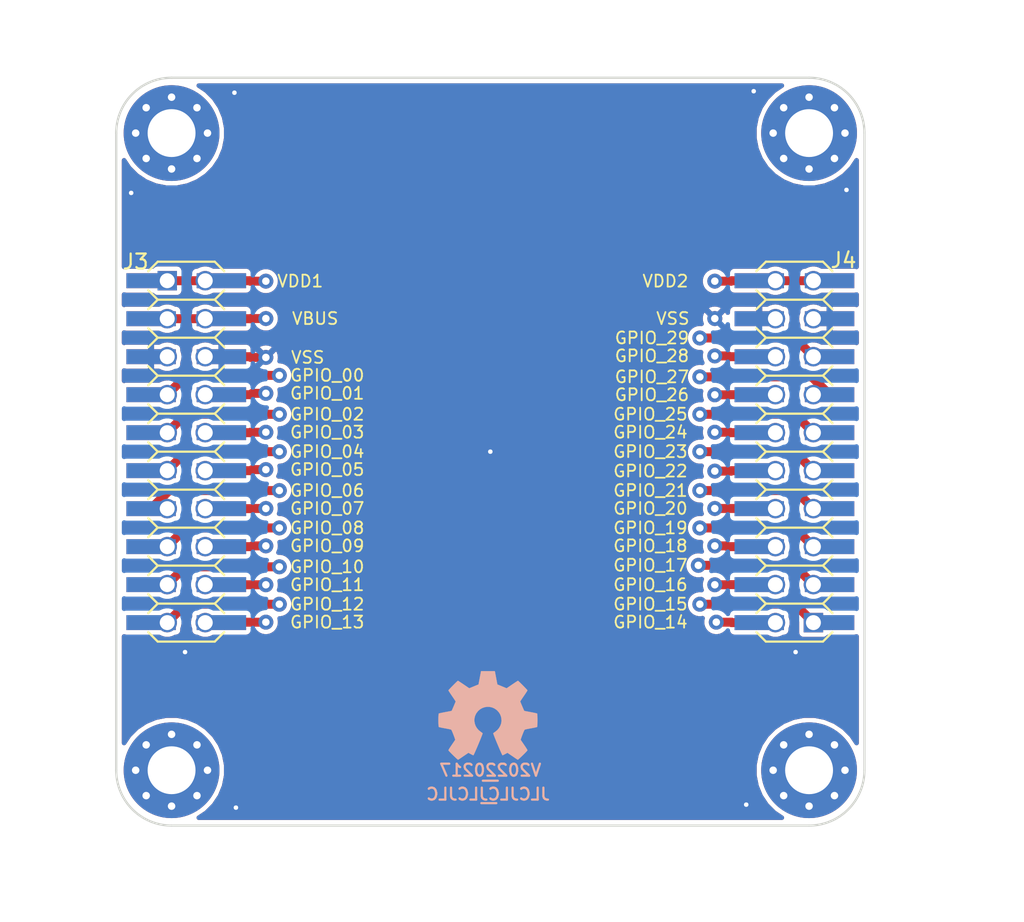
<source format=kicad_pcb>
(kicad_pcb (version 20171130) (host pcbnew 5.99.0+really5.1.10+dfsg1-1)

  (general
    (thickness 1.6)
    (drawings 19)
    (tracks 98)
    (zones 0)
    (modules 44)
    (nets 35)
  )

  (page A4)
  (layers
    (0 F.Cu signal)
    (31 B.Cu signal)
    (32 B.Adhes user)
    (33 F.Adhes user)
    (34 B.Paste user)
    (35 F.Paste user)
    (36 B.SilkS user)
    (37 F.SilkS user)
    (38 B.Mask user)
    (39 F.Mask user)
    (40 Dwgs.User user)
    (41 Cmts.User user)
    (42 Eco1.User user)
    (43 Eco2.User user)
    (44 Edge.Cuts user)
    (45 Margin user)
    (46 B.CrtYd user)
    (47 F.CrtYd user)
    (48 B.Fab user)
    (49 F.Fab user)
  )

  (setup
    (last_trace_width 0.2)
    (user_trace_width 0.15)
    (user_trace_width 0.2)
    (user_trace_width 0.3)
    (user_trace_width 0.4)
    (user_trace_width 0.6)
    (user_trace_width 1)
    (user_trace_width 1.5)
    (user_trace_width 2)
    (trace_clearance 0.1)
    (zone_clearance 0.3)
    (zone_45_only no)
    (trace_min 0.127)
    (via_size 0.6)
    (via_drill 0.3)
    (via_min_size 0.6)
    (via_min_drill 0.3)
    (user_via 0.6 0.3)
    (user_via 0.7 0.4)
    (user_via 0.9 0.6)
    (user_via 1.1 0.8)
    (user_via 1.3 1)
    (user_via 1.5 1.2)
    (user_via 1.7 1.4)
    (user_via 1.9 1.6)
    (uvia_size 0.6)
    (uvia_drill 0.3)
    (uvias_allowed no)
    (uvia_min_size 0.381)
    (uvia_min_drill 0.254)
    (edge_width 0.15)
    (segment_width 0.2)
    (pcb_text_width 0.3)
    (pcb_text_size 1.5 1.5)
    (mod_edge_width 0.15)
    (mod_text_size 1 1)
    (mod_text_width 0.15)
    (pad_size 0.6 1)
    (pad_drill 0)
    (pad_to_mask_clearance 0)
    (pad_to_paste_clearance_ratio -0.1)
    (aux_axis_origin 0 0)
    (visible_elements FFFFFFFF)
    (pcbplotparams
      (layerselection 0x010f0_ffffffff)
      (usegerberextensions false)
      (usegerberattributes false)
      (usegerberadvancedattributes false)
      (creategerberjobfile false)
      (excludeedgelayer false)
      (linewidth 0.150000)
      (plotframeref false)
      (viasonmask false)
      (mode 1)
      (useauxorigin true)
      (hpglpennumber 1)
      (hpglpenspeed 20)
      (hpglpendiameter 15.000000)
      (psnegative false)
      (psa4output false)
      (plotreference true)
      (plotvalue true)
      (plotinvisibletext false)
      (padsonsilk false)
      (subtractmaskfromsilk false)
      (outputformat 1)
      (mirror false)
      (drillshape 0)
      (scaleselection 1)
      (outputdirectory "nuclone_LPC844M201BD64_plots/"))
  )

  (net 0 "")
  (net 1 /VBUS)
  (net 2 /VSS)
  (net 3 /GPIO_28)
  (net 4 /GPIO_29)
  (net 5 /GPIO_20)
  (net 6 /GPIO_23)
  (net 7 /GPIO_27)
  (net 8 /GPIO_16)
  (net 9 /GPIO_21)
  (net 10 /GPIO_19)
  (net 11 /GPIO_17)
  (net 12 /GPIO_18)
  (net 13 /GPIO_15)
  (net 14 /GPIO_14)
  (net 15 /GPIO_22)
  (net 16 /GPIO_24)
  (net 17 /GPIO_25)
  (net 18 /GPIO_26)
  (net 19 /GPIO_13)
  (net 20 /GPIO_12)
  (net 21 /GPIO_11)
  (net 22 /GPIO_10)
  (net 23 /GPIO_09)
  (net 24 /GPIO_08)
  (net 25 /GPIO_07)
  (net 26 /GPIO_06)
  (net 27 /GPIO_05)
  (net 28 /GPIO_04)
  (net 29 /GPIO_03)
  (net 30 /GPIO_02)
  (net 31 /GPIO_01)
  (net 32 /GPIO_00)
  (net 33 /VDD1)
  (net 34 /VDD2)

  (net_class Default "This is the default net class."
    (clearance 0.1)
    (trace_width 0.2)
    (via_dia 0.6)
    (via_drill 0.3)
    (uvia_dia 0.6)
    (uvia_drill 0.3)
    (add_net /GPIO_00)
    (add_net /GPIO_01)
    (add_net /GPIO_02)
    (add_net /GPIO_03)
    (add_net /GPIO_04)
    (add_net /GPIO_05)
    (add_net /GPIO_06)
    (add_net /GPIO_07)
    (add_net /GPIO_08)
    (add_net /GPIO_09)
    (add_net /GPIO_10)
    (add_net /GPIO_11)
    (add_net /GPIO_12)
    (add_net /GPIO_13)
    (add_net /GPIO_14)
    (add_net /GPIO_15)
    (add_net /GPIO_16)
    (add_net /GPIO_17)
    (add_net /GPIO_18)
    (add_net /GPIO_19)
    (add_net /GPIO_20)
    (add_net /GPIO_21)
    (add_net /GPIO_22)
    (add_net /GPIO_23)
    (add_net /GPIO_24)
    (add_net /GPIO_25)
    (add_net /GPIO_26)
    (add_net /GPIO_27)
    (add_net /GPIO_28)
    (add_net /GPIO_29)
    (add_net /VBUS)
    (add_net /VDD1)
    (add_net /VDD2)
    (add_net /VSS)
  )

  (net_class Power ""
    (clearance 0.1)
    (trace_width 0.6)
    (via_dia 1.1)
    (via_drill 0.8)
    (uvia_dia 0.6)
    (uvia_drill 0.3)
  )

  (net_class Signal ""
    (clearance 0.1)
    (trace_width 0.3)
    (via_dia 0.6)
    (via_drill 0.3)
    (uvia_dia 0.6)
    (uvia_drill 0.3)
  )

  (module SquantorTestPoints:TestPoint_hole_H05R10_small_text (layer F.Cu) (tedit 620B6FA8) (tstamp 620C1A0B)
    (at 100.1 97.4)
    (descr "Test point with 0.5mm hole and 1.0mm annular ring reduced text")
    (tags "Test Point hole 0.5mm")
    (path /621827D8)
    (fp_text reference TP35 (at -3.8 0) (layer F.Fab)
      (effects (font (size 1 1) (thickness 0.15)))
    )
    (fp_text value GPIO_14 (at -4.4 0) (layer F.SilkS)
      (effects (font (size 0.8 0.8) (thickness 0.12)))
    )
    (fp_circle (center 0 0) (end 0.7 0) (layer B.CrtYd) (width 0.12))
    (fp_circle (center 0 0) (end 0.7 0) (layer F.CrtYd) (width 0.12))
    (pad 1 thru_hole circle (at 0 0) (size 1 1) (drill 0.5) (layers *.Cu *.Mask)
      (net 14 /GPIO_14))
  )

  (module SquantorTestPoints:TestPoint_hole_H05R10_small_text (layer F.Cu) (tedit 620B6FA8) (tstamp 620C1A04)
    (at 99 96.2)
    (descr "Test point with 0.5mm hole and 1.0mm annular ring reduced text")
    (tags "Test Point hole 0.5mm")
    (path /621827CE)
    (fp_text reference TP34 (at -2.7 0) (layer F.Fab)
      (effects (font (size 1 1) (thickness 0.15)))
    )
    (fp_text value GPIO_15 (at -3.3 0) (layer F.SilkS)
      (effects (font (size 0.8 0.8) (thickness 0.12)))
    )
    (fp_circle (center 0 0) (end 0.7 0) (layer B.CrtYd) (width 0.12))
    (fp_circle (center 0 0) (end 0.7 0) (layer F.CrtYd) (width 0.12))
    (pad 1 thru_hole circle (at 0 0) (size 1 1) (drill 0.5) (layers *.Cu *.Mask)
      (net 13 /GPIO_15))
  )

  (module SquantorTestPoints:TestPoint_hole_H05R10_small_text (layer F.Cu) (tedit 620B6FA8) (tstamp 620C19FD)
    (at 100 94.9)
    (descr "Test point with 0.5mm hole and 1.0mm annular ring reduced text")
    (tags "Test Point hole 0.5mm")
    (path /621827C4)
    (fp_text reference TP33 (at -3.7 0) (layer F.Fab)
      (effects (font (size 1 1) (thickness 0.15)))
    )
    (fp_text value GPIO_16 (at -4.3 0) (layer F.SilkS)
      (effects (font (size 0.8 0.8) (thickness 0.12)))
    )
    (fp_circle (center 0 0) (end 0.7 0) (layer B.CrtYd) (width 0.12))
    (fp_circle (center 0 0) (end 0.7 0) (layer F.CrtYd) (width 0.12))
    (pad 1 thru_hole circle (at 0 0) (size 1 1) (drill 0.5) (layers *.Cu *.Mask)
      (net 8 /GPIO_16))
  )

  (module SquantorTestPoints:TestPoint_hole_H05R10_small_text (layer F.Cu) (tedit 620B6FA8) (tstamp 620C19F6)
    (at 98.9 93.6)
    (descr "Test point with 0.5mm hole and 1.0mm annular ring reduced text")
    (tags "Test Point hole 0.5mm")
    (path /621827BA)
    (fp_text reference TP32 (at -2.6 0.1) (layer F.Fab)
      (effects (font (size 1 1) (thickness 0.15)))
    )
    (fp_text value GPIO_17 (at -3.2 0) (layer F.SilkS)
      (effects (font (size 0.8 0.8) (thickness 0.12)))
    )
    (fp_circle (center 0 0) (end 0.7 0) (layer B.CrtYd) (width 0.12))
    (fp_circle (center 0 0) (end 0.7 0) (layer F.CrtYd) (width 0.12))
    (pad 1 thru_hole circle (at 0 0) (size 1 1) (drill 0.5) (layers *.Cu *.Mask)
      (net 11 /GPIO_17))
  )

  (module SquantorTestPoints:TestPoint_hole_H05R10_small_text (layer F.Cu) (tedit 620B6FA8) (tstamp 620C19EF)
    (at 100 92.3)
    (descr "Test point with 0.5mm hole and 1.0mm annular ring reduced text")
    (tags "Test Point hole 0.5mm")
    (path /621827B0)
    (fp_text reference TP31 (at -3.7 0.1) (layer F.Fab)
      (effects (font (size 1 1) (thickness 0.15)))
    )
    (fp_text value GPIO_18 (at -4.3 0) (layer F.SilkS)
      (effects (font (size 0.8 0.8) (thickness 0.12)))
    )
    (fp_circle (center 0 0) (end 0.7 0) (layer B.CrtYd) (width 0.12))
    (fp_circle (center 0 0) (end 0.7 0) (layer F.CrtYd) (width 0.12))
    (pad 1 thru_hole circle (at 0 0) (size 1 1) (drill 0.5) (layers *.Cu *.Mask)
      (net 12 /GPIO_18))
  )

  (module SquantorTestPoints:TestPoint_hole_H05R10_small_text (layer F.Cu) (tedit 620B6FA8) (tstamp 620C19E8)
    (at 99 91.1)
    (descr "Test point with 0.5mm hole and 1.0mm annular ring reduced text")
    (tags "Test Point hole 0.5mm")
    (path /621827A6)
    (fp_text reference TP30 (at -2.7 0) (layer F.Fab)
      (effects (font (size 1 1) (thickness 0.15)))
    )
    (fp_text value GPIO_19 (at -3.3 0) (layer F.SilkS)
      (effects (font (size 0.8 0.8) (thickness 0.12)))
    )
    (fp_circle (center 0 0) (end 0.7 0) (layer B.CrtYd) (width 0.12))
    (fp_circle (center 0 0) (end 0.7 0) (layer F.CrtYd) (width 0.12))
    (pad 1 thru_hole circle (at 0 0) (size 1 1) (drill 0.5) (layers *.Cu *.Mask)
      (net 10 /GPIO_19))
  )

  (module SquantorTestPoints:TestPoint_hole_H05R10_small_text (layer F.Cu) (tedit 620B6FA8) (tstamp 620C19E1)
    (at 100 89.8)
    (descr "Test point with 0.5mm hole and 1.0mm annular ring reduced text")
    (tags "Test Point hole 0.5mm")
    (path /6218279C)
    (fp_text reference TP29 (at -3.6 0) (layer F.Fab)
      (effects (font (size 1 1) (thickness 0.15)))
    )
    (fp_text value GPIO_20 (at -4.3 0) (layer F.SilkS)
      (effects (font (size 0.8 0.8) (thickness 0.12)))
    )
    (fp_circle (center 0 0) (end 0.7 0) (layer B.CrtYd) (width 0.12))
    (fp_circle (center 0 0) (end 0.7 0) (layer F.CrtYd) (width 0.12))
    (pad 1 thru_hole circle (at 0 0) (size 1 1) (drill 0.5) (layers *.Cu *.Mask)
      (net 5 /GPIO_20))
  )

  (module SquantorTestPoints:TestPoint_hole_H05R10_small_text (layer F.Cu) (tedit 620B6FA8) (tstamp 620C19DA)
    (at 99 88.6)
    (descr "Test point with 0.5mm hole and 1.0mm annular ring reduced text")
    (tags "Test Point hole 0.5mm")
    (path /62182792)
    (fp_text reference TP28 (at -2.6 0) (layer F.Fab)
      (effects (font (size 1 1) (thickness 0.15)))
    )
    (fp_text value GPIO_21 (at -3.3 0) (layer F.SilkS)
      (effects (font (size 0.8 0.8) (thickness 0.12)))
    )
    (fp_circle (center 0 0) (end 0.7 0) (layer B.CrtYd) (width 0.12))
    (fp_circle (center 0 0) (end 0.7 0) (layer F.CrtYd) (width 0.12))
    (pad 1 thru_hole circle (at 0 0) (size 1 1) (drill 0.5) (layers *.Cu *.Mask)
      (net 9 /GPIO_21))
  )

  (module SquantorTestPoints:TestPoint_hole_H05R10_small_text (layer F.Cu) (tedit 620B6FA8) (tstamp 620C19D3)
    (at 100 87.3)
    (descr "Test point with 0.5mm hole and 1.0mm annular ring reduced text")
    (tags "Test Point hole 0.5mm")
    (path /62182788)
    (fp_text reference TP27 (at -3.6 0) (layer F.Fab)
      (effects (font (size 1 1) (thickness 0.15)))
    )
    (fp_text value GPIO_22 (at -4.3 0) (layer F.SilkS)
      (effects (font (size 0.8 0.8) (thickness 0.12)))
    )
    (fp_circle (center 0 0) (end 0.7 0) (layer B.CrtYd) (width 0.12))
    (fp_circle (center 0 0) (end 0.7 0) (layer F.CrtYd) (width 0.12))
    (pad 1 thru_hole circle (at 0 0) (size 1 1) (drill 0.5) (layers *.Cu *.Mask)
      (net 15 /GPIO_22))
  )

  (module SquantorTestPoints:TestPoint_hole_H05R10_small_text (layer F.Cu) (tedit 620B6FA8) (tstamp 620C19CC)
    (at 99 86)
    (descr "Test point with 0.5mm hole and 1.0mm annular ring reduced text")
    (tags "Test Point hole 0.5mm")
    (path /6218277E)
    (fp_text reference TP26 (at -2.5 0) (layer F.Fab)
      (effects (font (size 1 1) (thickness 0.15)))
    )
    (fp_text value GPIO_23 (at -3.3 0) (layer F.SilkS)
      (effects (font (size 0.8 0.8) (thickness 0.12)))
    )
    (fp_circle (center 0 0) (end 0.7 0) (layer B.CrtYd) (width 0.12))
    (fp_circle (center 0 0) (end 0.7 0) (layer F.CrtYd) (width 0.12))
    (pad 1 thru_hole circle (at 0 0) (size 1 1) (drill 0.5) (layers *.Cu *.Mask)
      (net 6 /GPIO_23))
  )

  (module SquantorTestPoints:TestPoint_hole_H05R10_small_text (layer F.Cu) (tedit 620B6FA8) (tstamp 620C19C5)
    (at 100 84.7)
    (descr "Test point with 0.5mm hole and 1.0mm annular ring reduced text")
    (tags "Test Point hole 0.5mm")
    (path /62182774)
    (fp_text reference TP25 (at -3.5 0) (layer F.Fab)
      (effects (font (size 1 1) (thickness 0.15)))
    )
    (fp_text value GPIO_24 (at -4.3 0) (layer F.SilkS)
      (effects (font (size 0.8 0.8) (thickness 0.12)))
    )
    (fp_circle (center 0 0) (end 0.7 0) (layer B.CrtYd) (width 0.12))
    (fp_circle (center 0 0) (end 0.7 0) (layer F.CrtYd) (width 0.12))
    (pad 1 thru_hole circle (at 0 0) (size 1 1) (drill 0.5) (layers *.Cu *.Mask)
      (net 16 /GPIO_24))
  )

  (module SquantorTestPoints:TestPoint_hole_H05R10_small_text (layer F.Cu) (tedit 620B6FA8) (tstamp 620C19BE)
    (at 99 83.5)
    (descr "Test point with 0.5mm hole and 1.0mm annular ring reduced text")
    (tags "Test Point hole 0.5mm")
    (path /6218276A)
    (fp_text reference TP24 (at -2.6 0) (layer F.Fab)
      (effects (font (size 1 1) (thickness 0.15)))
    )
    (fp_text value GPIO_25 (at -3.3 0) (layer F.SilkS)
      (effects (font (size 0.8 0.8) (thickness 0.12)))
    )
    (fp_circle (center 0 0) (end 0.7 0) (layer B.CrtYd) (width 0.12))
    (fp_circle (center 0 0) (end 0.7 0) (layer F.CrtYd) (width 0.12))
    (pad 1 thru_hole circle (at 0 0) (size 1 1) (drill 0.5) (layers *.Cu *.Mask)
      (net 17 /GPIO_25))
  )

  (module SquantorTestPoints:TestPoint_hole_H05R10_small_text (layer F.Cu) (tedit 620B6FA8) (tstamp 620C19B7)
    (at 100 82.2)
    (descr "Test point with 0.5mm hole and 1.0mm annular ring reduced text")
    (tags "Test Point hole 0.5mm")
    (path /62182760)
    (fp_text reference TP23 (at -3.5 0) (layer F.Fab)
      (effects (font (size 1 1) (thickness 0.15)))
    )
    (fp_text value GPIO_26 (at -4.2 0) (layer F.SilkS)
      (effects (font (size 0.8 0.8) (thickness 0.12)))
    )
    (fp_circle (center 0 0) (end 0.7 0) (layer B.CrtYd) (width 0.12))
    (fp_circle (center 0 0) (end 0.7 0) (layer F.CrtYd) (width 0.12))
    (pad 1 thru_hole circle (at 0 0) (size 1 1) (drill 0.5) (layers *.Cu *.Mask)
      (net 18 /GPIO_26))
  )

  (module SquantorTestPoints:TestPoint_hole_H05R10_small_text (layer F.Cu) (tedit 620B6FA8) (tstamp 620C19B0)
    (at 99 81)
    (descr "Test point with 0.5mm hole and 1.0mm annular ring reduced text")
    (tags "Test Point hole 0.5mm")
    (path /62182756)
    (fp_text reference TP22 (at -2.5 0) (layer F.Fab)
      (effects (font (size 1 1) (thickness 0.15)))
    )
    (fp_text value GPIO_27 (at -3.2 0) (layer F.SilkS)
      (effects (font (size 0.8 0.8) (thickness 0.12)))
    )
    (fp_circle (center 0 0) (end 0.7 0) (layer B.CrtYd) (width 0.12))
    (fp_circle (center 0 0) (end 0.7 0) (layer F.CrtYd) (width 0.12))
    (pad 1 thru_hole circle (at 0 0) (size 1 1) (drill 0.5) (layers *.Cu *.Mask)
      (net 7 /GPIO_27))
  )

  (module SquantorTestPoints:TestPoint_hole_H05R10_small_text (layer F.Cu) (tedit 620B6FA8) (tstamp 620C19A9)
    (at 100 79.6)
    (descr "Test point with 0.5mm hole and 1.0mm annular ring reduced text")
    (tags "Test Point hole 0.5mm")
    (path /621944A4)
    (fp_text reference TP21 (at -3.5 0) (layer F.Fab)
      (effects (font (size 1 1) (thickness 0.15)))
    )
    (fp_text value GPIO_28 (at -4.2 0) (layer F.SilkS)
      (effects (font (size 0.8 0.8) (thickness 0.12)))
    )
    (fp_circle (center 0 0) (end 0.7 0) (layer B.CrtYd) (width 0.12))
    (fp_circle (center 0 0) (end 0.7 0) (layer F.CrtYd) (width 0.12))
    (pad 1 thru_hole circle (at 0 0) (size 1 1) (drill 0.5) (layers *.Cu *.Mask)
      (net 3 /GPIO_28))
  )

  (module SquantorTestPoints:TestPoint_hole_H05R10_small_text (layer F.Cu) (tedit 620B6FA8) (tstamp 620C19A2)
    (at 99 78.4)
    (descr "Test point with 0.5mm hole and 1.0mm annular ring reduced text")
    (tags "Test Point hole 0.5mm")
    (path /62193DCD)
    (fp_text reference TP20 (at -2.5 0) (layer F.Fab)
      (effects (font (size 1 1) (thickness 0.15)))
    )
    (fp_text value GPIO_29 (at -3.2 0) (layer F.SilkS)
      (effects (font (size 0.8 0.8) (thickness 0.12)))
    )
    (fp_circle (center 0 0) (end 0.7 0) (layer B.CrtYd) (width 0.12))
    (fp_circle (center 0 0) (end 0.7 0) (layer F.CrtYd) (width 0.12))
    (pad 1 thru_hole circle (at 0 0) (size 1 1) (drill 0.5) (layers *.Cu *.Mask)
      (net 4 /GPIO_29))
  )

  (module SquantorTestPoints:TestPoint_hole_H05R10_small_text (layer F.Cu) (tedit 620B6FA8) (tstamp 620C199B)
    (at 100 77.1)
    (descr "Test point with 0.5mm hole and 1.0mm annular ring reduced text")
    (tags "Test Point hole 0.5mm")
    (path /6218274C)
    (fp_text reference TP19 (at -3.5 0) (layer F.Fab)
      (effects (font (size 1 1) (thickness 0.15)))
    )
    (fp_text value VSS (at -2.8 0) (layer F.SilkS)
      (effects (font (size 0.8 0.8) (thickness 0.12)))
    )
    (fp_circle (center 0 0) (end 0.7 0) (layer B.CrtYd) (width 0.12))
    (fp_circle (center 0 0) (end 0.7 0) (layer F.CrtYd) (width 0.12))
    (pad 1 thru_hole circle (at 0 0) (size 1 1) (drill 0.5) (layers *.Cu *.Mask)
      (net 2 /VSS))
  )

  (module SquantorTestPoints:TestPoint_hole_H05R10_small_text (layer F.Cu) (tedit 620B6FA8) (tstamp 620C1994)
    (at 100 74.6)
    (descr "Test point with 0.5mm hole and 1.0mm annular ring reduced text")
    (tags "Test Point hole 0.5mm")
    (path /621825BC)
    (fp_text reference TP18 (at -3.4 -0.1) (layer F.Fab)
      (effects (font (size 1 1) (thickness 0.15)))
    )
    (fp_text value VDD2 (at -3.3 0) (layer F.SilkS)
      (effects (font (size 0.8 0.8) (thickness 0.12)))
    )
    (fp_circle (center 0 0) (end 0.7 0) (layer B.CrtYd) (width 0.12))
    (fp_circle (center 0 0) (end 0.7 0) (layer F.CrtYd) (width 0.12))
    (pad 1 thru_hole circle (at 0 0) (size 1 1) (drill 0.5) (layers *.Cu *.Mask)
      (net 34 /VDD2))
  )

  (module SquantorTestPoints:TestPoint_hole_H05R10_small_text (layer F.Cu) (tedit 620B6FA8) (tstamp 620C03A0)
    (at 70 97.4)
    (descr "Test point with 0.5mm hole and 1.0mm annular ring reduced text")
    (tags "Test Point hole 0.5mm")
    (path /62130A76)
    (fp_text reference TP17 (at 3.2 0) (layer F.Fab)
      (effects (font (size 1 1) (thickness 0.15)))
    )
    (fp_text value GPIO_13 (at 4.1 0) (layer F.SilkS)
      (effects (font (size 0.8 0.8) (thickness 0.12)))
    )
    (fp_circle (center 0 0) (end 0.7 0) (layer B.CrtYd) (width 0.12))
    (fp_circle (center 0 0) (end 0.7 0) (layer F.CrtYd) (width 0.12))
    (pad 1 thru_hole circle (at 0 0) (size 1 1) (drill 0.5) (layers *.Cu *.Mask)
      (net 19 /GPIO_13))
  )

  (module SquantorTestPoints:TestPoint_hole_H05R10_small_text (layer F.Cu) (tedit 620B6FA8) (tstamp 620C0399)
    (at 70.9 96.2)
    (descr "Test point with 0.5mm hole and 1.0mm annular ring reduced text")
    (tags "Test Point hole 0.5mm")
    (path /6213070B)
    (fp_text reference TP16 (at 2.3 0) (layer F.Fab)
      (effects (font (size 1 1) (thickness 0.15)))
    )
    (fp_text value GPIO_12 (at 3.2 0) (layer F.SilkS)
      (effects (font (size 0.8 0.8) (thickness 0.12)))
    )
    (fp_circle (center 0 0) (end 0.7 0) (layer B.CrtYd) (width 0.12))
    (fp_circle (center 0 0) (end 0.7 0) (layer F.CrtYd) (width 0.12))
    (pad 1 thru_hole circle (at 0 0) (size 1 1) (drill 0.5) (layers *.Cu *.Mask)
      (net 20 /GPIO_12))
  )

  (module SquantorTestPoints:TestPoint_hole_H05R10_small_text (layer F.Cu) (tedit 620B6FA8) (tstamp 620C0392)
    (at 70 94.9)
    (descr "Test point with 0.5mm hole and 1.0mm annular ring reduced text")
    (tags "Test Point hole 0.5mm")
    (path /6213036E)
    (fp_text reference TP15 (at 3.4 0) (layer F.Fab)
      (effects (font (size 1 1) (thickness 0.15)))
    )
    (fp_text value GPIO_11 (at 4.1 0) (layer F.SilkS)
      (effects (font (size 0.8 0.8) (thickness 0.12)))
    )
    (fp_circle (center 0 0) (end 0.7 0) (layer B.CrtYd) (width 0.12))
    (fp_circle (center 0 0) (end 0.7 0) (layer F.CrtYd) (width 0.12))
    (pad 1 thru_hole circle (at 0 0) (size 1 1) (drill 0.5) (layers *.Cu *.Mask)
      (net 21 /GPIO_11))
  )

  (module SquantorTestPoints:TestPoint_hole_H05R10_small_text (layer F.Cu) (tedit 620B6FA8) (tstamp 620C038B)
    (at 70.9 93.7)
    (descr "Test point with 0.5mm hole and 1.0mm annular ring reduced text")
    (tags "Test Point hole 0.5mm")
    (path /62130033)
    (fp_text reference TP14 (at 2.5 0) (layer F.Fab)
      (effects (font (size 1 1) (thickness 0.15)))
    )
    (fp_text value GPIO_10 (at 3.2 0) (layer F.SilkS)
      (effects (font (size 0.8 0.8) (thickness 0.12)))
    )
    (fp_circle (center 0 0) (end 0.7 0) (layer B.CrtYd) (width 0.12))
    (fp_circle (center 0 0) (end 0.7 0) (layer F.CrtYd) (width 0.12))
    (pad 1 thru_hole circle (at 0 0) (size 1 1) (drill 0.5) (layers *.Cu *.Mask)
      (net 22 /GPIO_10))
  )

  (module SquantorTestPoints:TestPoint_hole_H05R10_small_text (layer F.Cu) (tedit 620B6FA8) (tstamp 620C0384)
    (at 70 92.3)
    (descr "Test point with 0.5mm hole and 1.0mm annular ring reduced text")
    (tags "Test Point hole 0.5mm")
    (path /6212FC9E)
    (fp_text reference TP13 (at 3.4 0) (layer F.Fab)
      (effects (font (size 1 1) (thickness 0.15)))
    )
    (fp_text value GPIO_09 (at 4.1 0) (layer F.SilkS)
      (effects (font (size 0.8 0.8) (thickness 0.12)))
    )
    (fp_circle (center 0 0) (end 0.7 0) (layer B.CrtYd) (width 0.12))
    (fp_circle (center 0 0) (end 0.7 0) (layer F.CrtYd) (width 0.12))
    (pad 1 thru_hole circle (at 0 0) (size 1 1) (drill 0.5) (layers *.Cu *.Mask)
      (net 23 /GPIO_09))
  )

  (module SquantorTestPoints:TestPoint_hole_H05R10_small_text (layer F.Cu) (tedit 620B6FA8) (tstamp 620C037D)
    (at 70.9 91.1)
    (descr "Test point with 0.5mm hole and 1.0mm annular ring reduced text")
    (tags "Test Point hole 0.5mm")
    (path /6212F9BA)
    (fp_text reference TP12 (at 2.5 0) (layer F.Fab)
      (effects (font (size 1 1) (thickness 0.15)))
    )
    (fp_text value GPIO_08 (at 3.2 0) (layer F.SilkS)
      (effects (font (size 0.8 0.8) (thickness 0.12)))
    )
    (fp_circle (center 0 0) (end 0.7 0) (layer B.CrtYd) (width 0.12))
    (fp_circle (center 0 0) (end 0.7 0) (layer F.CrtYd) (width 0.12))
    (pad 1 thru_hole circle (at 0 0) (size 1 1) (drill 0.5) (layers *.Cu *.Mask)
      (net 24 /GPIO_08))
  )

  (module SquantorTestPoints:TestPoint_hole_H05R10_small_text (layer F.Cu) (tedit 620B6FA8) (tstamp 620C0376)
    (at 70 89.8)
    (descr "Test point with 0.5mm hole and 1.0mm annular ring reduced text")
    (tags "Test Point hole 0.5mm")
    (path /6212F694)
    (fp_text reference TP11 (at 3.5 -0.1) (layer F.Fab)
      (effects (font (size 1 1) (thickness 0.15)))
    )
    (fp_text value GPIO_07 (at 4.1 0) (layer F.SilkS)
      (effects (font (size 0.8 0.8) (thickness 0.12)))
    )
    (fp_circle (center 0 0) (end 0.7 0) (layer B.CrtYd) (width 0.12))
    (fp_circle (center 0 0) (end 0.7 0) (layer F.CrtYd) (width 0.12))
    (pad 1 thru_hole circle (at 0 0) (size 1 1) (drill 0.5) (layers *.Cu *.Mask)
      (net 25 /GPIO_07))
  )

  (module SquantorTestPoints:TestPoint_hole_H05R10_small_text (layer F.Cu) (tedit 620B6FA8) (tstamp 620C036F)
    (at 70.9 88.6)
    (descr "Test point with 0.5mm hole and 1.0mm annular ring reduced text")
    (tags "Test Point hole 0.5mm")
    (path /6212F22C)
    (fp_text reference TP10 (at 2.6 0) (layer F.Fab)
      (effects (font (size 1 1) (thickness 0.15)))
    )
    (fp_text value GPIO_06 (at 3.2 0) (layer F.SilkS)
      (effects (font (size 0.8 0.8) (thickness 0.12)))
    )
    (fp_circle (center 0 0) (end 0.7 0) (layer B.CrtYd) (width 0.12))
    (fp_circle (center 0 0) (end 0.7 0) (layer F.CrtYd) (width 0.12))
    (pad 1 thru_hole circle (at 0 0) (size 1 1) (drill 0.5) (layers *.Cu *.Mask)
      (net 26 /GPIO_06))
  )

  (module SquantorTestPoints:TestPoint_hole_H05R10_small_text (layer F.Cu) (tedit 620B6FA8) (tstamp 620C0368)
    (at 70 87.2)
    (descr "Test point with 0.5mm hole and 1.0mm annular ring reduced text")
    (tags "Test Point hole 0.5mm")
    (path /6212A9F7)
    (fp_text reference TP9 (at 3 0.1) (layer F.Fab)
      (effects (font (size 1 1) (thickness 0.15)))
    )
    (fp_text value GPIO_05 (at 4.1 0) (layer F.SilkS)
      (effects (font (size 0.8 0.8) (thickness 0.12)))
    )
    (fp_circle (center 0 0) (end 0.7 0) (layer B.CrtYd) (width 0.12))
    (fp_circle (center 0 0) (end 0.7 0) (layer F.CrtYd) (width 0.12))
    (pad 1 thru_hole circle (at 0 0) (size 1 1) (drill 0.5) (layers *.Cu *.Mask)
      (net 27 /GPIO_05))
  )

  (module SquantorTestPoints:TestPoint_hole_H05R10_small_text (layer F.Cu) (tedit 620B6FA8) (tstamp 620C0361)
    (at 70.9 86)
    (descr "Test point with 0.5mm hole and 1.0mm annular ring reduced text")
    (tags "Test Point hole 0.5mm")
    (path /6212A62D)
    (fp_text reference TP8 (at 2.1 0) (layer F.Fab)
      (effects (font (size 1 1) (thickness 0.15)))
    )
    (fp_text value GPIO_04 (at 3.2 0) (layer F.SilkS)
      (effects (font (size 0.8 0.8) (thickness 0.12)))
    )
    (fp_circle (center 0 0) (end 0.7 0) (layer B.CrtYd) (width 0.12))
    (fp_circle (center 0 0) (end 0.7 0) (layer F.CrtYd) (width 0.12))
    (pad 1 thru_hole circle (at 0 0) (size 1 1) (drill 0.5) (layers *.Cu *.Mask)
      (net 28 /GPIO_04))
  )

  (module SquantorTestPoints:TestPoint_hole_H05R10_small_text (layer F.Cu) (tedit 620B6FA8) (tstamp 620C035A)
    (at 70 84.7)
    (descr "Test point with 0.5mm hole and 1.0mm annular ring reduced text")
    (tags "Test Point hole 0.5mm")
    (path /6212A1B7)
    (fp_text reference TP7 (at 3 0) (layer F.Fab)
      (effects (font (size 1 1) (thickness 0.15)))
    )
    (fp_text value GPIO_03 (at 4.1 0) (layer F.SilkS)
      (effects (font (size 0.8 0.8) (thickness 0.12)))
    )
    (fp_circle (center 0 0) (end 0.7 0) (layer B.CrtYd) (width 0.12))
    (fp_circle (center 0 0) (end 0.7 0) (layer F.CrtYd) (width 0.12))
    (pad 1 thru_hole circle (at 0 0) (size 1 1) (drill 0.5) (layers *.Cu *.Mask)
      (net 29 /GPIO_03))
  )

  (module SquantorTestPoints:TestPoint_hole_H05R10_small_text (layer F.Cu) (tedit 620B6FA8) (tstamp 620C0353)
    (at 70.9 83.5)
    (descr "Test point with 0.5mm hole and 1.0mm annular ring reduced text")
    (tags "Test Point hole 0.5mm")
    (path /62129D41)
    (fp_text reference TP6 (at 2.1 0) (layer F.Fab)
      (effects (font (size 1 1) (thickness 0.15)))
    )
    (fp_text value GPIO_02 (at 3.2 0) (layer F.SilkS)
      (effects (font (size 0.8 0.8) (thickness 0.12)))
    )
    (fp_circle (center 0 0) (end 0.7 0) (layer B.CrtYd) (width 0.12))
    (fp_circle (center 0 0) (end 0.7 0) (layer F.CrtYd) (width 0.12))
    (pad 1 thru_hole circle (at 0 0) (size 1 1) (drill 0.5) (layers *.Cu *.Mask)
      (net 30 /GPIO_02))
  )

  (module SquantorTestPoints:TestPoint_hole_H05R10_small_text (layer F.Cu) (tedit 620B6FA8) (tstamp 620C034C)
    (at 70 82.1)
    (descr "Test point with 0.5mm hole and 1.0mm annular ring reduced text")
    (tags "Test Point hole 0.5mm")
    (path /621298F8)
    (fp_text reference TP5 (at 3 0) (layer F.Fab)
      (effects (font (size 1 1) (thickness 0.15)))
    )
    (fp_text value GPIO_01 (at 4.1 0) (layer F.SilkS)
      (effects (font (size 0.8 0.8) (thickness 0.12)))
    )
    (fp_circle (center 0 0) (end 0.7 0) (layer B.CrtYd) (width 0.12))
    (fp_circle (center 0 0) (end 0.7 0) (layer F.CrtYd) (width 0.12))
    (pad 1 thru_hole circle (at 0 0) (size 1 1) (drill 0.5) (layers *.Cu *.Mask)
      (net 31 /GPIO_01))
  )

  (module SquantorTestPoints:TestPoint_hole_H05R10_small_text (layer F.Cu) (tedit 620B6FA8) (tstamp 620C0345)
    (at 70.9 80.9)
    (descr "Test point with 0.5mm hole and 1.0mm annular ring reduced text")
    (tags "Test Point hole 0.5mm")
    (path /621292DB)
    (fp_text reference TP4 (at 2.1 0) (layer F.Fab)
      (effects (font (size 1 1) (thickness 0.15)))
    )
    (fp_text value GPIO_00 (at 3.2 0) (layer F.SilkS)
      (effects (font (size 0.8 0.8) (thickness 0.12)))
    )
    (fp_circle (center 0 0) (end 0.7 0) (layer B.CrtYd) (width 0.12))
    (fp_circle (center 0 0) (end 0.7 0) (layer F.CrtYd) (width 0.12))
    (pad 1 thru_hole circle (at 0 0) (size 1 1) (drill 0.5) (layers *.Cu *.Mask)
      (net 32 /GPIO_00))
  )

  (module SquantorTestPoints:TestPoint_hole_H05R10_small_text (layer F.Cu) (tedit 620B6FA8) (tstamp 620B7F92)
    (at 70 79.7)
    (descr "Test point with 0.5mm hole and 1.0mm annular ring reduced text")
    (tags "Test Point hole 0.5mm")
    (path /62101380)
    (fp_text reference TP3 (at 3 0) (layer F.Fab)
      (effects (font (size 1 1) (thickness 0.15)))
    )
    (fp_text value VSS (at 2.8 0) (layer F.SilkS)
      (effects (font (size 0.8 0.8) (thickness 0.12)))
    )
    (fp_circle (center 0 0) (end 0.7 0) (layer B.CrtYd) (width 0.12))
    (fp_circle (center 0 0) (end 0.7 0) (layer F.CrtYd) (width 0.12))
    (pad 1 thru_hole circle (at 0 0) (size 1 1) (drill 0.5) (layers *.Cu *.Mask)
      (net 2 /VSS))
  )

  (module SquantorTestPoints:TestPoint_hole_H05R10_small_text (layer F.Cu) (tedit 620B6FA8) (tstamp 620B7F8B)
    (at 70 77.1)
    (descr "Test point with 0.5mm hole and 1.0mm annular ring reduced text")
    (tags "Test Point hole 0.5mm")
    (path /6210092C)
    (fp_text reference TP2 (at 3.1 0) (layer F.Fab)
      (effects (font (size 1 1) (thickness 0.15)))
    )
    (fp_text value VBUS (at 3.3 0) (layer F.SilkS)
      (effects (font (size 0.8 0.8) (thickness 0.12)))
    )
    (fp_circle (center 0 0) (end 0.7 0) (layer B.CrtYd) (width 0.12))
    (fp_circle (center 0 0) (end 0.7 0) (layer F.CrtYd) (width 0.12))
    (pad 1 thru_hole circle (at 0 0) (size 1 1) (drill 0.5) (layers *.Cu *.Mask)
      (net 1 /VBUS))
  )

  (module SquantorTestPoints:TestPoint_hole_H05R10_small_text (layer F.Cu) (tedit 620B6FA8) (tstamp 620B7F84)
    (at 70 74.6)
    (descr "Test point with 0.5mm hole and 1.0mm annular ring reduced text")
    (tags "Test Point hole 0.5mm")
    (path /620FC9D4)
    (fp_text reference TP1 (at 2.1 0) (layer F.Fab)
      (effects (font (size 1 1) (thickness 0.15)))
    )
    (fp_text value VDD1 (at 2.3 0) (layer F.SilkS)
      (effects (font (size 0.8 0.8) (thickness 0.12)))
    )
    (fp_circle (center 0 0) (end 0.7 0) (layer B.CrtYd) (width 0.12))
    (fp_circle (center 0 0) (end 0.7 0) (layer F.CrtYd) (width 0.12))
    (pad 1 thru_hole circle (at 0 0) (size 1 1) (drill 0.5) (layers *.Cu *.Mask)
      (net 33 /VDD1))
  )

  (module SquantorLabels:Label_Generic (layer B.Cu) (tedit 5D8A7D4C) (tstamp 620902F3)
    (at 85 107.4 180)
    (descr "Label for general purpose use")
    (tags Label)
    (path /5D6A68B9)
    (attr smd)
    (fp_text reference N2 (at -0.1 0.1) (layer B.Fab) hide
      (effects (font (size 1 1) (thickness 0.15)) (justify mirror))
    )
    (fp_text value V20220217 (at 0 0.1) (layer B.SilkS)
      (effects (font (size 0.8 0.8) (thickness 0.15)) (justify mirror))
    )
    (fp_line (start -0.5 -0.6) (end 0.5 -0.6) (layer B.SilkS) (width 0.15))
  )

  (module SquantorConnectorsNamed:nuclone_small_right_stacked (layer F.Cu) (tedit 6196C62E) (tstamp 6208DD8C)
    (at 105.32 86 90)
    (descr "small nuclone right header stacked")
    (tags "small nuclone right stacked")
    (path /5D897E29)
    (fp_text reference J4 (at 12.8 3.28 180) (layer F.SilkS)
      (effects (font (size 1 1) (thickness 0.15)))
    )
    (fp_text value nuclone_small_right (at 0 3.81 90) (layer F.Fab)
      (effects (font (size 1 1) (thickness 0.15)))
    )
    (fp_line (start -12.7 1.905) (end -12.065 2.54) (layer F.SilkS) (width 0.15))
    (fp_line (start -10.795 2.54) (end -10.16 1.905) (layer F.SilkS) (width 0.15))
    (fp_line (start -10.16 1.905) (end -9.525 2.54) (layer F.SilkS) (width 0.15))
    (fp_line (start -8.255 2.54) (end -7.62 1.905) (layer F.SilkS) (width 0.15))
    (fp_line (start -7.62 1.905) (end -6.985 2.54) (layer F.SilkS) (width 0.15))
    (fp_line (start -5.715 2.54) (end -5.08 1.905) (layer F.SilkS) (width 0.15))
    (fp_line (start -5.08 1.905) (end -4.445 2.54) (layer F.SilkS) (width 0.15))
    (fp_line (start -3.175 2.54) (end -2.54 1.905) (layer F.SilkS) (width 0.15))
    (fp_line (start -2.54 1.905) (end -1.905 2.54) (layer F.SilkS) (width 0.15))
    (fp_line (start -0.635 2.54) (end 0 1.905) (layer F.SilkS) (width 0.15))
    (fp_line (start 0 1.905) (end 0.635 2.54) (layer F.SilkS) (width 0.15))
    (fp_line (start 1.905 2.54) (end 2.54 1.905) (layer F.SilkS) (width 0.15))
    (fp_line (start -12.7 1.905) (end -12.7 -1.905) (layer F.SilkS) (width 0.15))
    (fp_line (start -12.7 -1.905) (end -12.065 -2.54) (layer F.SilkS) (width 0.15))
    (fp_line (start -10.795 -2.54) (end -10.16 -1.905) (layer F.SilkS) (width 0.15))
    (fp_line (start -10.16 -1.905) (end -9.525 -2.54) (layer F.SilkS) (width 0.15))
    (fp_line (start -8.255 -2.54) (end -7.62 -1.905) (layer F.SilkS) (width 0.15))
    (fp_line (start -7.62 -1.905) (end -6.985 -2.54) (layer F.SilkS) (width 0.15))
    (fp_line (start -5.715 -2.54) (end -5.08 -1.905) (layer F.SilkS) (width 0.15))
    (fp_line (start -5.08 -1.905) (end -4.445 -2.54) (layer F.SilkS) (width 0.15))
    (fp_line (start -3.175 -2.54) (end -2.54 -1.905) (layer F.SilkS) (width 0.15))
    (fp_line (start -2.54 -1.905) (end -1.905 -2.54) (layer F.SilkS) (width 0.15))
    (fp_line (start -0.635 -2.54) (end 0 -1.905) (layer F.SilkS) (width 0.15))
    (fp_line (start 0 -1.905) (end 0.635 -2.54) (layer F.SilkS) (width 0.15))
    (fp_line (start 1.905 -2.54) (end 2.54 -1.905) (layer F.SilkS) (width 0.15))
    (fp_line (start 2.54 -1.905) (end 3.175 -2.54) (layer F.SilkS) (width 0.15))
    (fp_line (start 4.445 -2.54) (end 5.08 -1.905) (layer F.SilkS) (width 0.15))
    (fp_line (start 5.08 -1.905) (end 5.715 -2.54) (layer F.SilkS) (width 0.15))
    (fp_line (start 6.985 -2.54) (end 7.62 -1.905) (layer F.SilkS) (width 0.15))
    (fp_line (start 7.62 -1.905) (end 8.255 -2.54) (layer F.SilkS) (width 0.15))
    (fp_line (start 9.525 -2.54) (end 10.16 -1.905) (layer F.SilkS) (width 0.15))
    (fp_line (start 10.16 1.905) (end 9.525 2.54) (layer F.SilkS) (width 0.15))
    (fp_line (start 7.62 1.905) (end 8.255 2.54) (layer F.SilkS) (width 0.15))
    (fp_line (start 7.62 1.905) (end 6.985 2.54) (layer F.SilkS) (width 0.15))
    (fp_line (start 5.08 1.905) (end 5.715 2.54) (layer F.SilkS) (width 0.15))
    (fp_line (start 5.08 1.905) (end 4.445 2.54) (layer F.SilkS) (width 0.15))
    (fp_line (start 2.54 1.905) (end 3.175 2.54) (layer F.SilkS) (width 0.15))
    (fp_line (start -10.16 -1.905) (end -10.16 1.905) (layer F.SilkS) (width 0.15))
    (fp_line (start -7.62 -1.905) (end -7.62 1.905) (layer F.SilkS) (width 0.15))
    (fp_line (start -5.08 -1.905) (end -5.08 1.905) (layer F.SilkS) (width 0.15))
    (fp_line (start -2.54 -1.905) (end -2.54 1.905) (layer F.SilkS) (width 0.15))
    (fp_line (start 0 -1.905) (end 0 1.905) (layer F.SilkS) (width 0.15))
    (fp_line (start 2.54 -1.905) (end 2.54 1.905) (layer F.SilkS) (width 0.15))
    (fp_line (start 5.08 -1.905) (end 5.08 1.905) (layer F.SilkS) (width 0.15))
    (fp_line (start 7.62 -1.905) (end 7.62 1.905) (layer F.SilkS) (width 0.15))
    (fp_line (start 10.16 -1.905) (end 10.16 1.905) (layer F.SilkS) (width 0.15))
    (fp_line (start 10.16 -1.905) (end 10.795 -2.54) (layer F.SilkS) (width 0.15))
    (fp_line (start 12.065 -2.54) (end 12.7 -1.905) (layer F.SilkS) (width 0.15))
    (fp_line (start 12.7 1.905) (end 12.065 2.54) (layer F.SilkS) (width 0.15))
    (fp_line (start 10.16 1.905) (end 10.795 2.54) (layer F.SilkS) (width 0.15))
    (fp_line (start 12.7 -1.905) (end 12.7 1.905) (layer F.SilkS) (width 0.15))
    (pad 2 smd rect (at -11.43 -2.35 90) (size 1 3.3) (layers B.Cu B.Mask)
      (net 14 /GPIO_14))
    (pad 10 smd rect (at -1.27 -2.35 90) (size 1 3.3) (layers B.Cu B.Mask)
      (net 15 /GPIO_22))
    (pad 20 smd rect (at 11.43 -2.35 90) (size 1 3.3) (layers B.Cu B.Mask)
      (net 34 /VDD2))
    (pad 12 smd rect (at 1.27 -2.35 90) (size 1 3.3) (layers B.Cu B.Mask)
      (net 16 /GPIO_24))
    (pad 18 smd rect (at 8.89 -2.35 90) (size 1 3.3) (layers B.Cu B.Mask)
      (net 2 /VSS))
    (pad 4 smd rect (at -8.89 -2.35 90) (size 1 3.3) (layers B.Cu B.Mask)
      (net 8 /GPIO_16))
    (pad 8 smd rect (at -3.81 -2.35 90) (size 1 3.3) (layers B.Cu B.Mask)
      (net 5 /GPIO_20))
    (pad 16 smd rect (at 6.35 -2.35 90) (size 1 3.3) (layers B.Cu B.Mask)
      (net 3 /GPIO_28))
    (pad 14 smd rect (at 3.81 -2.35 90) (size 1 3.3) (layers B.Cu B.Mask)
      (net 18 /GPIO_26))
    (pad 6 smd rect (at -6.35 -2.35 90) (size 1 3.3) (layers B.Cu B.Mask)
      (net 12 /GPIO_18))
    (pad 1 smd rect (at -11.43 2.35 90) (size 1 3.3) (layers B.Cu B.Mask)
      (net 13 /GPIO_15))
    (pad 5 smd rect (at -6.35 2.35 90) (size 1 3.3) (layers B.Cu B.Mask)
      (net 10 /GPIO_19))
    (pad 9 smd rect (at -1.27 2.35 90) (size 1 3.3) (layers B.Cu B.Mask)
      (net 6 /GPIO_23))
    (pad 7 smd rect (at -3.81 2.35 90) (size 1 3.3) (layers B.Cu B.Mask)
      (net 9 /GPIO_21))
    (pad 13 smd rect (at 3.81 2.35 90) (size 1 3.3) (layers B.Cu B.Mask)
      (net 7 /GPIO_27))
    (pad 19 smd rect (at 11.43 2.35 90) (size 1 3.3) (layers B.Cu B.Mask)
      (net 34 /VDD2))
    (pad 15 smd rect (at 6.35 2.35 90) (size 1 3.3) (layers B.Cu B.Mask)
      (net 4 /GPIO_29))
    (pad 11 smd rect (at 1.27 2.35 90) (size 1 3.3) (layers B.Cu B.Mask)
      (net 17 /GPIO_25))
    (pad 17 smd rect (at 8.89 2.35 90) (size 1 3.3) (layers B.Cu B.Mask)
      (net 2 /VSS))
    (pad 3 smd rect (at -8.89 2.35 90) (size 1 3.3) (layers B.Cu B.Mask)
      (net 11 /GPIO_17))
    (pad 1 thru_hole rect (at -11.43 1.27 90) (size 1.3 1.3) (drill 1) (layers *.Cu *.Mask)
      (net 13 /GPIO_15))
    (pad 2 thru_hole circle (at -11.43 -1.27 90) (size 1.3 1.3) (drill 1) (layers *.Cu *.Mask)
      (net 14 /GPIO_14))
    (pad 3 thru_hole circle (at -8.89 1.27 90) (size 1.3 1.3) (drill 1) (layers *.Cu *.Mask)
      (net 11 /GPIO_17))
    (pad 4 thru_hole circle (at -8.89 -1.27 90) (size 1.3 1.3) (drill 1) (layers *.Cu *.Mask)
      (net 8 /GPIO_16))
    (pad 5 thru_hole circle (at -6.35 1.27 90) (size 1.3 1.3) (drill 1) (layers *.Cu *.Mask)
      (net 10 /GPIO_19))
    (pad 6 thru_hole circle (at -6.35 -1.27 90) (size 1.3 1.3) (drill 1) (layers *.Cu *.Mask)
      (net 12 /GPIO_18))
    (pad 7 thru_hole circle (at -3.81 1.27 90) (size 1.3 1.3) (drill 1) (layers *.Cu *.Mask)
      (net 9 /GPIO_21))
    (pad 8 thru_hole circle (at -3.81 -1.27 90) (size 1.3 1.3) (drill 1) (layers *.Cu *.Mask)
      (net 5 /GPIO_20))
    (pad 9 thru_hole circle (at -1.27 1.27 90) (size 1.3 1.3) (drill 1) (layers *.Cu *.Mask)
      (net 6 /GPIO_23))
    (pad 10 thru_hole circle (at -1.27 -1.27 90) (size 1.3 1.3) (drill 1) (layers *.Cu *.Mask)
      (net 15 /GPIO_22))
    (pad 11 thru_hole circle (at 1.27 1.27 90) (size 1.3 1.3) (drill 1) (layers *.Cu *.Mask)
      (net 17 /GPIO_25))
    (pad 12 thru_hole circle (at 1.27 -1.27 90) (size 1.3 1.3) (drill 1) (layers *.Cu *.Mask)
      (net 16 /GPIO_24))
    (pad 13 thru_hole circle (at 3.81 1.27 90) (size 1.3 1.3) (drill 1) (layers *.Cu *.Mask)
      (net 7 /GPIO_27))
    (pad 14 thru_hole circle (at 3.81 -1.27 90) (size 1.3 1.3) (drill 1) (layers *.Cu *.Mask)
      (net 18 /GPIO_26))
    (pad 15 thru_hole circle (at 6.35 1.27 90) (size 1.3 1.3) (drill 1) (layers *.Cu *.Mask)
      (net 4 /GPIO_29))
    (pad 16 thru_hole circle (at 6.35 -1.27 90) (size 1.3 1.3) (drill 1) (layers *.Cu *.Mask)
      (net 3 /GPIO_28))
    (pad 17 thru_hole circle (at 8.89 1.27 90) (size 1.3 1.3) (drill 1) (layers *.Cu *.Mask)
      (net 2 /VSS))
    (pad 18 thru_hole circle (at 8.89 -1.27 90) (size 1.3 1.3) (drill 1) (layers *.Cu *.Mask)
      (net 2 /VSS))
    (pad 19 thru_hole circle (at 11.43 1.27 90) (size 1.3 1.3) (drill 1) (layers *.Cu *.Mask)
      (net 34 /VDD2))
    (pad 20 thru_hole circle (at 11.43 -1.27 90) (size 1.3 1.3) (drill 1) (layers *.Cu *.Mask)
      (net 34 /VDD2))
    (pad 1 smd rect (at -11.43 2.35 90) (size 1 3.3) (layers F.Cu F.Mask)
      (net 13 /GPIO_15))
    (pad 3 smd rect (at -8.89 2.35 90) (size 1 3.3) (layers F.Cu F.Mask)
      (net 11 /GPIO_17))
    (pad 5 smd rect (at -6.35 2.35 90) (size 1 3.3) (layers F.Cu F.Mask)
      (net 10 /GPIO_19))
    (pad 7 smd rect (at -3.81 2.35 90) (size 1 3.3) (layers F.Cu F.Mask)
      (net 9 /GPIO_21))
    (pad 9 smd rect (at -1.27 2.35 90) (size 1 3.3) (layers F.Cu F.Mask)
      (net 6 /GPIO_23))
    (pad 11 smd rect (at 1.27 2.35 90) (size 1 3.3) (layers F.Cu F.Mask)
      (net 17 /GPIO_25))
    (pad 13 smd rect (at 3.81 2.35 90) (size 1 3.3) (layers F.Cu F.Mask)
      (net 7 /GPIO_27))
    (pad 15 smd rect (at 6.35 2.35 90) (size 1 3.3) (layers F.Cu F.Mask)
      (net 4 /GPIO_29))
    (pad 17 smd rect (at 8.89 2.35 90) (size 1 3.3) (layers F.Cu F.Mask)
      (net 2 /VSS))
    (pad 19 smd rect (at 11.43 2.35 90) (size 1 3.3) (layers F.Cu F.Mask)
      (net 34 /VDD2))
    (pad 20 smd rect (at 11.43 -2.35 90) (size 1 3.3) (layers F.Cu F.Mask)
      (net 34 /VDD2))
    (pad 18 smd rect (at 8.89 -2.35 90) (size 1 3.3) (layers F.Cu F.Mask)
      (net 2 /VSS))
    (pad 16 smd rect (at 6.35 -2.35 90) (size 1 3.3) (layers F.Cu F.Mask)
      (net 3 /GPIO_28))
    (pad 14 smd rect (at 3.81 -2.35 90) (size 1 3.3) (layers F.Cu F.Mask)
      (net 18 /GPIO_26))
    (pad 12 smd rect (at 1.27 -2.35 90) (size 1 3.3) (layers F.Cu F.Mask)
      (net 16 /GPIO_24))
    (pad 10 smd rect (at -1.27 -2.35 90) (size 1 3.3) (layers F.Cu F.Mask)
      (net 15 /GPIO_22))
    (pad 8 smd rect (at -3.81 -2.35 90) (size 1 3.3) (layers F.Cu F.Mask)
      (net 5 /GPIO_20))
    (pad 6 smd rect (at -6.35 -2.35 90) (size 1 3.3) (layers F.Cu F.Mask)
      (net 12 /GPIO_18))
    (pad 4 smd rect (at -8.89 -2.35 90) (size 1 3.3) (layers F.Cu F.Mask)
      (net 8 /GPIO_16))
    (pad 2 smd rect (at -11.43 -2.35 90) (size 1 3.3) (layers F.Cu F.Mask)
      (net 14 /GPIO_14))
    (model ${KISYS3DMOD}/Connector_PinHeader_2.54mm.3dshapes/PinHeader_2x10_P2.54mm_Vertical.step
      (offset (xyz -11.43 -1.27 0))
      (scale (xyz 1 1 1))
      (rotate (xyz 0 0 -90))
    )
    (model ${KISYS3DMOD}/Connector_PinSocket_2.54mm.3dshapes/PinSocket_2x10_P2.54mm_Vertical_SMD.wrl
      (offset (xyz 0 0 -2))
      (scale (xyz 1 1 1))
      (rotate (xyz 0 -180 90))
    )
  )

  (module SquantorConnectorsNamed:nuclone_small_left_stacked (layer F.Cu) (tedit 61956E86) (tstamp 6208DF4C)
    (at 64.68 86 270)
    (descr "small nuclone left header stacked")
    (tags "small nuclone left stacked")
    (path /5D87167A)
    (fp_text reference J3 (at -12.7 3.38) (layer F.SilkS)
      (effects (font (size 1 1) (thickness 0.15)))
    )
    (fp_text value nuclone_small_left (at 0 3.81 90) (layer F.Fab)
      (effects (font (size 1 1) (thickness 0.15)))
    )
    (fp_line (start 12.7 -1.905) (end 12.7 1.905) (layer F.SilkS) (width 0.15))
    (fp_line (start 10.16 1.905) (end 10.795 2.54) (layer F.SilkS) (width 0.15))
    (fp_line (start 12.7 1.905) (end 12.065 2.54) (layer F.SilkS) (width 0.15))
    (fp_line (start 12.065 -2.54) (end 12.7 -1.905) (layer F.SilkS) (width 0.15))
    (fp_line (start 10.16 -1.905) (end 10.795 -2.54) (layer F.SilkS) (width 0.15))
    (fp_line (start 10.16 -1.905) (end 10.16 1.905) (layer F.SilkS) (width 0.15))
    (fp_line (start 7.62 -1.905) (end 7.62 1.905) (layer F.SilkS) (width 0.15))
    (fp_line (start 5.08 -1.905) (end 5.08 1.905) (layer F.SilkS) (width 0.15))
    (fp_line (start 2.54 -1.905) (end 2.54 1.905) (layer F.SilkS) (width 0.15))
    (fp_line (start 0 -1.905) (end 0 1.905) (layer F.SilkS) (width 0.15))
    (fp_line (start -2.54 -1.905) (end -2.54 1.905) (layer F.SilkS) (width 0.15))
    (fp_line (start -5.08 -1.905) (end -5.08 1.905) (layer F.SilkS) (width 0.15))
    (fp_line (start -7.62 -1.905) (end -7.62 1.905) (layer F.SilkS) (width 0.15))
    (fp_line (start -10.16 -1.905) (end -10.16 1.905) (layer F.SilkS) (width 0.15))
    (fp_line (start 2.54 1.905) (end 3.175 2.54) (layer F.SilkS) (width 0.15))
    (fp_line (start 5.08 1.905) (end 4.445 2.54) (layer F.SilkS) (width 0.15))
    (fp_line (start 5.08 1.905) (end 5.715 2.54) (layer F.SilkS) (width 0.15))
    (fp_line (start 7.62 1.905) (end 6.985 2.54) (layer F.SilkS) (width 0.15))
    (fp_line (start 7.62 1.905) (end 8.255 2.54) (layer F.SilkS) (width 0.15))
    (fp_line (start 10.16 1.905) (end 9.525 2.54) (layer F.SilkS) (width 0.15))
    (fp_line (start 9.525 -2.54) (end 10.16 -1.905) (layer F.SilkS) (width 0.15))
    (fp_line (start 7.62 -1.905) (end 8.255 -2.54) (layer F.SilkS) (width 0.15))
    (fp_line (start 6.985 -2.54) (end 7.62 -1.905) (layer F.SilkS) (width 0.15))
    (fp_line (start 5.08 -1.905) (end 5.715 -2.54) (layer F.SilkS) (width 0.15))
    (fp_line (start 4.445 -2.54) (end 5.08 -1.905) (layer F.SilkS) (width 0.15))
    (fp_line (start 2.54 -1.905) (end 3.175 -2.54) (layer F.SilkS) (width 0.15))
    (fp_line (start 1.905 -2.54) (end 2.54 -1.905) (layer F.SilkS) (width 0.15))
    (fp_line (start 0 -1.905) (end 0.635 -2.54) (layer F.SilkS) (width 0.15))
    (fp_line (start -0.635 -2.54) (end 0 -1.905) (layer F.SilkS) (width 0.15))
    (fp_line (start -2.54 -1.905) (end -1.905 -2.54) (layer F.SilkS) (width 0.15))
    (fp_line (start -3.175 -2.54) (end -2.54 -1.905) (layer F.SilkS) (width 0.15))
    (fp_line (start -5.08 -1.905) (end -4.445 -2.54) (layer F.SilkS) (width 0.15))
    (fp_line (start -5.715 -2.54) (end -5.08 -1.905) (layer F.SilkS) (width 0.15))
    (fp_line (start -7.62 -1.905) (end -6.985 -2.54) (layer F.SilkS) (width 0.15))
    (fp_line (start -8.255 -2.54) (end -7.62 -1.905) (layer F.SilkS) (width 0.15))
    (fp_line (start -10.16 -1.905) (end -9.525 -2.54) (layer F.SilkS) (width 0.15))
    (fp_line (start -10.795 -2.54) (end -10.16 -1.905) (layer F.SilkS) (width 0.15))
    (fp_line (start -12.7 -1.905) (end -12.065 -2.54) (layer F.SilkS) (width 0.15))
    (fp_line (start -12.7 1.905) (end -12.7 -1.905) (layer F.SilkS) (width 0.15))
    (fp_line (start 1.905 2.54) (end 2.54 1.905) (layer F.SilkS) (width 0.15))
    (fp_line (start 0 1.905) (end 0.635 2.54) (layer F.SilkS) (width 0.15))
    (fp_line (start -0.635 2.54) (end 0 1.905) (layer F.SilkS) (width 0.15))
    (fp_line (start -2.54 1.905) (end -1.905 2.54) (layer F.SilkS) (width 0.15))
    (fp_line (start -3.175 2.54) (end -2.54 1.905) (layer F.SilkS) (width 0.15))
    (fp_line (start -5.08 1.905) (end -4.445 2.54) (layer F.SilkS) (width 0.15))
    (fp_line (start -5.715 2.54) (end -5.08 1.905) (layer F.SilkS) (width 0.15))
    (fp_line (start -7.62 1.905) (end -6.985 2.54) (layer F.SilkS) (width 0.15))
    (fp_line (start -8.255 2.54) (end -7.62 1.905) (layer F.SilkS) (width 0.15))
    (fp_line (start -10.16 1.905) (end -9.525 2.54) (layer F.SilkS) (width 0.15))
    (fp_line (start -10.795 2.54) (end -10.16 1.905) (layer F.SilkS) (width 0.15))
    (fp_line (start -12.7 1.905) (end -12.065 2.54) (layer F.SilkS) (width 0.15))
    (pad 20 thru_hole circle (at 11.43 -1.27 270) (size 1.3 1.3) (drill 1) (layers *.Cu *.Mask)
      (net 19 /GPIO_13))
    (pad 19 thru_hole circle (at 11.43 1.27 270) (size 1.3 1.3) (drill 1) (layers *.Cu *.Mask)
      (net 20 /GPIO_12))
    (pad 18 thru_hole circle (at 8.89 -1.27 270) (size 1.3 1.3) (drill 1) (layers *.Cu *.Mask)
      (net 21 /GPIO_11))
    (pad 17 thru_hole circle (at 8.89 1.27 270) (size 1.3 1.3) (drill 1) (layers *.Cu *.Mask)
      (net 22 /GPIO_10))
    (pad 16 thru_hole circle (at 6.35 -1.27 270) (size 1.3 1.3) (drill 1) (layers *.Cu *.Mask)
      (net 23 /GPIO_09))
    (pad 15 thru_hole circle (at 6.35 1.27 270) (size 1.3 1.3) (drill 1) (layers *.Cu *.Mask)
      (net 24 /GPIO_08))
    (pad 14 thru_hole circle (at 3.81 -1.27 270) (size 1.3 1.3) (drill 1) (layers *.Cu *.Mask)
      (net 25 /GPIO_07))
    (pad 13 thru_hole circle (at 3.81 1.27 270) (size 1.3 1.3) (drill 1) (layers *.Cu *.Mask)
      (net 26 /GPIO_06))
    (pad 12 thru_hole circle (at 1.27 -1.27 270) (size 1.3 1.3) (drill 1) (layers *.Cu *.Mask)
      (net 27 /GPIO_05))
    (pad 11 thru_hole circle (at 1.27 1.27 270) (size 1.3 1.3) (drill 1) (layers *.Cu *.Mask)
      (net 28 /GPIO_04))
    (pad 10 thru_hole circle (at -1.27 -1.27 270) (size 1.3 1.3) (drill 1) (layers *.Cu *.Mask)
      (net 29 /GPIO_03))
    (pad 9 thru_hole circle (at -1.27 1.27 270) (size 1.3 1.3) (drill 1) (layers *.Cu *.Mask)
      (net 30 /GPIO_02))
    (pad 8 thru_hole circle (at -3.81 -1.27 270) (size 1.3 1.3) (drill 1) (layers *.Cu *.Mask)
      (net 31 /GPIO_01))
    (pad 7 thru_hole circle (at -3.81 1.27 270) (size 1.3 1.3) (drill 1) (layers *.Cu *.Mask)
      (net 32 /GPIO_00))
    (pad 6 thru_hole circle (at -6.35 -1.27 270) (size 1.3 1.3) (drill 1) (layers *.Cu *.Mask)
      (net 2 /VSS))
    (pad 5 thru_hole circle (at -6.35 1.27 270) (size 1.3 1.3) (drill 1) (layers *.Cu *.Mask)
      (net 2 /VSS))
    (pad 4 thru_hole circle (at -8.89 -1.27 270) (size 1.3 1.3) (drill 1) (layers *.Cu *.Mask)
      (net 1 /VBUS))
    (pad 3 thru_hole circle (at -8.89 1.27 270) (size 1.3 1.3) (drill 1) (layers *.Cu *.Mask)
      (net 1 /VBUS))
    (pad 2 thru_hole circle (at -11.43 -1.27 270) (size 1.3 1.3) (drill 1) (layers *.Cu *.Mask)
      (net 33 /VDD1))
    (pad 1 thru_hole rect (at -11.43 1.27 270) (size 1.3 1.3) (drill 1) (layers *.Cu *.Mask)
      (net 33 /VDD1))
    (pad 1 smd rect (at -11.43 2.35 270) (size 1 3.3) (layers F.Cu F.Mask)
      (net 33 /VDD1))
    (pad 3 smd rect (at -8.89 2.35 270) (size 1 3.3) (layers F.Cu F.Mask)
      (net 1 /VBUS))
    (pad 5 smd rect (at -6.35 2.35 270) (size 1 3.3) (layers F.Cu F.Mask)
      (net 2 /VSS))
    (pad 7 smd rect (at -3.81 2.35 270) (size 1 3.3) (layers F.Cu F.Mask)
      (net 32 /GPIO_00))
    (pad 9 smd rect (at -1.27 2.35 270) (size 1 3.3) (layers F.Cu F.Mask)
      (net 30 /GPIO_02))
    (pad 11 smd rect (at 1.27 2.35 270) (size 1 3.3) (layers F.Cu F.Mask)
      (net 28 /GPIO_04))
    (pad 13 smd rect (at 3.81 2.35 270) (size 1 3.3) (layers F.Cu F.Mask)
      (net 26 /GPIO_06))
    (pad 15 smd rect (at 6.35 2.35 270) (size 1 3.3) (layers F.Cu F.Mask)
      (net 24 /GPIO_08))
    (pad 17 smd rect (at 8.89 2.35 270) (size 1 3.3) (layers F.Cu F.Mask)
      (net 22 /GPIO_10))
    (pad 19 smd rect (at 11.43 2.35 270) (size 1 3.3) (layers F.Cu F.Mask)
      (net 20 /GPIO_12))
    (pad 20 smd rect (at 11.43 -2.35 270) (size 1 3.3) (layers F.Cu F.Mask)
      (net 19 /GPIO_13))
    (pad 18 smd rect (at 8.89 -2.35 270) (size 1 3.3) (layers F.Cu F.Mask)
      (net 21 /GPIO_11))
    (pad 16 smd rect (at 6.35 -2.35 270) (size 1 3.3) (layers F.Cu F.Mask)
      (net 23 /GPIO_09))
    (pad 14 smd rect (at 3.81 -2.35 270) (size 1 3.3) (layers F.Cu F.Mask)
      (net 25 /GPIO_07))
    (pad 12 smd rect (at 1.27 -2.35 270) (size 1 3.3) (layers F.Cu F.Mask)
      (net 27 /GPIO_05))
    (pad 10 smd rect (at -1.27 -2.35 270) (size 1 3.3) (layers F.Cu F.Mask)
      (net 29 /GPIO_03))
    (pad 8 smd rect (at -3.81 -2.35 270) (size 1 3.3) (layers F.Cu F.Mask)
      (net 31 /GPIO_01))
    (pad 6 smd rect (at -6.35 -2.35 270) (size 1 3.3) (layers F.Cu F.Mask)
      (net 2 /VSS))
    (pad 4 smd rect (at -8.89 -2.35 270) (size 1 3.3) (layers F.Cu F.Mask)
      (net 1 /VBUS))
    (pad 2 smd rect (at -11.43 -2.35 270) (size 1 3.3) (layers F.Cu F.Mask)
      (net 33 /VDD1))
    (pad 7 smd rect (at -3.81 2.35 270) (size 1 3.3) (layers B.Cu B.Mask)
      (net 32 /GPIO_00))
    (pad 15 smd rect (at 6.35 2.35 270) (size 1 3.3) (layers B.Cu B.Mask)
      (net 24 /GPIO_08))
    (pad 9 smd rect (at -1.27 2.35 270) (size 1 3.3) (layers B.Cu B.Mask)
      (net 30 /GPIO_02))
    (pad 11 smd rect (at 1.27 2.35 270) (size 1 3.3) (layers B.Cu B.Mask)
      (net 28 /GPIO_04))
    (pad 13 smd rect (at 3.81 2.35 270) (size 1 3.3) (layers B.Cu B.Mask)
      (net 26 /GPIO_06))
    (pad 19 smd rect (at 11.43 2.35 270) (size 1 3.3) (layers B.Cu B.Mask)
      (net 20 /GPIO_12))
    (pad 1 smd rect (at -11.43 2.35 270) (size 1 3.3) (layers B.Cu B.Mask)
      (net 33 /VDD1))
    (pad 17 smd rect (at 8.89 2.35 270) (size 1 3.3) (layers B.Cu B.Mask)
      (net 22 /GPIO_10))
    (pad 5 smd rect (at -6.35 2.35 270) (size 1 3.3) (layers B.Cu B.Mask)
      (net 2 /VSS))
    (pad 3 smd rect (at -8.89 2.35 270) (size 1 3.3) (layers B.Cu B.Mask)
      (net 1 /VBUS))
    (pad 16 smd rect (at 6.35 -2.35 270) (size 1 3.3) (layers B.Cu B.Mask)
      (net 23 /GPIO_09))
    (pad 10 smd rect (at -1.27 -2.35 270) (size 1 3.3) (layers B.Cu B.Mask)
      (net 29 /GPIO_03))
    (pad 14 smd rect (at 3.81 -2.35 270) (size 1 3.3) (layers B.Cu B.Mask)
      (net 25 /GPIO_07))
    (pad 2 smd rect (at -11.43 -2.35 270) (size 1 3.3) (layers B.Cu B.Mask)
      (net 33 /VDD1))
    (pad 20 smd rect (at 11.43 -2.35 270) (size 1 3.3) (layers B.Cu B.Mask)
      (net 19 /GPIO_13))
    (pad 6 smd rect (at -6.35 -2.35 270) (size 1 3.3) (layers B.Cu B.Mask)
      (net 2 /VSS))
    (pad 4 smd rect (at -8.89 -2.35 270) (size 1 3.3) (layers B.Cu B.Mask)
      (net 1 /VBUS))
    (pad 18 smd rect (at 8.89 -2.35 270) (size 1 3.3) (layers B.Cu B.Mask)
      (net 21 /GPIO_11))
    (pad 8 smd rect (at -3.81 -2.35 270) (size 1 3.3) (layers B.Cu B.Mask)
      (net 31 /GPIO_01))
    (pad 12 smd rect (at 1.27 -2.35 270) (size 1 3.3) (layers B.Cu B.Mask)
      (net 27 /GPIO_05))
    (model ${KISYS3DMOD}/Connector_PinHeader_2.54mm.3dshapes/PinHeader_2x10_P2.54mm_Vertical.step
      (offset (xyz -11.43 -1.27 0))
      (scale (xyz 1 1 1))
      (rotate (xyz -0 0 -90))
    )
    (model ${KISYS3DMOD}/Connector_PinSocket_2.54mm.3dshapes/PinSocket_2x10_P2.54mm_Vertical_SMD.step
      (offset (xyz 0 0 -2))
      (scale (xyz 1 1 1))
      (rotate (xyz 0 180 90))
    )
  )

  (module SquantorLabels:Label_Generic (layer B.Cu) (tedit 5D8A7D4C) (tstamp 5DB691CB)
    (at 84.9 108.9 180)
    (descr "Label for general purpose use")
    (tags Label)
    (path /5D8B1B32)
    (attr smd)
    (fp_text reference N3 (at 0 0) (layer B.Fab) hide
      (effects (font (size 1 1) (thickness 0.15)) (justify mirror))
    )
    (fp_text value JLCJLCJLCJLC (at 0.05 0) (layer B.SilkS)
      (effects (font (size 0.8 0.8) (thickness 0.15)) (justify mirror))
    )
    (fp_line (start -0.5 -0.6) (end 0.5 -0.6) (layer B.SilkS) (width 0.15))
  )

  (module MountingHole:MountingHole_3.2mm_M3_Pad_Via locked (layer F.Cu) (tedit 56DDBCCA) (tstamp 5D6721B4)
    (at 63.7 64.7)
    (descr "Mounting Hole 3.2mm, M3")
    (tags "mounting hole 3.2mm m3")
    (path /5D6A1740)
    (attr virtual)
    (fp_text reference H1 (at 0 4.23) (layer F.SilkS) hide
      (effects (font (size 1 1) (thickness 0.15)))
    )
    (fp_text value MountingHole (at 0 4.2) (layer F.Fab) hide
      (effects (font (size 1 1) (thickness 0.15)))
    )
    (fp_circle (center 0 0) (end 3.45 0) (layer F.CrtYd) (width 0.05))
    (fp_circle (center 0 0) (end 3.2 0) (layer Cmts.User) (width 0.15))
    (fp_text user %R (at 0.3 0) (layer F.Fab)
      (effects (font (size 1 1) (thickness 0.15)))
    )
    (pad 1 thru_hole circle (at 1.697056 -1.697056) (size 0.8 0.8) (drill 0.5) (layers *.Cu *.Mask))
    (pad 1 thru_hole circle (at 0 -2.4) (size 0.8 0.8) (drill 0.5) (layers *.Cu *.Mask))
    (pad 1 thru_hole circle (at -1.697056 -1.697056) (size 0.8 0.8) (drill 0.5) (layers *.Cu *.Mask))
    (pad 1 thru_hole circle (at -2.4 0) (size 0.8 0.8) (drill 0.5) (layers *.Cu *.Mask))
    (pad 1 thru_hole circle (at -1.697056 1.697056) (size 0.8 0.8) (drill 0.5) (layers *.Cu *.Mask))
    (pad 1 thru_hole circle (at 0 2.4) (size 0.8 0.8) (drill 0.5) (layers *.Cu *.Mask))
    (pad 1 thru_hole circle (at 1.697056 1.697056) (size 0.8 0.8) (drill 0.5) (layers *.Cu *.Mask))
    (pad 1 thru_hole circle (at 2.4 0) (size 0.8 0.8) (drill 0.5) (layers *.Cu *.Mask))
    (pad 1 thru_hole circle (at 0 0) (size 6.4 6.4) (drill 3.2) (layers *.Cu *.Mask))
  )

  (module MountingHole:MountingHole_3.2mm_M3_Pad_Via locked (layer F.Cu) (tedit 56DDBCCA) (tstamp 5D6721E4)
    (at 63.7 107.3)
    (descr "Mounting Hole 3.2mm, M3")
    (tags "mounting hole 3.2mm m3")
    (path /5D6A0DE1)
    (attr virtual)
    (fp_text reference H4 (at 0 -4.2) (layer F.SilkS) hide
      (effects (font (size 1 1) (thickness 0.15)))
    )
    (fp_text value MountingHole (at 0 4.2) (layer F.Fab) hide
      (effects (font (size 1 1) (thickness 0.15)))
    )
    (fp_circle (center 0 0) (end 3.45 0) (layer F.CrtYd) (width 0.05))
    (fp_circle (center 0 0) (end 3.2 0) (layer Cmts.User) (width 0.15))
    (fp_text user %R (at 0.3 0) (layer F.Fab)
      (effects (font (size 1 1) (thickness 0.15)))
    )
    (pad 1 thru_hole circle (at 1.697056 -1.697056) (size 0.8 0.8) (drill 0.5) (layers *.Cu *.Mask))
    (pad 1 thru_hole circle (at 0 -2.4) (size 0.8 0.8) (drill 0.5) (layers *.Cu *.Mask))
    (pad 1 thru_hole circle (at -1.697056 -1.697056) (size 0.8 0.8) (drill 0.5) (layers *.Cu *.Mask))
    (pad 1 thru_hole circle (at -2.4 0) (size 0.8 0.8) (drill 0.5) (layers *.Cu *.Mask))
    (pad 1 thru_hole circle (at -1.697056 1.697056) (size 0.8 0.8) (drill 0.5) (layers *.Cu *.Mask))
    (pad 1 thru_hole circle (at 0 2.4) (size 0.8 0.8) (drill 0.5) (layers *.Cu *.Mask))
    (pad 1 thru_hole circle (at 1.697056 1.697056) (size 0.8 0.8) (drill 0.5) (layers *.Cu *.Mask))
    (pad 1 thru_hole circle (at 2.4 0) (size 0.8 0.8) (drill 0.5) (layers *.Cu *.Mask))
    (pad 1 thru_hole circle (at 0 0) (size 6.4 6.4) (drill 3.2) (layers *.Cu *.Mask))
  )

  (module MountingHole:MountingHole_3.2mm_M3_Pad_Via locked (layer F.Cu) (tedit 56DDBCCA) (tstamp 619823F6)
    (at 106.3 107.3)
    (descr "Mounting Hole 3.2mm, M3")
    (tags "mounting hole 3.2mm m3")
    (path /5D6A12DB)
    (attr virtual)
    (fp_text reference H3 (at 0 -4.2) (layer F.SilkS) hide
      (effects (font (size 1 1) (thickness 0.15)))
    )
    (fp_text value MountingHole (at 0 4.2) (layer F.Fab) hide
      (effects (font (size 1 1) (thickness 0.15)))
    )
    (fp_circle (center 0 0) (end 3.45 0) (layer F.CrtYd) (width 0.05))
    (fp_circle (center 0 0) (end 3.2 0) (layer Cmts.User) (width 0.15))
    (fp_text user %R (at 0.3 0) (layer F.Fab)
      (effects (font (size 1 1) (thickness 0.15)))
    )
    (pad 1 thru_hole circle (at 1.697056 -1.697056) (size 0.8 0.8) (drill 0.5) (layers *.Cu *.Mask))
    (pad 1 thru_hole circle (at 0 -2.4) (size 0.8 0.8) (drill 0.5) (layers *.Cu *.Mask))
    (pad 1 thru_hole circle (at -1.697056 -1.697056) (size 0.8 0.8) (drill 0.5) (layers *.Cu *.Mask))
    (pad 1 thru_hole circle (at -2.4 0) (size 0.8 0.8) (drill 0.5) (layers *.Cu *.Mask))
    (pad 1 thru_hole circle (at -1.697056 1.697056) (size 0.8 0.8) (drill 0.5) (layers *.Cu *.Mask))
    (pad 1 thru_hole circle (at 0 2.4) (size 0.8 0.8) (drill 0.5) (layers *.Cu *.Mask))
    (pad 1 thru_hole circle (at 1.697056 1.697056) (size 0.8 0.8) (drill 0.5) (layers *.Cu *.Mask))
    (pad 1 thru_hole circle (at 2.4 0) (size 0.8 0.8) (drill 0.5) (layers *.Cu *.Mask))
    (pad 1 thru_hole circle (at 0 0) (size 6.4 6.4) (drill 3.2) (layers *.Cu *.Mask))
  )

  (module MountingHole:MountingHole_3.2mm_M3_Pad_Via locked (layer F.Cu) (tedit 56DDBCCA) (tstamp 5D6721C4)
    (at 106.3 64.7)
    (descr "Mounting Hole 3.2mm, M3")
    (tags "mounting hole 3.2mm m3")
    (path /5D6A14DC)
    (attr virtual)
    (fp_text reference H2 (at 0 -4.2) (layer F.SilkS) hide
      (effects (font (size 1 1) (thickness 0.15)))
    )
    (fp_text value MountingHole (at 0 4.2) (layer F.Fab) hide
      (effects (font (size 1 1) (thickness 0.15)))
    )
    (fp_circle (center 0 0) (end 3.45 0) (layer F.CrtYd) (width 0.05))
    (fp_circle (center 0 0) (end 3.2 0) (layer Cmts.User) (width 0.15))
    (fp_text user %R (at 0.3 0) (layer F.Fab)
      (effects (font (size 1 1) (thickness 0.15)))
    )
    (pad 1 thru_hole circle (at 1.697056 -1.697056) (size 0.8 0.8) (drill 0.5) (layers *.Cu *.Mask))
    (pad 1 thru_hole circle (at 0 -2.4) (size 0.8 0.8) (drill 0.5) (layers *.Cu *.Mask))
    (pad 1 thru_hole circle (at -1.697056 -1.697056) (size 0.8 0.8) (drill 0.5) (layers *.Cu *.Mask))
    (pad 1 thru_hole circle (at -2.4 0) (size 0.8 0.8) (drill 0.5) (layers *.Cu *.Mask))
    (pad 1 thru_hole circle (at -1.697056 1.697056) (size 0.8 0.8) (drill 0.5) (layers *.Cu *.Mask))
    (pad 1 thru_hole circle (at 0 2.4) (size 0.8 0.8) (drill 0.5) (layers *.Cu *.Mask))
    (pad 1 thru_hole circle (at 1.697056 1.697056) (size 0.8 0.8) (drill 0.5) (layers *.Cu *.Mask))
    (pad 1 thru_hole circle (at 2.4 0) (size 0.8 0.8) (drill 0.5) (layers *.Cu *.Mask))
    (pad 1 thru_hole circle (at 0 0) (size 6.4 6.4) (drill 3.2) (layers *.Cu *.Mask))
  )

  (module Symbols:OSHW-Symbol_6.7x6mm_SilkScreen (layer B.Cu) (tedit 0) (tstamp 5DB691BF)
    (at 84.85 103.65 180)
    (descr "Open Source Hardware Symbol")
    (tags "Logo Symbol OSHW")
    (path /5A135869)
    (attr virtual)
    (fp_text reference N1 (at 0 0) (layer B.SilkS) hide
      (effects (font (size 1 1) (thickness 0.15)) (justify mirror))
    )
    (fp_text value OHWLOGO (at 0.75 0) (layer B.Fab) hide
      (effects (font (size 1 1) (thickness 0.15)) (justify mirror))
    )
    (fp_poly (pts (xy 0.555814 2.531069) (xy 0.639635 2.086445) (xy 0.94892 1.958947) (xy 1.258206 1.831449)
      (xy 1.629246 2.083754) (xy 1.733157 2.154004) (xy 1.827087 2.216728) (xy 1.906652 2.269062)
      (xy 1.96747 2.308143) (xy 2.005157 2.331107) (xy 2.015421 2.336058) (xy 2.03391 2.323324)
      (xy 2.07342 2.288118) (xy 2.129522 2.234938) (xy 2.197787 2.168282) (xy 2.273786 2.092646)
      (xy 2.353092 2.012528) (xy 2.431275 1.932426) (xy 2.503907 1.856836) (xy 2.566559 1.790255)
      (xy 2.614803 1.737182) (xy 2.64421 1.702113) (xy 2.651241 1.690377) (xy 2.641123 1.66874)
      (xy 2.612759 1.621338) (xy 2.569129 1.552807) (xy 2.513218 1.467785) (xy 2.448006 1.370907)
      (xy 2.410219 1.31565) (xy 2.341343 1.214752) (xy 2.28014 1.123701) (xy 2.229578 1.04703)
      (xy 2.192628 0.989272) (xy 2.172258 0.954957) (xy 2.169197 0.947746) (xy 2.176136 0.927252)
      (xy 2.195051 0.879487) (xy 2.223087 0.811168) (xy 2.257391 0.729011) (xy 2.295109 0.63973)
      (xy 2.333387 0.550042) (xy 2.36937 0.466662) (xy 2.400206 0.396306) (xy 2.423039 0.34569)
      (xy 2.435017 0.321529) (xy 2.435724 0.320578) (xy 2.454531 0.315964) (xy 2.504618 0.305672)
      (xy 2.580793 0.290713) (xy 2.677865 0.272099) (xy 2.790643 0.250841) (xy 2.856442 0.238582)
      (xy 2.97695 0.215638) (xy 3.085797 0.193805) (xy 3.177476 0.174278) (xy 3.246481 0.158252)
      (xy 3.287304 0.146921) (xy 3.295511 0.143326) (xy 3.303548 0.118994) (xy 3.310033 0.064041)
      (xy 3.31497 -0.015108) (xy 3.318364 -0.112026) (xy 3.320218 -0.220287) (xy 3.320538 -0.333465)
      (xy 3.319327 -0.445135) (xy 3.31659 -0.548868) (xy 3.312331 -0.638241) (xy 3.306555 -0.706826)
      (xy 3.299267 -0.748197) (xy 3.294895 -0.75681) (xy 3.268764 -0.767133) (xy 3.213393 -0.781892)
      (xy 3.136107 -0.799352) (xy 3.04423 -0.81778) (xy 3.012158 -0.823741) (xy 2.857524 -0.852066)
      (xy 2.735375 -0.874876) (xy 2.641673 -0.89308) (xy 2.572384 -0.907583) (xy 2.523471 -0.919292)
      (xy 2.490897 -0.929115) (xy 2.470628 -0.937956) (xy 2.458626 -0.946724) (xy 2.456947 -0.948457)
      (xy 2.440184 -0.976371) (xy 2.414614 -1.030695) (xy 2.382788 -1.104777) (xy 2.34726 -1.191965)
      (xy 2.310583 -1.285608) (xy 2.275311 -1.379052) (xy 2.243996 -1.465647) (xy 2.219193 -1.53874)
      (xy 2.203454 -1.591678) (xy 2.199332 -1.617811) (xy 2.199676 -1.618726) (xy 2.213641 -1.640086)
      (xy 2.245322 -1.687084) (xy 2.291391 -1.754827) (xy 2.348518 -1.838423) (xy 2.413373 -1.932982)
      (xy 2.431843 -1.959854) (xy 2.497699 -2.057275) (xy 2.55565 -2.146163) (xy 2.602538 -2.221412)
      (xy 2.635207 -2.27792) (xy 2.6505 -2.310581) (xy 2.651241 -2.314593) (xy 2.638392 -2.335684)
      (xy 2.602888 -2.377464) (xy 2.549293 -2.435445) (xy 2.482171 -2.505135) (xy 2.406087 -2.582045)
      (xy 2.325604 -2.661683) (xy 2.245287 -2.739561) (xy 2.169699 -2.811186) (xy 2.103405 -2.87207)
      (xy 2.050969 -2.917721) (xy 2.016955 -2.94365) (xy 2.007545 -2.947883) (xy 1.985643 -2.937912)
      (xy 1.9408 -2.91102) (xy 1.880321 -2.871736) (xy 1.833789 -2.840117) (xy 1.749475 -2.782098)
      (xy 1.649626 -2.713784) (xy 1.549473 -2.645579) (xy 1.495627 -2.609075) (xy 1.313371 -2.4858)
      (xy 1.160381 -2.56852) (xy 1.090682 -2.604759) (xy 1.031414 -2.632926) (xy 0.991311 -2.648991)
      (xy 0.981103 -2.651226) (xy 0.968829 -2.634722) (xy 0.944613 -2.588082) (xy 0.910263 -2.515609)
      (xy 0.867588 -2.421606) (xy 0.818394 -2.310374) (xy 0.76449 -2.186215) (xy 0.707684 -2.053432)
      (xy 0.649782 -1.916327) (xy 0.592593 -1.779202) (xy 0.537924 -1.646358) (xy 0.487584 -1.522098)
      (xy 0.44338 -1.410725) (xy 0.407119 -1.316539) (xy 0.380609 -1.243844) (xy 0.365658 -1.196941)
      (xy 0.363254 -1.180833) (xy 0.382311 -1.160286) (xy 0.424036 -1.126933) (xy 0.479706 -1.087702)
      (xy 0.484378 -1.084599) (xy 0.628264 -0.969423) (xy 0.744283 -0.835053) (xy 0.83143 -0.685784)
      (xy 0.888699 -0.525913) (xy 0.915086 -0.359737) (xy 0.909585 -0.191552) (xy 0.87119 -0.025655)
      (xy 0.798895 0.133658) (xy 0.777626 0.168513) (xy 0.666996 0.309263) (xy 0.536302 0.422286)
      (xy 0.390064 0.506997) (xy 0.232808 0.562806) (xy 0.069057 0.589126) (xy -0.096667 0.58537)
      (xy -0.259838 0.55095) (xy -0.415935 0.485277) (xy -0.560433 0.387765) (xy -0.605131 0.348187)
      (xy -0.718888 0.224297) (xy -0.801782 0.093876) (xy -0.858644 -0.052315) (xy -0.890313 -0.197088)
      (xy -0.898131 -0.35986) (xy -0.872062 -0.52344) (xy -0.814755 -0.682298) (xy -0.728856 -0.830906)
      (xy -0.617014 -0.963735) (xy -0.481877 -1.075256) (xy -0.464117 -1.087011) (xy -0.40785 -1.125508)
      (xy -0.365077 -1.158863) (xy -0.344628 -1.18016) (xy -0.344331 -1.180833) (xy -0.348721 -1.203871)
      (xy -0.366124 -1.256157) (xy -0.394732 -1.33339) (xy -0.432735 -1.431268) (xy -0.478326 -1.545491)
      (xy -0.529697 -1.671758) (xy -0.585038 -1.805767) (xy -0.642542 -1.943218) (xy -0.700399 -2.079808)
      (xy -0.756802 -2.211237) (xy -0.809942 -2.333205) (xy -0.85801 -2.441409) (xy -0.899199 -2.531549)
      (xy -0.931699 -2.599323) (xy -0.953703 -2.64043) (xy -0.962564 -2.651226) (xy -0.98964 -2.642819)
      (xy -1.040303 -2.620272) (xy -1.105817 -2.587613) (xy -1.141841 -2.56852) (xy -1.294832 -2.4858)
      (xy -1.477088 -2.609075) (xy -1.570125 -2.672228) (xy -1.671985 -2.741727) (xy -1.767438 -2.807165)
      (xy -1.81525 -2.840117) (xy -1.882495 -2.885273) (xy -1.939436 -2.921057) (xy -1.978646 -2.942938)
      (xy -1.991381 -2.947563) (xy -2.009917 -2.935085) (xy -2.050941 -2.900252) (xy -2.110475 -2.846678)
      (xy -2.184542 -2.777983) (xy -2.269165 -2.697781) (xy -2.322685 -2.646286) (xy -2.416319 -2.554286)
      (xy -2.497241 -2.471999) (xy -2.562177 -2.402945) (xy -2.607858 -2.350644) (xy -2.631011 -2.318616)
      (xy -2.633232 -2.312116) (xy -2.622924 -2.287394) (xy -2.594439 -2.237405) (xy -2.550937 -2.167212)
      (xy -2.495577 -2.081875) (xy -2.43152 -1.986456) (xy -2.413303 -1.959854) (xy -2.346927 -1.863167)
      (xy -2.287378 -1.776117) (xy -2.237984 -1.703595) (xy -2.202075 -1.650493) (xy -2.182981 -1.621703)
      (xy -2.181136 -1.618726) (xy -2.183895 -1.595782) (xy -2.198538 -1.545336) (xy -2.222513 -1.474041)
      (xy -2.253266 -1.388547) (xy -2.288244 -1.295507) (xy -2.324893 -1.201574) (xy -2.360661 -1.113399)
      (xy -2.392994 -1.037634) (xy -2.419338 -0.980931) (xy -2.437142 -0.949943) (xy -2.438407 -0.948457)
      (xy -2.449294 -0.939601) (xy -2.467682 -0.930843) (xy -2.497606 -0.921277) (xy -2.543103 -0.909996)
      (xy -2.608209 -0.896093) (xy -2.696961 -0.878663) (xy -2.813393 -0.856798) (xy -2.961542 -0.829591)
      (xy -2.993618 -0.823741) (xy -3.088686 -0.805374) (xy -3.171565 -0.787405) (xy -3.23493 -0.771569)
      (xy -3.271458 -0.7596) (xy -3.276356 -0.75681) (xy -3.284427 -0.732072) (xy -3.290987 -0.67679)
      (xy -3.296033 -0.597389) (xy -3.299559 -0.500296) (xy -3.301561 -0.391938) (xy -3.302036 -0.27874)
      (xy -3.300977 -0.167128) (xy -3.298382 -0.063529) (xy -3.294246 0.025632) (xy -3.288563 0.093928)
      (xy -3.281331 0.134934) (xy -3.276971 0.143326) (xy -3.252698 0.151792) (xy -3.197426 0.165565)
      (xy -3.116662 0.18345) (xy -3.015912 0.204252) (xy -2.900683 0.226777) (xy -2.837902 0.238582)
      (xy -2.718787 0.260849) (xy -2.612565 0.281021) (xy -2.524427 0.298085) (xy -2.459566 0.311031)
      (xy -2.423174 0.318845) (xy -2.417184 0.320578) (xy -2.407061 0.34011) (xy -2.385662 0.387157)
      (xy -2.355839 0.454997) (xy -2.320445 0.536909) (xy -2.282332 0.626172) (xy -2.244353 0.716065)
      (xy -2.20936 0.799865) (xy -2.180206 0.870853) (xy -2.159743 0.922306) (xy -2.150823 0.947503)
      (xy -2.150657 0.948604) (xy -2.160769 0.968481) (xy -2.189117 1.014223) (xy -2.232723 1.081283)
      (xy -2.288606 1.165116) (xy -2.353787 1.261174) (xy -2.391679 1.31635) (xy -2.460725 1.417519)
      (xy -2.52205 1.50937) (xy -2.572663 1.587256) (xy -2.609571 1.646531) (xy -2.629782 1.682549)
      (xy -2.632701 1.690623) (xy -2.620153 1.709416) (xy -2.585463 1.749543) (xy -2.533063 1.806507)
      (xy -2.467384 1.875815) (xy -2.392856 1.952969) (xy -2.313913 2.033475) (xy -2.234983 2.112837)
      (xy -2.1605 2.18656) (xy -2.094894 2.250148) (xy -2.042596 2.299106) (xy -2.008039 2.328939)
      (xy -1.996478 2.336058) (xy -1.977654 2.326047) (xy -1.932631 2.297922) (xy -1.865787 2.254546)
      (xy -1.781499 2.198782) (xy -1.684144 2.133494) (xy -1.610707 2.083754) (xy -1.239667 1.831449)
      (xy -0.621095 2.086445) (xy -0.537275 2.531069) (xy -0.453454 2.975693) (xy 0.471994 2.975693)
      (xy 0.555814 2.531069)) (layer B.SilkS) (width 0.01))
  )

  (gr_line (start 100 74) (end 100 98) (layer Cmts.User) (width 0.15))
  (gr_line (start 70 74.6) (end 70 100) (layer B.Fab) (width 0.15))
  (dimension 50 (width 0.15) (layer Cmts.User)
    (gr_text "50,000 mm" (at 85 56.5) (layer Cmts.User)
      (effects (font (size 1 1) (thickness 0.15)))
    )
    (feature1 (pts (xy 110 64.7) (xy 110 57.213579)))
    (feature2 (pts (xy 60 64.7) (xy 60 57.213579)))
    (crossbar (pts (xy 60 57.8) (xy 110 57.8)))
    (arrow1a (pts (xy 110 57.8) (xy 108.873496 58.386421)))
    (arrow1b (pts (xy 110 57.8) (xy 108.873496 57.213579)))
    (arrow2a (pts (xy 60 57.8) (xy 61.126504 58.386421)))
    (arrow2b (pts (xy 60 57.8) (xy 61.126504 57.213579)))
  )
  (dimension 50 (width 0.15) (layer Cmts.User)
    (gr_text "50,000 mm" (at 55.9 86 90) (layer Cmts.User)
      (effects (font (size 1 1) (thickness 0.15)))
    )
    (feature1 (pts (xy 63.7 61) (xy 56.613579 61)))
    (feature2 (pts (xy 63.7 111) (xy 56.613579 111)))
    (crossbar (pts (xy 57.2 111) (xy 57.2 61)))
    (arrow1a (pts (xy 57.2 61) (xy 57.786421 62.126504)))
    (arrow1b (pts (xy 57.2 61) (xy 56.613579 62.126504)))
    (arrow2a (pts (xy 57.2 111) (xy 57.786421 109.873496)))
    (arrow2b (pts (xy 57.2 111) (xy 56.613579 109.873496)))
  )
  (dimension 42.6 (width 0.15) (layer Cmts.User)
    (gr_text "42,600 mm" (at 85 118.099999) (layer Cmts.User)
      (effects (font (size 1 1) (thickness 0.15)))
    )
    (feature1 (pts (xy 106.3 107.3) (xy 106.3 117.38642)))
    (feature2 (pts (xy 63.7 107.3) (xy 63.7 117.38642)))
    (crossbar (pts (xy 63.7 116.799999) (xy 106.3 116.799999)))
    (arrow1a (pts (xy 106.3 116.799999) (xy 105.173496 117.38642)))
    (arrow1b (pts (xy 106.3 116.799999) (xy 105.173496 116.213578)))
    (arrow2a (pts (xy 63.7 116.799999) (xy 64.826504 117.38642)))
    (arrow2b (pts (xy 63.7 116.799999) (xy 64.826504 116.213578)))
  )
  (dimension 42.6 (width 0.15) (layer Cmts.User)
    (gr_text "42,600 mm" (at 119.3 86 90) (layer Cmts.User)
      (effects (font (size 1 1) (thickness 0.15)))
    )
    (feature1 (pts (xy 106.3 64.7) (xy 118.586421 64.7)))
    (feature2 (pts (xy 106.3 107.3) (xy 118.586421 107.3)))
    (crossbar (pts (xy 118 107.3) (xy 118 64.7)))
    (arrow1a (pts (xy 118 64.7) (xy 118.586421 65.826504)))
    (arrow1b (pts (xy 118 64.7) (xy 117.413579 65.826504)))
    (arrow2a (pts (xy 118 107.3) (xy 118.586421 106.173496)))
    (arrow2b (pts (xy 118 107.3) (xy 117.413579 106.173496)))
  )
  (gr_line (start 85 86) (end 60 86) (layer Cmts.User) (width 0.15) (tstamp 6208E078))
  (gr_line (start 110 86) (end 85 86) (layer Cmts.User) (width 0.15) (tstamp 6208E07B))
  (gr_line (start 85 86) (end 109.13 86) (layer Cmts.User) (width 0.15) (tstamp 6208E081))
  (gr_line (start 85 86) (end 85 61) (layer Cmts.User) (width 0.15) (tstamp 6208E075))
  (gr_line (start 85 86) (end 85 111) (layer Cmts.User) (width 0.15) (tstamp 6208E07E))
  (gr_arc (start 63.7 107.3) (end 60 107.3) (angle -90) (layer Edge.Cuts) (width 0.15) (tstamp 612E978B))
  (gr_arc (start 106.3 107.3) (end 106.3 111) (angle -90) (layer Edge.Cuts) (width 0.15) (tstamp 612E95F3))
  (gr_arc (start 106.3 64.7) (end 110 64.7) (angle -90) (layer Edge.Cuts) (width 0.15) (tstamp 6208E827))
  (gr_line (start 106.3 61) (end 63.7 61) (layer Edge.Cuts) (width 0.15) (tstamp 61982351))
  (gr_arc (start 63.7 64.7) (end 63.7 61) (angle -90) (layer Edge.Cuts) (width 0.15))
  (gr_line (start 110 107.3) (end 110 64.7) (layer Edge.Cuts) (width 0.15) (tstamp 6208E7C3))
  (gr_line (start 63.7 111) (end 106.3 111) (layer Edge.Cuts) (width 0.15))
  (gr_line (start 60 64.7) (end 60 107.3) (layer Edge.Cuts) (width 0.15) (tstamp 61982341))

  (segment (start 62.33 77.11) (end 67.03 77.11) (width 0.6) (layer F.Cu) (net 1))
  (segment (start 68.99 77.11) (end 67.03 77.11) (width 0.6) (layer F.Cu) (net 1))
  (segment (start 69 77.1) (end 68.99 77.11) (width 0.6) (layer F.Cu) (net 1))
  (segment (start 70 77.1) (end 69 77.1) (width 0.6) (layer F.Cu) (net 1))
  (via (at 64.6 99.4) (size 0.6) (drill 0.3) (layers F.Cu B.Cu) (net 2) (tstamp 620936FF))
  (via (at 105.4 99.4) (size 0.6) (drill 0.3) (layers F.Cu B.Cu) (net 2) (tstamp 62093701))
  (via (at 102.1 109.6) (size 0.6) (drill 0.3) (layers F.Cu B.Cu) (net 2) (tstamp 62093703))
  (via (at 68 109.8) (size 0.6) (drill 0.3) (layers F.Cu B.Cu) (net 2) (tstamp 62093705))
  (via (at 85 86) (size 0.6) (drill 0.3) (layers F.Cu B.Cu) (net 2) (tstamp 62093707))
  (via (at 67.9 62) (size 0.6) (drill 0.3) (layers F.Cu B.Cu) (net 2) (tstamp 620B73A5))
  (via (at 61 68.7) (size 0.6) (drill 0.3) (layers F.Cu B.Cu) (net 2) (tstamp 620B73A7))
  (via (at 102.6 61.9) (size 0.6) (drill 0.3) (layers F.Cu B.Cu) (net 2) (tstamp 620B73A9))
  (via (at 108.8 68.5) (size 0.6) (drill 0.3) (layers F.Cu B.Cu) (net 2) (tstamp 620B73AB))
  (segment (start 70 79.7) (end 69 79.7) (width 0.6) (layer F.Cu) (net 2))
  (segment (start 68.95 79.65) (end 67.03 79.65) (width 0.6) (layer F.Cu) (net 2))
  (segment (start 69 79.7) (end 68.95 79.65) (width 0.6) (layer F.Cu) (net 2))
  (segment (start 100 79.6) (end 100.9 79.6) (width 0.6) (layer F.Cu) (net 3))
  (segment (start 100.95 79.65) (end 102.97 79.65) (width 0.6) (layer F.Cu) (net 3))
  (segment (start 100.9 79.6) (end 100.95 79.65) (width 0.6) (layer F.Cu) (net 3))
  (segment (start 105.34 78.4) (end 106.59 79.65) (width 0.6) (layer F.Cu) (net 4))
  (segment (start 99 78.4) (end 105.34 78.4) (width 0.6) (layer F.Cu) (net 4))
  (segment (start 102.96 89.8) (end 102.97 89.81) (width 0.6) (layer F.Cu) (net 5))
  (segment (start 100 89.8) (end 102.96 89.8) (width 0.6) (layer F.Cu) (net 5))
  (segment (start 105.32 86) (end 106.59 87.27) (width 0.6) (layer F.Cu) (net 6))
  (segment (start 99 86) (end 105.32 86) (width 0.6) (layer F.Cu) (net 6))
  (segment (start 106.48 81) (end 99 81) (width 0.6) (layer F.Cu) (net 7))
  (segment (start 107.67 82.19) (end 106.48 81) (width 0.6) (layer F.Cu) (net 7))
  (segment (start 100 94.9) (end 100.9 94.9) (width 0.6) (layer F.Cu) (net 8))
  (segment (start 100.91 94.89) (end 102.97 94.89) (width 0.6) (layer F.Cu) (net 8))
  (segment (start 100.9 94.9) (end 100.91 94.89) (width 0.6) (layer F.Cu) (net 8))
  (segment (start 105.38 88.6) (end 106.59 89.81) (width 0.6) (layer F.Cu) (net 9))
  (segment (start 99 88.6) (end 105.38 88.6) (width 0.6) (layer F.Cu) (net 9))
  (segment (start 105.34 91.1) (end 106.59 92.35) (width 0.6) (layer F.Cu) (net 10))
  (segment (start 99 91.1) (end 105.34 91.1) (width 0.6) (layer F.Cu) (net 10))
  (segment (start 105.3 93.6) (end 106.59 94.89) (width 0.6) (layer F.Cu) (net 11))
  (segment (start 98.9 93.6) (end 105.3 93.6) (width 0.6) (layer F.Cu) (net 11))
  (segment (start 100 92.3) (end 100.8 92.3) (width 0.6) (layer F.Cu) (net 12))
  (segment (start 100.85 92.35) (end 102.97 92.35) (width 0.6) (layer F.Cu) (net 12))
  (segment (start 100.8 92.3) (end 100.85 92.35) (width 0.6) (layer F.Cu) (net 12))
  (segment (start 105.36 96.2) (end 106.59 97.43) (width 0.6) (layer F.Cu) (net 13))
  (segment (start 99 96.2) (end 105.36 96.2) (width 0.6) (layer F.Cu) (net 13))
  (segment (start 100.1 97.4) (end 101.1 97.4) (width 0.6) (layer F.Cu) (net 14))
  (segment (start 101.13 97.43) (end 102.97 97.43) (width 0.6) (layer F.Cu) (net 14))
  (segment (start 101.1 97.4) (end 101.13 97.43) (width 0.6) (layer F.Cu) (net 14))
  (segment (start 102.97 87.27) (end 101.13 87.27) (width 0.6) (layer F.Cu) (net 15))
  (segment (start 101.1 87.3) (end 100 87.3) (width 0.6) (layer F.Cu) (net 15))
  (segment (start 101.13 87.27) (end 101.1 87.3) (width 0.6) (layer F.Cu) (net 15))
  (segment (start 102.97 84.73) (end 101.03 84.73) (width 0.6) (layer F.Cu) (net 16))
  (segment (start 101 84.7) (end 100 84.7) (width 0.6) (layer F.Cu) (net 16))
  (segment (start 101.03 84.73) (end 101 84.7) (width 0.6) (layer F.Cu) (net 16))
  (segment (start 105.36 83.5) (end 106.59 84.73) (width 0.6) (layer F.Cu) (net 17))
  (segment (start 99 83.5) (end 99.4 83.5) (width 0.6) (layer F.Cu) (net 17))
  (segment (start 99.4 83.5) (end 105.36 83.5) (width 0.6) (layer F.Cu) (net 17))
  (segment (start 99.1 83.5) (end 99.4 83.5) (width 0.6) (layer F.Cu) (net 17))
  (segment (start 102.97 82.19) (end 101.01 82.19) (width 0.6) (layer F.Cu) (net 18))
  (segment (start 101 82.2) (end 100 82.2) (width 0.6) (layer F.Cu) (net 18))
  (segment (start 101.01 82.19) (end 101 82.2) (width 0.6) (layer F.Cu) (net 18))
  (segment (start 67.06 97.4) (end 67.03 97.43) (width 0.6) (layer F.Cu) (net 19))
  (segment (start 70 97.4) (end 67.06 97.4) (width 0.6) (layer F.Cu) (net 19))
  (segment (start 64.64 96.2) (end 63.41 97.43) (width 0.6) (layer F.Cu) (net 20))
  (segment (start 70.9 96.2) (end 64.64 96.2) (width 0.6) (layer F.Cu) (net 20))
  (segment (start 67.04 94.9) (end 67.03 94.89) (width 0.6) (layer F.Cu) (net 21))
  (segment (start 70 94.9) (end 67.04 94.9) (width 0.6) (layer F.Cu) (net 21))
  (segment (start 64.6 93.7) (end 63.41 94.89) (width 0.6) (layer F.Cu) (net 22))
  (segment (start 70.9 93.7) (end 64.6 93.7) (width 0.6) (layer F.Cu) (net 22))
  (segment (start 70 92.3) (end 69.1 92.3) (width 0.6) (layer F.Cu) (net 23))
  (segment (start 69.05 92.35) (end 67.03 92.35) (width 0.6) (layer F.Cu) (net 23))
  (segment (start 69.1 92.3) (end 69.05 92.35) (width 0.6) (layer F.Cu) (net 23))
  (segment (start 64.66 91.1) (end 63.41 92.35) (width 0.6) (layer F.Cu) (net 24))
  (segment (start 70.9 91.1) (end 64.66 91.1) (width 0.6) (layer F.Cu) (net 24))
  (segment (start 70 89.8) (end 69.1 89.8) (width 0.6) (layer F.Cu) (net 25))
  (segment (start 69.09 89.81) (end 67.03 89.81) (width 0.6) (layer F.Cu) (net 25))
  (segment (start 69.1 89.8) (end 69.09 89.81) (width 0.6) (layer F.Cu) (net 25))
  (segment (start 63.54 88.6) (end 62.33 89.81) (width 0.6) (layer F.Cu) (net 26))
  (segment (start 70.9 88.6) (end 63.54 88.6) (width 0.6) (layer F.Cu) (net 26))
  (segment (start 70 87.2) (end 69.1 87.2) (width 0.6) (layer F.Cu) (net 27))
  (segment (start 69.03 87.27) (end 67.03 87.27) (width 0.6) (layer F.Cu) (net 27))
  (segment (start 69.1 87.2) (end 69.03 87.27) (width 0.6) (layer F.Cu) (net 27))
  (segment (start 64.68 86) (end 63.41 87.27) (width 0.6) (layer F.Cu) (net 28))
  (segment (start 70.9 86) (end 64.68 86) (width 0.6) (layer F.Cu) (net 28))
  (segment (start 70 84.7) (end 69 84.7) (width 0.6) (layer F.Cu) (net 29))
  (segment (start 68.97 84.73) (end 67.03 84.73) (width 0.6) (layer F.Cu) (net 29))
  (segment (start 69 84.7) (end 68.97 84.73) (width 0.6) (layer F.Cu) (net 29))
  (segment (start 64.64 83.5) (end 63.41 84.73) (width 0.6) (layer F.Cu) (net 30))
  (segment (start 70.9 83.5) (end 64.64 83.5) (width 0.6) (layer F.Cu) (net 30))
  (segment (start 70 82.1) (end 69.1 82.1) (width 0.6) (layer F.Cu) (net 31))
  (segment (start 69.01 82.19) (end 67.03 82.19) (width 0.6) (layer F.Cu) (net 31))
  (segment (start 69.1 82.1) (end 69.01 82.19) (width 0.6) (layer F.Cu) (net 31))
  (segment (start 64.7 80.9) (end 63.41 82.19) (width 0.6) (layer F.Cu) (net 32))
  (segment (start 70.9 80.9) (end 64.7 80.9) (width 0.6) (layer F.Cu) (net 32))
  (segment (start 62.33 74.57) (end 67.03 74.57) (width 0.6) (layer F.Cu) (net 33))
  (segment (start 68.93 74.57) (end 67.03 74.57) (width 0.6) (layer F.Cu) (net 33))
  (segment (start 68.96 74.6) (end 68.93 74.57) (width 0.6) (layer F.Cu) (net 33))
  (segment (start 70 74.6) (end 68.96 74.6) (width 0.6) (layer F.Cu) (net 33))
  (segment (start 107.67 74.57) (end 102.97 74.57) (width 0.6) (layer F.Cu) (net 34))
  (segment (start 102.97 74.57) (end 101.13 74.57) (width 0.6) (layer F.Cu) (net 34))
  (segment (start 101.1 74.6) (end 100 74.6) (width 0.6) (layer F.Cu) (net 34))
  (segment (start 101.13 74.57) (end 101.1 74.6) (width 0.6) (layer F.Cu) (net 34))

  (zone (net 2) (net_name /VSS) (layer B.Cu) (tstamp 60E4C884) (hatch edge 0.508)
    (connect_pads (clearance 0.3))
    (min_thickness 0.3)
    (fill yes (arc_segments 32) (thermal_gap 0.3) (thermal_bridge_width 0.4))
    (polygon
      (pts
        (xy 60 61) (xy 110 61) (xy 110 111) (xy 60 111)
      )
    )
    (filled_polygon
      (pts
        (xy 103.97326 61.86486) (xy 103.46486 62.37326) (xy 103.065412 62.971077) (xy 102.790267 63.635334) (xy 102.65 64.340506)
        (xy 102.65 65.059494) (xy 102.790267 65.764666) (xy 103.065412 66.428923) (xy 103.46486 67.02674) (xy 103.97326 67.53514)
        (xy 104.571077 67.934588) (xy 105.235334 68.209733) (xy 105.940506 68.35) (xy 106.659494 68.35) (xy 107.364666 68.209733)
        (xy 108.028923 67.934588) (xy 108.62674 67.53514) (xy 109.13514 67.02674) (xy 109.475001 66.518101) (xy 109.475001 73.64677)
        (xy 109.408215 73.626511) (xy 109.32 73.617823) (xy 107.144913 73.617823) (xy 107.111045 73.595193) (xy 106.910858 73.512273)
        (xy 106.698341 73.47) (xy 106.481659 73.47) (xy 106.269142 73.512273) (xy 106.068955 73.595193) (xy 106.035087 73.617823)
        (xy 106.02 73.617823) (xy 105.931785 73.626511) (xy 105.846959 73.652243) (xy 105.768784 73.694029) (xy 105.700263 73.750263)
        (xy 105.644029 73.818784) (xy 105.602243 73.896959) (xy 105.576511 73.981785) (xy 105.567823 74.07) (xy 105.567823 74.163317)
        (xy 105.532273 74.249142) (xy 105.49 74.461659) (xy 105.49 74.678341) (xy 105.532273 74.890858) (xy 105.567823 74.976683)
        (xy 105.567823 75.07) (xy 105.576511 75.158215) (xy 105.602243 75.243041) (xy 105.644029 75.321216) (xy 105.700263 75.389737)
        (xy 105.768784 75.445971) (xy 105.846959 75.487757) (xy 105.931785 75.513489) (xy 106.02 75.522177) (xy 106.035087 75.522177)
        (xy 106.068955 75.544807) (xy 106.269142 75.627727) (xy 106.481659 75.67) (xy 106.698341 75.67) (xy 106.910858 75.627727)
        (xy 107.111045 75.544807) (xy 107.144913 75.522177) (xy 109.32 75.522177) (xy 109.408215 75.513489) (xy 109.475001 75.49323)
        (xy 109.475001 76.18677) (xy 109.408215 76.166511) (xy 109.32 76.157823) (xy 107.8325 76.16) (xy 107.72 76.2725)
        (xy 107.72 77.06) (xy 107.74 77.06) (xy 107.74 77.16) (xy 107.72 77.16) (xy 107.72 77.9475)
        (xy 107.8325 78.06) (xy 109.32 78.062177) (xy 109.408215 78.053489) (xy 109.475001 78.03323) (xy 109.475001 78.72677)
        (xy 109.408215 78.706511) (xy 109.32 78.697823) (xy 107.144913 78.697823) (xy 107.111045 78.675193) (xy 106.910858 78.592273)
        (xy 106.698341 78.55) (xy 106.481659 78.55) (xy 106.269142 78.592273) (xy 106.068955 78.675193) (xy 106.035087 78.697823)
        (xy 106.02 78.697823) (xy 105.931785 78.706511) (xy 105.846959 78.732243) (xy 105.768784 78.774029) (xy 105.700263 78.830263)
        (xy 105.644029 78.898784) (xy 105.602243 78.976959) (xy 105.576511 79.061785) (xy 105.567823 79.15) (xy 105.567823 79.243317)
        (xy 105.532273 79.329142) (xy 105.49 79.541659) (xy 105.49 79.758341) (xy 105.532273 79.970858) (xy 105.567823 80.056683)
        (xy 105.567823 80.15) (xy 105.576511 80.238215) (xy 105.602243 80.323041) (xy 105.644029 80.401216) (xy 105.700263 80.469737)
        (xy 105.768784 80.525971) (xy 105.846959 80.567757) (xy 105.931785 80.593489) (xy 106.02 80.602177) (xy 106.035087 80.602177)
        (xy 106.068955 80.624807) (xy 106.269142 80.707727) (xy 106.481659 80.75) (xy 106.698341 80.75) (xy 106.910858 80.707727)
        (xy 107.111045 80.624807) (xy 107.144913 80.602177) (xy 109.32 80.602177) (xy 109.408215 80.593489) (xy 109.475001 80.57323)
        (xy 109.475001 81.26677) (xy 109.408215 81.246511) (xy 109.32 81.237823) (xy 107.144913 81.237823) (xy 107.111045 81.215193)
        (xy 106.910858 81.132273) (xy 106.698341 81.09) (xy 106.481659 81.09) (xy 106.269142 81.132273) (xy 106.068955 81.215193)
        (xy 106.035087 81.237823) (xy 106.02 81.237823) (xy 105.931785 81.246511) (xy 105.846959 81.272243) (xy 105.768784 81.314029)
        (xy 105.700263 81.370263) (xy 105.644029 81.438784) (xy 105.602243 81.516959) (xy 105.576511 81.601785) (xy 105.567823 81.69)
        (xy 105.567823 81.783317) (xy 105.532273 81.869142) (xy 105.49 82.081659) (xy 105.49 82.298341) (xy 105.532273 82.510858)
        (xy 105.567823 82.596683) (xy 105.567823 82.69) (xy 105.576511 82.778215) (xy 105.602243 82.863041) (xy 105.644029 82.941216)
        (xy 105.700263 83.009737) (xy 105.768784 83.065971) (xy 105.846959 83.107757) (xy 105.931785 83.133489) (xy 106.02 83.142177)
        (xy 106.035087 83.142177) (xy 106.068955 83.164807) (xy 106.269142 83.247727) (xy 106.481659 83.29) (xy 106.698341 83.29)
        (xy 106.910858 83.247727) (xy 107.111045 83.164807) (xy 107.144913 83.142177) (xy 109.32 83.142177) (xy 109.408215 83.133489)
        (xy 109.475001 83.11323) (xy 109.475001 83.80677) (xy 109.408215 83.786511) (xy 109.32 83.777823) (xy 107.144913 83.777823)
        (xy 107.111045 83.755193) (xy 106.910858 83.672273) (xy 106.698341 83.63) (xy 106.481659 83.63) (xy 106.269142 83.672273)
        (xy 106.068955 83.755193) (xy 106.035087 83.777823) (xy 106.02 83.777823) (xy 105.931785 83.786511) (xy 105.846959 83.812243)
        (xy 105.768784 83.854029) (xy 105.700263 83.910263) (xy 105.644029 83.978784) (xy 105.602243 84.056959) (xy 105.576511 84.141785)
        (xy 105.567823 84.23) (xy 105.567823 84.323317) (xy 105.532273 84.409142) (xy 105.49 84.621659) (xy 105.49 84.838341)
        (xy 105.532273 85.050858) (xy 105.567823 85.136683) (xy 105.567823 85.23) (xy 105.576511 85.318215) (xy 105.602243 85.403041)
        (xy 105.644029 85.481216) (xy 105.700263 85.549737) (xy 105.768784 85.605971) (xy 105.846959 85.647757) (xy 105.931785 85.673489)
        (xy 106.02 85.682177) (xy 106.035087 85.682177) (xy 106.068955 85.704807) (xy 106.269142 85.787727) (xy 106.481659 85.83)
        (xy 106.698341 85.83) (xy 106.910858 85.787727) (xy 107.111045 85.704807) (xy 107.144913 85.682177) (xy 109.32 85.682177)
        (xy 109.408215 85.673489) (xy 109.475001 85.65323) (xy 109.475 86.34677) (xy 109.408215 86.326511) (xy 109.32 86.317823)
        (xy 107.144913 86.317823) (xy 107.111045 86.295193) (xy 106.910858 86.212273) (xy 106.698341 86.17) (xy 106.481659 86.17)
        (xy 106.269142 86.212273) (xy 106.068955 86.295193) (xy 106.035087 86.317823) (xy 106.02 86.317823) (xy 105.931785 86.326511)
        (xy 105.846959 86.352243) (xy 105.768784 86.394029) (xy 105.700263 86.450263) (xy 105.644029 86.518784) (xy 105.602243 86.596959)
        (xy 105.576511 86.681785) (xy 105.567823 86.77) (xy 105.567823 86.863317) (xy 105.532273 86.949142) (xy 105.49 87.161659)
        (xy 105.49 87.378341) (xy 105.532273 87.590858) (xy 105.567823 87.676683) (xy 105.567823 87.77) (xy 105.576511 87.858215)
        (xy 105.602243 87.943041) (xy 105.644029 88.021216) (xy 105.700263 88.089737) (xy 105.768784 88.145971) (xy 105.846959 88.187757)
        (xy 105.931785 88.213489) (xy 106.02 88.222177) (xy 106.035087 88.222177) (xy 106.068955 88.244807) (xy 106.269142 88.327727)
        (xy 106.481659 88.37) (xy 106.698341 88.37) (xy 106.910858 88.327727) (xy 107.111045 88.244807) (xy 107.144913 88.222177)
        (xy 109.32 88.222177) (xy 109.408215 88.213489) (xy 109.475 88.19323) (xy 109.475 88.88677) (xy 109.408215 88.866511)
        (xy 109.32 88.857823) (xy 107.144913 88.857823) (xy 107.111045 88.835193) (xy 106.910858 88.752273) (xy 106.698341 88.71)
        (xy 106.481659 88.71) (xy 106.269142 88.752273) (xy 106.068955 88.835193) (xy 106.035087 88.857823) (xy 106.02 88.857823)
        (xy 105.931785 88.866511) (xy 105.846959 88.892243) (xy 105.768784 88.934029) (xy 105.700263 88.990263) (xy 105.644029 89.058784)
        (xy 105.602243 89.136959) (xy 105.576511 89.221785) (xy 105.567823 89.31) (xy 105.567823 89.403317) (xy 105.532273 89.489142)
        (xy 105.49 89.701659) (xy 105.49 89.918341) (xy 105.532273 90.130858) (xy 105.567823 90.216683) (xy 105.567823 90.31)
        (xy 105.576511 90.398215) (xy 105.602243 90.483041) (xy 105.644029 90.561216) (xy 105.700263 90.629737) (xy 105.768784 90.685971)
        (xy 105.846959 90.727757) (xy 105.931785 90.753489) (xy 106.02 90.762177) (xy 106.035087 90.762177) (xy 106.068955 90.784807)
        (xy 106.269142 90.867727) (xy 106.481659 90.91) (xy 106.698341 90.91) (xy 106.910858 90.867727) (xy 107.111045 90.784807)
        (xy 107.144913 90.762177) (xy 109.32 90.762177) (xy 109.408215 90.753489) (xy 109.475 90.73323) (xy 109.475 91.42677)
        (xy 109.408215 91.406511) (xy 109.32 91.397823) (xy 107.144913 91.397823) (xy 107.111045 91.375193) (xy 106.910858 91.292273)
        (xy 106.698341 91.25) (xy 106.481659 91.25) (xy 106.269142 91.292273) (xy 106.068955 91.375193) (xy 106.035087 91.397823)
        (xy 106.02 91.397823) (xy 105.931785 91.406511) (xy 105.846959 91.432243) (xy 105.768784 91.474029) (xy 105.700263 91.530263)
        (xy 105.644029 91.598784) (xy 105.602243 91.676959) (xy 105.576511 91.761785) (xy 105.567823 91.85) (xy 105.567823 91.943317)
        (xy 105.532273 92.029142) (xy 105.49 92.241659) (xy 105.49 92.458341) (xy 105.532273 92.670858) (xy 105.567823 92.756683)
        (xy 105.567823 92.85) (xy 105.576511 92.938215) (xy 105.602243 93.023041) (xy 105.644029 93.101216) (xy 105.700263 93.169737)
        (xy 105.768784 93.225971) (xy 105.846959 93.267757) (xy 105.931785 93.293489) (xy 106.02 93.302177) (xy 106.035087 93.302177)
        (xy 106.068955 93.324807) (xy 106.269142 93.407727) (xy 106.481659 93.45) (xy 106.698341 93.45) (xy 106.910858 93.407727)
        (xy 107.111045 93.324807) (xy 107.144913 93.302177) (xy 109.32 93.302177) (xy 109.408215 93.293489) (xy 109.475 93.27323)
        (xy 109.475 93.96677) (xy 109.408215 93.946511) (xy 109.32 93.937823) (xy 107.144913 93.937823) (xy 107.111045 93.915193)
        (xy 106.910858 93.832273) (xy 106.698341 93.79) (xy 106.481659 93.79) (xy 106.269142 93.832273) (xy 106.068955 93.915193)
        (xy 106.035087 93.937823) (xy 106.02 93.937823) (xy 105.931785 93.946511) (xy 105.846959 93.972243) (xy 105.768784 94.014029)
        (xy 105.700263 94.070263) (xy 105.644029 94.138784) (xy 105.602243 94.216959) (xy 105.576511 94.301785) (xy 105.567823 94.39)
        (xy 105.567823 94.483317) (xy 105.532273 94.569142) (xy 105.49 94.781659) (xy 105.49 94.998341) (xy 105.532273 95.210858)
        (xy 105.567823 95.296683) (xy 105.567823 95.39) (xy 105.576511 95.478215) (xy 105.602243 95.563041) (xy 105.644029 95.641216)
        (xy 105.700263 95.709737) (xy 105.768784 95.765971) (xy 105.846959 95.807757) (xy 105.931785 95.833489) (xy 106.02 95.842177)
        (xy 106.035087 95.842177) (xy 106.068955 95.864807) (xy 106.269142 95.947727) (xy 106.481659 95.99) (xy 106.698341 95.99)
        (xy 106.910858 95.947727) (xy 107.111045 95.864807) (xy 107.144913 95.842177) (xy 109.32 95.842177) (xy 109.408215 95.833489)
        (xy 109.475 95.81323) (xy 109.475 96.50677) (xy 109.408215 96.486511) (xy 109.32 96.477823) (xy 107.574148 96.477823)
        (xy 107.559737 96.460263) (xy 107.491216 96.404029) (xy 107.413041 96.362243) (xy 107.328215 96.336511) (xy 107.24 96.327823)
        (xy 105.94 96.327823) (xy 105.851785 96.336511) (xy 105.766959 96.362243) (xy 105.688784 96.404029) (xy 105.620263 96.460263)
        (xy 105.564029 96.528784) (xy 105.522243 96.606959) (xy 105.496511 96.691785) (xy 105.487823 96.78) (xy 105.487823 98.08)
        (xy 105.496511 98.168215) (xy 105.522243 98.253041) (xy 105.564029 98.331216) (xy 105.620263 98.399737) (xy 105.688784 98.455971)
        (xy 105.766959 98.497757) (xy 105.851785 98.523489) (xy 105.94 98.532177) (xy 107.24 98.532177) (xy 107.328215 98.523489)
        (xy 107.413041 98.497757) (xy 107.491216 98.455971) (xy 107.559737 98.399737) (xy 107.574148 98.382177) (xy 109.32 98.382177)
        (xy 109.408215 98.373489) (xy 109.475 98.35323) (xy 109.475 105.481897) (xy 109.13514 104.97326) (xy 108.62674 104.46486)
        (xy 108.028923 104.065412) (xy 107.364666 103.790267) (xy 106.659494 103.65) (xy 105.940506 103.65) (xy 105.235334 103.790267)
        (xy 104.571077 104.065412) (xy 103.97326 104.46486) (xy 103.46486 104.97326) (xy 103.065412 105.571077) (xy 102.790267 106.235334)
        (xy 102.65 106.940506) (xy 102.65 107.659494) (xy 102.790267 108.364666) (xy 103.065412 109.028923) (xy 103.46486 109.62674)
        (xy 103.97326 110.13514) (xy 104.481897 110.475) (xy 65.518103 110.475) (xy 66.02674 110.13514) (xy 66.53514 109.62674)
        (xy 66.934588 109.028923) (xy 67.209733 108.364666) (xy 67.35 107.659494) (xy 67.35 106.940506) (xy 67.209733 106.235334)
        (xy 66.934588 105.571077) (xy 66.53514 104.97326) (xy 66.02674 104.46486) (xy 65.428923 104.065412) (xy 64.764666 103.790267)
        (xy 64.059494 103.65) (xy 63.340506 103.65) (xy 62.635334 103.790267) (xy 61.971077 104.065412) (xy 61.37326 104.46486)
        (xy 60.86486 104.97326) (xy 60.525 105.481897) (xy 60.525 98.35323) (xy 60.591785 98.373489) (xy 60.68 98.382177)
        (xy 62.855087 98.382177) (xy 62.888955 98.404807) (xy 63.089142 98.487727) (xy 63.301659 98.53) (xy 63.518341 98.53)
        (xy 63.730858 98.487727) (xy 63.931045 98.404807) (xy 63.964913 98.382177) (xy 63.98 98.382177) (xy 64.068215 98.373489)
        (xy 64.153041 98.347757) (xy 64.231216 98.305971) (xy 64.299737 98.249737) (xy 64.355971 98.181216) (xy 64.397757 98.103041)
        (xy 64.423489 98.018215) (xy 64.432177 97.93) (xy 64.432177 97.836683) (xy 64.467727 97.750858) (xy 64.51 97.538341)
        (xy 64.51 97.321659) (xy 64.467727 97.109142) (xy 64.432177 97.023317) (xy 64.432177 96.93) (xy 64.423489 96.841785)
        (xy 64.397757 96.756959) (xy 64.355971 96.678784) (xy 64.299737 96.610263) (xy 64.231216 96.554029) (xy 64.153041 96.512243)
        (xy 64.068215 96.486511) (xy 63.98 96.477823) (xy 63.964913 96.477823) (xy 63.931045 96.455193) (xy 63.730858 96.372273)
        (xy 63.518341 96.33) (xy 63.301659 96.33) (xy 63.089142 96.372273) (xy 62.888955 96.455193) (xy 62.855087 96.477823)
        (xy 60.68 96.477823) (xy 60.591785 96.486511) (xy 60.525 96.50677) (xy 60.525 95.81323) (xy 60.591785 95.833489)
        (xy 60.68 95.842177) (xy 62.855087 95.842177) (xy 62.888955 95.864807) (xy 63.089142 95.947727) (xy 63.301659 95.99)
        (xy 63.518341 95.99) (xy 63.730858 95.947727) (xy 63.931045 95.864807) (xy 63.964913 95.842177) (xy 63.98 95.842177)
        (xy 64.068215 95.833489) (xy 64.153041 95.807757) (xy 64.231216 95.765971) (xy 64.299737 95.709737) (xy 64.355971 95.641216)
        (xy 64.397757 95.563041) (xy 64.423489 95.478215) (xy 64.432177 95.39) (xy 64.432177 95.296683) (xy 64.467727 95.210858)
        (xy 64.51 94.998341) (xy 64.51 94.781659) (xy 64.467727 94.569142) (xy 64.432177 94.483317) (xy 64.432177 94.39)
        (xy 64.423489 94.301785) (xy 64.397757 94.216959) (xy 64.355971 94.138784) (xy 64.299737 94.070263) (xy 64.231216 94.014029)
        (xy 64.153041 93.972243) (xy 64.068215 93.946511) (xy 63.98 93.937823) (xy 63.964913 93.937823) (xy 63.931045 93.915193)
        (xy 63.730858 93.832273) (xy 63.518341 93.79) (xy 63.301659 93.79) (xy 63.089142 93.832273) (xy 62.888955 93.915193)
        (xy 62.855087 93.937823) (xy 60.68 93.937823) (xy 60.591785 93.946511) (xy 60.525 93.96677) (xy 60.525 93.27323)
        (xy 60.591785 93.293489) (xy 60.68 93.302177) (xy 62.855087 93.302177) (xy 62.888955 93.324807) (xy 63.089142 93.407727)
        (xy 63.301659 93.45) (xy 63.518341 93.45) (xy 63.730858 93.407727) (xy 63.931045 93.324807) (xy 63.964913 93.302177)
        (xy 63.98 93.302177) (xy 64.068215 93.293489) (xy 64.153041 93.267757) (xy 64.231216 93.225971) (xy 64.299737 93.169737)
        (xy 64.355971 93.101216) (xy 64.397757 93.023041) (xy 64.423489 92.938215) (xy 64.432177 92.85) (xy 64.432177 92.756683)
        (xy 64.467727 92.670858) (xy 64.51 92.458341) (xy 64.51 92.241659) (xy 64.467727 92.029142) (xy 64.432177 91.943317)
        (xy 64.432177 91.85) (xy 64.423489 91.761785) (xy 64.397757 91.676959) (xy 64.355971 91.598784) (xy 64.299737 91.530263)
        (xy 64.231216 91.474029) (xy 64.153041 91.432243) (xy 64.068215 91.406511) (xy 63.98 91.397823) (xy 63.964913 91.397823)
        (xy 63.931045 91.375193) (xy 63.730858 91.292273) (xy 63.518341 91.25) (xy 63.301659 91.25) (xy 63.089142 91.292273)
        (xy 62.888955 91.375193) (xy 62.855087 91.397823) (xy 60.68 91.397823) (xy 60.591785 91.406511) (xy 60.525 91.42677)
        (xy 60.525 90.73323) (xy 60.591785 90.753489) (xy 60.68 90.762177) (xy 62.855087 90.762177) (xy 62.888955 90.784807)
        (xy 63.089142 90.867727) (xy 63.301659 90.91) (xy 63.518341 90.91) (xy 63.730858 90.867727) (xy 63.931045 90.784807)
        (xy 63.964913 90.762177) (xy 63.98 90.762177) (xy 64.068215 90.753489) (xy 64.153041 90.727757) (xy 64.231216 90.685971)
        (xy 64.299737 90.629737) (xy 64.355971 90.561216) (xy 64.397757 90.483041) (xy 64.423489 90.398215) (xy 64.432177 90.31)
        (xy 64.432177 90.216683) (xy 64.467727 90.130858) (xy 64.51 89.918341) (xy 64.51 89.701659) (xy 64.467727 89.489142)
        (xy 64.432177 89.403317) (xy 64.432177 89.31) (xy 64.423489 89.221785) (xy 64.397757 89.136959) (xy 64.355971 89.058784)
        (xy 64.299737 88.990263) (xy 64.231216 88.934029) (xy 64.153041 88.892243) (xy 64.068215 88.866511) (xy 63.98 88.857823)
        (xy 63.964913 88.857823) (xy 63.931045 88.835193) (xy 63.730858 88.752273) (xy 63.518341 88.71) (xy 63.301659 88.71)
        (xy 63.089142 88.752273) (xy 62.888955 88.835193) (xy 62.855087 88.857823) (xy 60.68 88.857823) (xy 60.591785 88.866511)
        (xy 60.525 88.88677) (xy 60.525 88.19323) (xy 60.591785 88.213489) (xy 60.68 88.222177) (xy 62.855087 88.222177)
        (xy 62.888955 88.244807) (xy 63.089142 88.327727) (xy 63.301659 88.37) (xy 63.518341 88.37) (xy 63.730858 88.327727)
        (xy 63.931045 88.244807) (xy 63.964913 88.222177) (xy 63.98 88.222177) (xy 64.068215 88.213489) (xy 64.153041 88.187757)
        (xy 64.231216 88.145971) (xy 64.299737 88.089737) (xy 64.355971 88.021216) (xy 64.397757 87.943041) (xy 64.423489 87.858215)
        (xy 64.432177 87.77) (xy 64.432177 87.676683) (xy 64.467727 87.590858) (xy 64.51 87.378341) (xy 64.51 87.161659)
        (xy 64.467727 86.949142) (xy 64.432177 86.863317) (xy 64.432177 86.77) (xy 64.423489 86.681785) (xy 64.397757 86.596959)
        (xy 64.355971 86.518784) (xy 64.299737 86.450263) (xy 64.231216 86.394029) (xy 64.153041 86.352243) (xy 64.068215 86.326511)
        (xy 63.98 86.317823) (xy 63.964913 86.317823) (xy 63.931045 86.295193) (xy 63.730858 86.212273) (xy 63.518341 86.17)
        (xy 63.301659 86.17) (xy 63.089142 86.212273) (xy 62.888955 86.295193) (xy 62.855087 86.317823) (xy 60.68 86.317823)
        (xy 60.591785 86.326511) (xy 60.525 86.34677) (xy 60.525 85.65323) (xy 60.591785 85.673489) (xy 60.68 85.682177)
        (xy 62.855087 85.682177) (xy 62.888955 85.704807) (xy 63.089142 85.787727) (xy 63.301659 85.83) (xy 63.518341 85.83)
        (xy 63.730858 85.787727) (xy 63.931045 85.704807) (xy 63.964913 85.682177) (xy 63.98 85.682177) (xy 64.068215 85.673489)
        (xy 64.153041 85.647757) (xy 64.231216 85.605971) (xy 64.299737 85.549737) (xy 64.355971 85.481216) (xy 64.397757 85.403041)
        (xy 64.423489 85.318215) (xy 64.432177 85.23) (xy 64.432177 85.136683) (xy 64.467727 85.050858) (xy 64.51 84.838341)
        (xy 64.51 84.621659) (xy 64.467727 84.409142) (xy 64.432177 84.323317) (xy 64.432177 84.23) (xy 64.423489 84.141785)
        (xy 64.397757 84.056959) (xy 64.355971 83.978784) (xy 64.299737 83.910263) (xy 64.231216 83.854029) (xy 64.153041 83.812243)
        (xy 64.068215 83.786511) (xy 63.98 83.777823) (xy 63.964913 83.777823) (xy 63.931045 83.755193) (xy 63.730858 83.672273)
        (xy 63.518341 83.63) (xy 63.301659 83.63) (xy 63.089142 83.672273) (xy 62.888955 83.755193) (xy 62.855087 83.777823)
        (xy 60.68 83.777823) (xy 60.591785 83.786511) (xy 60.525 83.80677) (xy 60.525 83.11323) (xy 60.591785 83.133489)
        (xy 60.68 83.142177) (xy 62.855087 83.142177) (xy 62.888955 83.164807) (xy 63.089142 83.247727) (xy 63.301659 83.29)
        (xy 63.518341 83.29) (xy 63.730858 83.247727) (xy 63.931045 83.164807) (xy 63.964913 83.142177) (xy 63.98 83.142177)
        (xy 64.068215 83.133489) (xy 64.153041 83.107757) (xy 64.231216 83.065971) (xy 64.299737 83.009737) (xy 64.355971 82.941216)
        (xy 64.397757 82.863041) (xy 64.423489 82.778215) (xy 64.432177 82.69) (xy 64.432177 82.596683) (xy 64.467727 82.510858)
        (xy 64.51 82.298341) (xy 64.51 82.081659) (xy 64.85 82.081659) (xy 64.85 82.298341) (xy 64.892273 82.510858)
        (xy 64.927823 82.596683) (xy 64.927823 82.69) (xy 64.936511 82.778215) (xy 64.962243 82.863041) (xy 65.004029 82.941216)
        (xy 65.060263 83.009737) (xy 65.128784 83.065971) (xy 65.206959 83.107757) (xy 65.291785 83.133489) (xy 65.38 83.142177)
        (xy 65.395087 83.142177) (xy 65.428955 83.164807) (xy 65.629142 83.247727) (xy 65.841659 83.29) (xy 66.058341 83.29)
        (xy 66.270858 83.247727) (xy 66.471045 83.164807) (xy 66.504913 83.142177) (xy 68.68 83.142177) (xy 68.768215 83.133489)
        (xy 68.853041 83.107757) (xy 68.931216 83.065971) (xy 68.999737 83.009737) (xy 69.055971 82.941216) (xy 69.097757 82.863041)
        (xy 69.123489 82.778215) (xy 69.132177 82.69) (xy 69.132177 82.48736) (xy 69.158121 82.549994) (xy 69.262087 82.70559)
        (xy 69.39441 82.837913) (xy 69.550006 82.941879) (xy 69.722895 83.013492) (xy 69.906433 83.05) (xy 70.058125 83.05)
        (xy 70.058121 83.050006) (xy 69.986508 83.222895) (xy 69.95 83.406433) (xy 69.95 83.593567) (xy 69.981116 83.75)
        (xy 69.906433 83.75) (xy 69.722895 83.786508) (xy 69.550006 83.858121) (xy 69.39441 83.962087) (xy 69.262087 84.09441)
        (xy 69.158121 84.250006) (xy 69.132177 84.31264) (xy 69.132177 84.23) (xy 69.123489 84.141785) (xy 69.097757 84.056959)
        (xy 69.055971 83.978784) (xy 68.999737 83.910263) (xy 68.931216 83.854029) (xy 68.853041 83.812243) (xy 68.768215 83.786511)
        (xy 68.68 83.777823) (xy 66.504913 83.777823) (xy 66.471045 83.755193) (xy 66.270858 83.672273) (xy 66.058341 83.63)
        (xy 65.841659 83.63) (xy 65.629142 83.672273) (xy 65.428955 83.755193) (xy 65.395087 83.777823) (xy 65.38 83.777823)
        (xy 65.291785 83.786511) (xy 65.206959 83.812243) (xy 65.128784 83.854029) (xy 65.060263 83.910263) (xy 65.004029 83.978784)
        (xy 64.962243 84.056959) (xy 64.936511 84.141785) (xy 64.927823 84.23) (xy 64.927823 84.323317) (xy 64.892273 84.409142)
        (xy 64.85 84.621659) (xy 64.85 84.838341) (xy 64.892273 85.050858) (xy 64.927823 85.136683) (xy 64.927823 85.23)
        (xy 64.936511 85.318215) (xy 64.962243 85.403041) (xy 65.004029 85.481216) (xy 65.060263 85.549737) (xy 65.128784 85.605971)
        (xy 65.206959 85.647757) (xy 65.291785 85.673489) (xy 65.38 85.682177) (xy 65.395087 85.682177) (xy 65.428955 85.704807)
        (xy 65.629142 85.787727) (xy 65.841659 85.83) (xy 66.058341 85.83) (xy 66.270858 85.787727) (xy 66.471045 85.704807)
        (xy 66.504913 85.682177) (xy 68.68 85.682177) (xy 68.768215 85.673489) (xy 68.853041 85.647757) (xy 68.931216 85.605971)
        (xy 68.999737 85.549737) (xy 69.055971 85.481216) (xy 69.097757 85.403041) (xy 69.123489 85.318215) (xy 69.132177 85.23)
        (xy 69.132177 85.08736) (xy 69.158121 85.149994) (xy 69.262087 85.30559) (xy 69.39441 85.437913) (xy 69.550006 85.541879)
        (xy 69.722895 85.613492) (xy 69.906433 85.65) (xy 70.016702 85.65) (xy 69.986508 85.722895) (xy 69.95 85.906433)
        (xy 69.95 86.093567) (xy 69.981116 86.25) (xy 69.906433 86.25) (xy 69.722895 86.286508) (xy 69.550006 86.358121)
        (xy 69.39441 86.462087) (xy 69.262087 86.59441) (xy 69.158121 86.750006) (xy 69.132177 86.81264) (xy 69.132177 86.77)
        (xy 69.123489 86.681785) (xy 69.097757 86.596959) (xy 69.055971 86.518784) (xy 68.999737 86.450263) (xy 68.931216 86.394029)
        (xy 68.853041 86.352243) (xy 68.768215 86.326511) (xy 68.68 86.317823) (xy 66.504913 86.317823) (xy 66.471045 86.295193)
        (xy 66.270858 86.212273) (xy 66.058341 86.17) (xy 65.841659 86.17) (xy 65.629142 86.212273) (xy 65.428955 86.295193)
        (xy 65.395087 86.317823) (xy 65.38 86.317823) (xy 65.291785 86.326511) (xy 65.206959 86.352243) (xy 65.128784 86.394029)
        (xy 65.060263 86.450263) (xy 65.004029 86.518784) (xy 64.962243 86.596959) (xy 64.936511 86.681785) (xy 64.927823 86.77)
        (xy 64.927823 86.863317) (xy 64.892273 86.949142) (xy 64.85 87.161659) (xy 64.85 87.378341) (xy 64.892273 87.590858)
        (xy 64.927823 87.676683) (xy 64.927823 87.77) (xy 64.936511 87.858215) (xy 64.962243 87.943041) (xy 65.004029 88.021216)
        (xy 65.060263 88.089737) (xy 65.128784 88.145971) (xy 65.206959 88.187757) (xy 65.291785 88.213489) (xy 65.38 88.222177)
        (xy 65.395087 88.222177) (xy 65.428955 88.244807) (xy 65.629142 88.327727) (xy 65.841659 88.37) (xy 66.058341 88.37)
        (xy 66.270858 88.327727) (xy 66.471045 88.244807) (xy 66.504913 88.222177) (xy 68.68 88.222177) (xy 68.768215 88.213489)
        (xy 68.853041 88.187757) (xy 68.931216 88.145971) (xy 68.999737 88.089737) (xy 69.055971 88.021216) (xy 69.097757 87.943041)
        (xy 69.123489 87.858215) (xy 69.132177 87.77) (xy 69.132177 87.58736) (xy 69.158121 87.649994) (xy 69.262087 87.80559)
        (xy 69.39441 87.937913) (xy 69.550006 88.041879) (xy 69.722895 88.113492) (xy 69.906433 88.15) (xy 70.058125 88.15)
        (xy 70.058121 88.150006) (xy 69.986508 88.322895) (xy 69.95 88.506433) (xy 69.95 88.693567) (xy 69.981116 88.85)
        (xy 69.906433 88.85) (xy 69.722895 88.886508) (xy 69.550006 88.958121) (xy 69.39441 89.062087) (xy 69.262087 89.19441)
        (xy 69.158121 89.350006) (xy 69.132177 89.41264) (xy 69.132177 89.31) (xy 69.123489 89.221785) (xy 69.097757 89.136959)
        (xy 69.055971 89.058784) (xy 68.999737 88.990263) (xy 68.931216 88.934029) (xy 68.853041 88.892243) (xy 68.768215 88.866511)
        (xy 68.68 88.857823) (xy 66.504913 88.857823) (xy 66.471045 88.835193) (xy 66.270858 88.752273) (xy 66.058341 88.71)
        (xy 65.841659 88.71) (xy 65.629142 88.752273) (xy 65.428955 88.835193) (xy 65.395087 88.857823) (xy 65.38 88.857823)
        (xy 65.291785 88.866511) (xy 65.206959 88.892243) (xy 65.128784 88.934029) (xy 65.060263 88.990263) (xy 65.004029 89.058784)
        (xy 64.962243 89.136959) (xy 64.936511 89.221785) (xy 64.927823 89.31) (xy 64.927823 89.403317) (xy 64.892273 89.489142)
        (xy 64.85 89.701659) (xy 64.85 89.918341) (xy 64.892273 90.130858) (xy 64.927823 90.216683) (xy 64.927823 90.31)
        (xy 64.936511 90.398215) (xy 64.962243 90.483041) (xy 65.004029 90.561216) (xy 65.060263 90.629737) (xy 65.128784 90.685971)
        (xy 65.206959 90.727757) (xy 65.291785 90.753489) (xy 65.38 90.762177) (xy 65.395087 90.762177) (xy 65.428955 90.784807)
        (xy 65.629142 90.867727) (xy 65.841659 90.91) (xy 66.058341 90.91) (xy 66.270858 90.867727) (xy 66.471045 90.784807)
        (xy 66.504913 90.762177) (xy 68.68 90.762177) (xy 68.768215 90.753489) (xy 68.853041 90.727757) (xy 68.931216 90.685971)
        (xy 68.999737 90.629737) (xy 69.055971 90.561216) (xy 69.097757 90.483041) (xy 69.123489 90.398215) (xy 69.132177 90.31)
        (xy 69.132177 90.18736) (xy 69.158121 90.249994) (xy 69.262087 90.40559) (xy 69.39441 90.537913) (xy 69.550006 90.641879)
        (xy 69.722895 90.713492) (xy 69.906433 90.75) (xy 70.016702 90.75) (xy 69.986508 90.822895) (xy 69.95 91.006433)
        (xy 69.95 91.193567) (xy 69.981116 91.35) (xy 69.906433 91.35) (xy 69.722895 91.386508) (xy 69.550006 91.458121)
        (xy 69.39441 91.562087) (xy 69.262087 91.69441) (xy 69.158121 91.850006) (xy 69.132177 91.91264) (xy 69.132177 91.85)
        (xy 69.123489 91.761785) (xy 69.097757 91.676959) (xy 69.055971 91.598784) (xy 68.999737 91.530263) (xy 68.931216 91.474029)
        (xy 68.853041 91.432243) (xy 68.768215 91.406511) (xy 68.68 91.397823) (xy 66.504913 91.397823) (xy 66.471045 91.375193)
        (xy 66.270858 91.292273) (xy 66.058341 91.25) (xy 65.841659 91.25) (xy 65.629142 91.292273) (xy 65.428955 91.375193)
        (xy 65.395087 91.397823) (xy 65.38 91.397823) (xy 65.291785 91.406511) (xy 65.206959 91.432243) (xy 65.128784 91.474029)
        (xy 65.060263 91.530263) (xy 65.004029 91.598784) (xy 64.962243 91.676959) (xy 64.936511 91.761785) (xy 64.927823 91.85)
        (xy 64.927823 91.943317) (xy 64.892273 92.029142) (xy 64.85 92.241659) (xy 64.85 92.458341) (xy 64.892273 92.670858)
        (xy 64.927823 92.756683) (xy 64.927823 92.85) (xy 64.936511 92.938215) (xy 64.962243 93.023041) (xy 65.004029 93.101216)
        (xy 65.060263 93.169737) (xy 65.128784 93.225971) (xy 65.206959 93.267757) (xy 65.291785 93.293489) (xy 65.38 93.302177)
        (xy 65.395087 93.302177) (xy 65.428955 93.324807) (xy 65.629142 93.407727) (xy 65.841659 93.45) (xy 66.058341 93.45)
        (xy 66.270858 93.407727) (xy 66.471045 93.324807) (xy 66.504913 93.302177) (xy 68.68 93.302177) (xy 68.768215 93.293489)
        (xy 68.853041 93.267757) (xy 68.931216 93.225971) (xy 68.999737 93.169737) (xy 69.055971 93.101216) (xy 69.097757 93.023041)
        (xy 69.123489 92.938215) (xy 69.132177 92.85) (xy 69.132177 92.68736) (xy 69.158121 92.749994) (xy 69.262087 92.90559)
        (xy 69.39441 93.037913) (xy 69.550006 93.141879) (xy 69.722895 93.213492) (xy 69.906433 93.25) (xy 70.058125 93.25)
        (xy 70.058121 93.250006) (xy 69.986508 93.422895) (xy 69.95 93.606433) (xy 69.95 93.793567) (xy 69.981116 93.95)
        (xy 69.906433 93.95) (xy 69.722895 93.986508) (xy 69.550006 94.058121) (xy 69.39441 94.162087) (xy 69.262087 94.29441)
        (xy 69.158121 94.450006) (xy 69.132177 94.51264) (xy 69.132177 94.39) (xy 69.123489 94.301785) (xy 69.097757 94.216959)
        (xy 69.055971 94.138784) (xy 68.999737 94.070263) (xy 68.931216 94.014029) (xy 68.853041 93.972243) (xy 68.768215 93.946511)
        (xy 68.68 93.937823) (xy 66.504913 93.937823) (xy 66.471045 93.915193) (xy 66.270858 93.832273) (xy 66.058341 93.79)
        (xy 65.841659 93.79) (xy 65.629142 93.832273) (xy 65.428955 93.915193) (xy 65.395087 93.937823) (xy 65.38 93.937823)
        (xy 65.291785 93.946511) (xy 65.206959 93.972243) (xy 65.128784 94.014029) (xy 65.060263 94.070263) (xy 65.004029 94.138784)
        (xy 64.962243 94.216959) (xy 64.936511 94.301785) (xy 64.927823 94.39) (xy 64.927823 94.483317) (xy 64.892273 94.569142)
        (xy 64.85 94.781659) (xy 64.85 94.998341) (xy 64.892273 95.210858) (xy 64.927823 95.296683) (xy 64.927823 95.39)
        (xy 64.936511 95.478215) (xy 64.962243 95.563041) (xy 65.004029 95.641216) (xy 65.060263 95.709737) (xy 65.128784 95.765971)
        (xy 65.206959 95.807757) (xy 65.291785 95.833489) (xy 65.38 95.842177) (xy 65.395087 95.842177) (xy 65.428955 95.864807)
        (xy 65.629142 95.947727) (xy 65.841659 95.99) (xy 66.058341 95.99) (xy 66.270858 95.947727) (xy 66.471045 95.864807)
        (xy 66.504913 95.842177) (xy 68.68 95.842177) (xy 68.768215 95.833489) (xy 68.853041 95.807757) (xy 68.931216 95.765971)
        (xy 68.999737 95.709737) (xy 69.055971 95.641216) (xy 69.097757 95.563041) (xy 69.123489 95.478215) (xy 69.132177 95.39)
        (xy 69.132177 95.28736) (xy 69.158121 95.349994) (xy 69.262087 95.50559) (xy 69.39441 95.637913) (xy 69.550006 95.741879)
        (xy 69.722895 95.813492) (xy 69.906433 95.85) (xy 70.016702 95.85) (xy 69.986508 95.922895) (xy 69.95 96.106433)
        (xy 69.95 96.293567) (xy 69.981116 96.45) (xy 69.906433 96.45) (xy 69.722895 96.486508) (xy 69.550006 96.558121)
        (xy 69.39441 96.662087) (xy 69.262087 96.79441) (xy 69.158121 96.950006) (xy 69.132177 97.01264) (xy 69.132177 96.93)
        (xy 69.123489 96.841785) (xy 69.097757 96.756959) (xy 69.055971 96.678784) (xy 68.999737 96.610263) (xy 68.931216 96.554029)
        (xy 68.853041 96.512243) (xy 68.768215 96.486511) (xy 68.68 96.477823) (xy 66.504913 96.477823) (xy 66.471045 96.455193)
        (xy 66.270858 96.372273) (xy 66.058341 96.33) (xy 65.841659 96.33) (xy 65.629142 96.372273) (xy 65.428955 96.455193)
        (xy 65.395087 96.477823) (xy 65.38 96.477823) (xy 65.291785 96.486511) (xy 65.206959 96.512243) (xy 65.128784 96.554029)
        (xy 65.060263 96.610263) (xy 65.004029 96.678784) (xy 64.962243 96.756959) (xy 64.936511 96.841785) (xy 64.927823 96.93)
        (xy 64.927823 97.023317) (xy 64.892273 97.109142) (xy 64.85 97.321659) (xy 64.85 97.538341) (xy 64.892273 97.750858)
        (xy 64.927823 97.836683) (xy 64.927823 97.93) (xy 64.936511 98.018215) (xy 64.962243 98.103041) (xy 65.004029 98.181216)
        (xy 65.060263 98.249737) (xy 65.128784 98.305971) (xy 65.206959 98.347757) (xy 65.291785 98.373489) (xy 65.38 98.382177)
        (xy 65.395087 98.382177) (xy 65.428955 98.404807) (xy 65.629142 98.487727) (xy 65.841659 98.53) (xy 66.058341 98.53)
        (xy 66.270858 98.487727) (xy 66.471045 98.404807) (xy 66.504913 98.382177) (xy 68.68 98.382177) (xy 68.768215 98.373489)
        (xy 68.853041 98.347757) (xy 68.931216 98.305971) (xy 68.999737 98.249737) (xy 69.055971 98.181216) (xy 69.097757 98.103041)
        (xy 69.123489 98.018215) (xy 69.132177 97.93) (xy 69.132177 97.78736) (xy 69.158121 97.849994) (xy 69.262087 98.00559)
        (xy 69.39441 98.137913) (xy 69.550006 98.241879) (xy 69.722895 98.313492) (xy 69.906433 98.35) (xy 70.093567 98.35)
        (xy 70.277105 98.313492) (xy 70.449994 98.241879) (xy 70.60559 98.137913) (xy 70.737913 98.00559) (xy 70.841879 97.849994)
        (xy 70.913492 97.677105) (xy 70.95 97.493567) (xy 70.95 97.306433) (xy 70.918884 97.15) (xy 70.993567 97.15)
        (xy 71.177105 97.113492) (xy 71.349994 97.041879) (xy 71.50559 96.937913) (xy 71.637913 96.80559) (xy 71.741879 96.649994)
        (xy 71.813492 96.477105) (xy 71.85 96.293567) (xy 71.85 96.106433) (xy 71.813492 95.922895) (xy 71.741879 95.750006)
        (xy 71.637913 95.59441) (xy 71.50559 95.462087) (xy 71.349994 95.358121) (xy 71.177105 95.286508) (xy 70.993567 95.25)
        (xy 70.883298 95.25) (xy 70.913492 95.177105) (xy 70.95 94.993567) (xy 70.95 94.806433) (xy 70.918884 94.65)
        (xy 70.993567 94.65) (xy 71.177105 94.613492) (xy 71.349994 94.541879) (xy 71.50559 94.437913) (xy 71.637913 94.30559)
        (xy 71.741879 94.149994) (xy 71.813492 93.977105) (xy 71.85 93.793567) (xy 71.85 93.606433) (xy 71.830109 93.506433)
        (xy 97.95 93.506433) (xy 97.95 93.693567) (xy 97.986508 93.877105) (xy 98.058121 94.049994) (xy 98.162087 94.20559)
        (xy 98.29441 94.337913) (xy 98.450006 94.441879) (xy 98.622895 94.513492) (xy 98.806433 94.55) (xy 98.993567 94.55)
        (xy 99.127758 94.523308) (xy 99.086508 94.622895) (xy 99.05 94.806433) (xy 99.05 94.993567) (xy 99.086508 95.177105)
        (xy 99.118779 95.255015) (xy 99.093567 95.25) (xy 98.906433 95.25) (xy 98.722895 95.286508) (xy 98.550006 95.358121)
        (xy 98.39441 95.462087) (xy 98.262087 95.59441) (xy 98.158121 95.750006) (xy 98.086508 95.922895) (xy 98.05 96.106433)
        (xy 98.05 96.293567) (xy 98.086508 96.477105) (xy 98.158121 96.649994) (xy 98.262087 96.80559) (xy 98.39441 96.937913)
        (xy 98.550006 97.041879) (xy 98.722895 97.113492) (xy 98.906433 97.15) (xy 99.093567 97.15) (xy 99.184723 97.131868)
        (xy 99.15 97.306433) (xy 99.15 97.493567) (xy 99.186508 97.677105) (xy 99.258121 97.849994) (xy 99.362087 98.00559)
        (xy 99.49441 98.137913) (xy 99.650006 98.241879) (xy 99.822895 98.313492) (xy 100.006433 98.35) (xy 100.193567 98.35)
        (xy 100.377105 98.313492) (xy 100.549994 98.241879) (xy 100.70559 98.137913) (xy 100.837913 98.00559) (xy 100.870469 97.956867)
        (xy 100.876511 98.018215) (xy 100.902243 98.103041) (xy 100.944029 98.181216) (xy 101.000263 98.249737) (xy 101.068784 98.305971)
        (xy 101.146959 98.347757) (xy 101.231785 98.373489) (xy 101.32 98.382177) (xy 103.495087 98.382177) (xy 103.528955 98.404807)
        (xy 103.729142 98.487727) (xy 103.941659 98.53) (xy 104.158341 98.53) (xy 104.370858 98.487727) (xy 104.571045 98.404807)
        (xy 104.604913 98.382177) (xy 104.62 98.382177) (xy 104.708215 98.373489) (xy 104.793041 98.347757) (xy 104.871216 98.305971)
        (xy 104.939737 98.249737) (xy 104.995971 98.181216) (xy 105.037757 98.103041) (xy 105.063489 98.018215) (xy 105.072177 97.93)
        (xy 105.072177 97.836683) (xy 105.107727 97.750858) (xy 105.15 97.538341) (xy 105.15 97.321659) (xy 105.107727 97.109142)
        (xy 105.072177 97.023317) (xy 105.072177 96.93) (xy 105.063489 96.841785) (xy 105.037757 96.756959) (xy 104.995971 96.678784)
        (xy 104.939737 96.610263) (xy 104.871216 96.554029) (xy 104.793041 96.512243) (xy 104.708215 96.486511) (xy 104.62 96.477823)
        (xy 104.604913 96.477823) (xy 104.571045 96.455193) (xy 104.370858 96.372273) (xy 104.158341 96.33) (xy 103.941659 96.33)
        (xy 103.729142 96.372273) (xy 103.528955 96.455193) (xy 103.495087 96.477823) (xy 101.32 96.477823) (xy 101.231785 96.486511)
        (xy 101.146959 96.512243) (xy 101.068784 96.554029) (xy 101.000263 96.610263) (xy 100.944029 96.678784) (xy 100.902243 96.756959)
        (xy 100.876511 96.841785) (xy 100.875619 96.850841) (xy 100.837913 96.79441) (xy 100.70559 96.662087) (xy 100.549994 96.558121)
        (xy 100.377105 96.486508) (xy 100.193567 96.45) (xy 100.006433 96.45) (xy 99.915277 96.468132) (xy 99.95 96.293567)
        (xy 99.95 96.106433) (xy 99.913492 95.922895) (xy 99.881221 95.844985) (xy 99.906433 95.85) (xy 100.093567 95.85)
        (xy 100.277105 95.813492) (xy 100.449994 95.741879) (xy 100.60559 95.637913) (xy 100.737913 95.50559) (xy 100.841879 95.349994)
        (xy 100.867823 95.28736) (xy 100.867823 95.39) (xy 100.876511 95.478215) (xy 100.902243 95.563041) (xy 100.944029 95.641216)
        (xy 101.000263 95.709737) (xy 101.068784 95.765971) (xy 101.146959 95.807757) (xy 101.231785 95.833489) (xy 101.32 95.842177)
        (xy 103.495087 95.842177) (xy 103.528955 95.864807) (xy 103.729142 95.947727) (xy 103.941659 95.99) (xy 104.158341 95.99)
        (xy 104.370858 95.947727) (xy 104.571045 95.864807) (xy 104.604913 95.842177) (xy 104.62 95.842177) (xy 104.708215 95.833489)
        (xy 104.793041 95.807757) (xy 104.871216 95.765971) (xy 104.939737 95.709737) (xy 104.995971 95.641216) (xy 105.037757 95.563041)
        (xy 105.063489 95.478215) (xy 105.072177 95.39) (xy 105.072177 95.296683) (xy 105.107727 95.210858) (xy 105.15 94.998341)
        (xy 105.15 94.781659) (xy 105.107727 94.569142) (xy 105.072177 94.483317) (xy 105.072177 94.39) (xy 105.063489 94.301785)
        (xy 105.037757 94.216959) (xy 104.995971 94.138784) (xy 104.939737 94.070263) (xy 104.871216 94.014029) (xy 104.793041 93.972243)
        (xy 104.708215 93.946511) (xy 104.62 93.937823) (xy 104.604913 93.937823) (xy 104.571045 93.915193) (xy 104.370858 93.832273)
        (xy 104.158341 93.79) (xy 103.941659 93.79) (xy 103.729142 93.832273) (xy 103.528955 93.915193) (xy 103.495087 93.937823)
        (xy 101.32 93.937823) (xy 101.231785 93.946511) (xy 101.146959 93.972243) (xy 101.068784 94.014029) (xy 101.000263 94.070263)
        (xy 100.944029 94.138784) (xy 100.902243 94.216959) (xy 100.876511 94.301785) (xy 100.867823 94.39) (xy 100.867823 94.51264)
        (xy 100.841879 94.450006) (xy 100.737913 94.29441) (xy 100.60559 94.162087) (xy 100.449994 94.058121) (xy 100.277105 93.986508)
        (xy 100.093567 93.95) (xy 99.906433 93.95) (xy 99.772242 93.976692) (xy 99.813492 93.877105) (xy 99.85 93.693567)
        (xy 99.85 93.506433) (xy 99.813492 93.322895) (xy 99.772242 93.223308) (xy 99.906433 93.25) (xy 100.093567 93.25)
        (xy 100.277105 93.213492) (xy 100.449994 93.141879) (xy 100.60559 93.037913) (xy 100.737913 92.90559) (xy 100.841879 92.749994)
        (xy 100.867823 92.68736) (xy 100.867823 92.85) (xy 100.876511 92.938215) (xy 100.902243 93.023041) (xy 100.944029 93.101216)
        (xy 101.000263 93.169737) (xy 101.068784 93.225971) (xy 101.146959 93.267757) (xy 101.231785 93.293489) (xy 101.32 93.302177)
        (xy 103.495087 93.302177) (xy 103.528955 93.324807) (xy 103.729142 93.407727) (xy 103.941659 93.45) (xy 104.158341 93.45)
        (xy 104.370858 93.407727) (xy 104.571045 93.324807) (xy 104.604913 93.302177) (xy 104.62 93.302177) (xy 104.708215 93.293489)
        (xy 104.793041 93.267757) (xy 104.871216 93.225971) (xy 104.939737 93.169737) (xy 104.995971 93.101216) (xy 105.037757 93.023041)
        (xy 105.063489 92.938215) (xy 105.072177 92.85) (xy 105.072177 92.756683) (xy 105.107727 92.670858) (xy 105.15 92.458341)
        (xy 105.15 92.241659) (xy 105.107727 92.029142) (xy 105.072177 91.943317) (xy 105.072177 91.85) (xy 105.063489 91.761785)
        (xy 105.037757 91.676959) (xy 104.995971 91.598784) (xy 104.939737 91.530263) (xy 104.871216 91.474029) (xy 104.793041 91.432243)
        (xy 104.708215 91.406511) (xy 104.62 91.397823) (xy 104.604913 91.397823) (xy 104.571045 91.375193) (xy 104.370858 91.292273)
        (xy 104.158341 91.25) (xy 103.941659 91.25) (xy 103.729142 91.292273) (xy 103.528955 91.375193) (xy 103.495087 91.397823)
        (xy 101.32 91.397823) (xy 101.231785 91.406511) (xy 101.146959 91.432243) (xy 101.068784 91.474029) (xy 101.000263 91.530263)
        (xy 100.944029 91.598784) (xy 100.902243 91.676959) (xy 100.876511 91.761785) (xy 100.867823 91.85) (xy 100.867823 91.91264)
        (xy 100.841879 91.850006) (xy 100.737913 91.69441) (xy 100.60559 91.562087) (xy 100.449994 91.458121) (xy 100.277105 91.386508)
        (xy 100.093567 91.35) (xy 99.918884 91.35) (xy 99.95 91.193567) (xy 99.95 91.006433) (xy 99.913492 90.822895)
        (xy 99.881221 90.744985) (xy 99.906433 90.75) (xy 100.093567 90.75) (xy 100.277105 90.713492) (xy 100.449994 90.641879)
        (xy 100.60559 90.537913) (xy 100.737913 90.40559) (xy 100.841879 90.249994) (xy 100.867823 90.18736) (xy 100.867823 90.31)
        (xy 100.876511 90.398215) (xy 100.902243 90.483041) (xy 100.944029 90.561216) (xy 101.000263 90.629737) (xy 101.068784 90.685971)
        (xy 101.146959 90.727757) (xy 101.231785 90.753489) (xy 101.32 90.762177) (xy 103.495087 90.762177) (xy 103.528955 90.784807)
        (xy 103.729142 90.867727) (xy 103.941659 90.91) (xy 104.158341 90.91) (xy 104.370858 90.867727) (xy 104.571045 90.784807)
        (xy 104.604913 90.762177) (xy 104.62 90.762177) (xy 104.708215 90.753489) (xy 104.793041 90.727757) (xy 104.871216 90.685971)
        (xy 104.939737 90.629737) (xy 104.995971 90.561216) (xy 105.037757 90.483041) (xy 105.063489 90.398215) (xy 105.072177 90.31)
        (xy 105.072177 90.216683) (xy 105.107727 90.130858) (xy 105.15 89.918341) (xy 105.15 89.701659) (xy 105.107727 89.489142)
        (xy 105.072177 89.403317) (xy 105.072177 89.31) (xy 105.063489 89.221785) (xy 105.037757 89.136959) (xy 104.995971 89.058784)
        (xy 104.939737 88.990263) (xy 104.871216 88.934029) (xy 104.793041 88.892243) (xy 104.708215 88.866511) (xy 104.62 88.857823)
        (xy 104.604913 88.857823) (xy 104.571045 88.835193) (xy 104.370858 88.752273) (xy 104.158341 88.71) (xy 103.941659 88.71)
        (xy 103.729142 88.752273) (xy 103.528955 88.835193) (xy 103.495087 88.857823) (xy 101.32 88.857823) (xy 101.231785 88.866511)
        (xy 101.146959 88.892243) (xy 101.068784 88.934029) (xy 101.000263 88.990263) (xy 100.944029 89.058784) (xy 100.902243 89.136959)
        (xy 100.876511 89.221785) (xy 100.867823 89.31) (xy 100.867823 89.41264) (xy 100.841879 89.350006) (xy 100.737913 89.19441)
        (xy 100.60559 89.062087) (xy 100.449994 88.958121) (xy 100.277105 88.886508) (xy 100.093567 88.85) (xy 99.918884 88.85)
        (xy 99.95 88.693567) (xy 99.95 88.506433) (xy 99.913492 88.322895) (xy 99.881221 88.244985) (xy 99.906433 88.25)
        (xy 100.093567 88.25) (xy 100.277105 88.213492) (xy 100.449994 88.141879) (xy 100.60559 88.037913) (xy 100.737913 87.90559)
        (xy 100.841879 87.749994) (xy 100.867823 87.68736) (xy 100.867823 87.77) (xy 100.876511 87.858215) (xy 100.902243 87.943041)
        (xy 100.944029 88.021216) (xy 101.000263 88.089737) (xy 101.068784 88.145971) (xy 101.146959 88.187757) (xy 101.231785 88.213489)
        (xy 101.32 88.222177) (xy 103.495087 88.222177) (xy 103.528955 88.244807) (xy 103.729142 88.327727) (xy 103.941659 88.37)
        (xy 104.158341 88.37) (xy 104.370858 88.327727) (xy 104.571045 88.244807) (xy 104.604913 88.222177) (xy 104.62 88.222177)
        (xy 104.708215 88.213489) (xy 104.793041 88.187757) (xy 104.871216 88.145971) (xy 104.939737 88.089737) (xy 104.995971 88.021216)
        (xy 105.037757 87.943041) (xy 105.063489 87.858215) (xy 105.072177 87.77) (xy 105.072177 87.676683) (xy 105.107727 87.590858)
        (xy 105.15 87.378341) (xy 105.15 87.161659) (xy 105.107727 86.949142) (xy 105.072177 86.863317) (xy 105.072177 86.77)
        (xy 105.063489 86.681785) (xy 105.037757 86.596959) (xy 104.995971 86.518784) (xy 104.939737 86.450263) (xy 104.871216 86.394029)
        (xy 104.793041 86.352243) (xy 104.708215 86.326511) (xy 104.62 86.317823) (xy 104.604913 86.317823) (xy 104.571045 86.295193)
        (xy 104.370858 86.212273) (xy 104.158341 86.17) (xy 103.941659 86.17) (xy 103.729142 86.212273) (xy 103.528955 86.295193)
        (xy 103.495087 86.317823) (xy 101.32 86.317823) (xy 101.231785 86.326511) (xy 101.146959 86.352243) (xy 101.068784 86.394029)
        (xy 101.000263 86.450263) (xy 100.944029 86.518784) (xy 100.902243 86.596959) (xy 100.876511 86.681785) (xy 100.867823 86.77)
        (xy 100.867823 86.91264) (xy 100.841879 86.850006) (xy 100.737913 86.69441) (xy 100.60559 86.562087) (xy 100.449994 86.458121)
        (xy 100.277105 86.386508) (xy 100.093567 86.35) (xy 99.906433 86.35) (xy 99.881221 86.355015) (xy 99.913492 86.277105)
        (xy 99.95 86.093567) (xy 99.95 85.906433) (xy 99.913492 85.722895) (xy 99.881221 85.644985) (xy 99.906433 85.65)
        (xy 100.093567 85.65) (xy 100.277105 85.613492) (xy 100.449994 85.541879) (xy 100.60559 85.437913) (xy 100.737913 85.30559)
        (xy 100.841879 85.149994) (xy 100.867823 85.08736) (xy 100.867823 85.23) (xy 100.876511 85.318215) (xy 100.902243 85.403041)
        (xy 100.944029 85.481216) (xy 101.000263 85.549737) (xy 101.068784 85.605971) (xy 101.146959 85.647757) (xy 101.231785 85.673489)
        (xy 101.32 85.682177) (xy 103.495087 85.682177) (xy 103.528955 85.704807) (xy 103.729142 85.787727) (xy 103.941659 85.83)
        (xy 104.158341 85.83) (xy 104.370858 85.787727) (xy 104.571045 85.704807) (xy 104.604913 85.682177) (xy 104.62 85.682177)
        (xy 104.708215 85.673489) (xy 104.793041 85.647757) (xy 104.871216 85.605971) (xy 104.939737 85.549737) (xy 104.995971 85.481216)
        (xy 105.037757 85.403041) (xy 105.063489 85.318215) (xy 105.072177 85.23) (xy 105.072177 85.136683) (xy 105.107727 85.050858)
        (xy 105.15 84.838341) (xy 105.15 84.621659) (xy 105.107727 84.409142) (xy 105.072177 84.323317) (xy 105.072177 84.23)
        (xy 105.063489 84.141785) (xy 105.037757 84.056959) (xy 104.995971 83.978784) (xy 104.939737 83.910263) (xy 104.871216 83.854029)
        (xy 104.793041 83.812243) (xy 104.708215 83.786511) (xy 104.62 83.777823) (xy 104.604913 83.777823) (xy 104.571045 83.755193)
        (xy 104.370858 83.672273) (xy 104.158341 83.63) (xy 103.941659 83.63) (xy 103.729142 83.672273) (xy 103.528955 83.755193)
        (xy 103.495087 83.777823) (xy 101.32 83.777823) (xy 101.231785 83.786511) (xy 101.146959 83.812243) (xy 101.068784 83.854029)
        (xy 101.000263 83.910263) (xy 100.944029 83.978784) (xy 100.902243 84.056959) (xy 100.876511 84.141785) (xy 100.867823 84.23)
        (xy 100.867823 84.31264) (xy 100.841879 84.250006) (xy 100.737913 84.09441) (xy 100.60559 83.962087) (xy 100.449994 83.858121)
        (xy 100.277105 83.786508) (xy 100.093567 83.75) (xy 99.918884 83.75) (xy 99.95 83.593567) (xy 99.95 83.406433)
        (xy 99.913492 83.222895) (xy 99.881221 83.144985) (xy 99.906433 83.15) (xy 100.093567 83.15) (xy 100.277105 83.113492)
        (xy 100.449994 83.041879) (xy 100.60559 82.937913) (xy 100.737913 82.80559) (xy 100.841879 82.649994) (xy 100.867823 82.58736)
        (xy 100.867823 82.69) (xy 100.876511 82.778215) (xy 100.902243 82.863041) (xy 100.944029 82.941216) (xy 101.000263 83.009737)
        (xy 101.068784 83.065971) (xy 101.146959 83.107757) (xy 101.231785 83.133489) (xy 101.32 83.142177) (xy 103.495087 83.142177)
        (xy 103.528955 83.164807) (xy 103.729142 83.247727) (xy 103.941659 83.29) (xy 104.158341 83.29) (xy 104.370858 83.247727)
        (xy 104.571045 83.164807) (xy 104.604913 83.142177) (xy 104.62 83.142177) (xy 104.708215 83.133489) (xy 104.793041 83.107757)
        (xy 104.871216 83.065971) (xy 104.939737 83.009737) (xy 104.995971 82.941216) (xy 105.037757 82.863041) (xy 105.063489 82.778215)
        (xy 105.072177 82.69) (xy 105.072177 82.596683) (xy 105.107727 82.510858) (xy 105.15 82.298341) (xy 105.15 82.081659)
        (xy 105.107727 81.869142) (xy 105.072177 81.783317) (xy 105.072177 81.69) (xy 105.063489 81.601785) (xy 105.037757 81.516959)
        (xy 104.995971 81.438784) (xy 104.939737 81.370263) (xy 104.871216 81.314029) (xy 104.793041 81.272243) (xy 104.708215 81.246511)
        (xy 104.62 81.237823) (xy 104.604913 81.237823) (xy 104.571045 81.215193) (xy 104.370858 81.132273) (xy 104.158341 81.09)
        (xy 103.941659 81.09) (xy 103.729142 81.132273) (xy 103.528955 81.215193) (xy 103.495087 81.237823) (xy 101.32 81.237823)
        (xy 101.231785 81.246511) (xy 101.146959 81.272243) (xy 101.068784 81.314029) (xy 101.000263 81.370263) (xy 100.944029 81.438784)
        (xy 100.902243 81.516959) (xy 100.876511 81.601785) (xy 100.867823 81.69) (xy 100.867823 81.81264) (xy 100.841879 81.750006)
        (xy 100.737913 81.59441) (xy 100.60559 81.462087) (xy 100.449994 81.358121) (xy 100.277105 81.286508) (xy 100.093567 81.25)
        (xy 99.918884 81.25) (xy 99.95 81.093567) (xy 99.95 80.906433) (xy 99.913492 80.722895) (xy 99.841879 80.550006)
        (xy 99.831979 80.53519) (xy 99.906433 80.55) (xy 100.093567 80.55) (xy 100.277105 80.513492) (xy 100.449994 80.441879)
        (xy 100.60559 80.337913) (xy 100.737913 80.20559) (xy 100.841879 80.049994) (xy 100.867823 79.98736) (xy 100.867823 80.15)
        (xy 100.876511 80.238215) (xy 100.902243 80.323041) (xy 100.944029 80.401216) (xy 101.000263 80.469737) (xy 101.068784 80.525971)
        (xy 101.146959 80.567757) (xy 101.231785 80.593489) (xy 101.32 80.602177) (xy 103.495087 80.602177) (xy 103.528955 80.624807)
        (xy 103.729142 80.707727) (xy 103.941659 80.75) (xy 104.158341 80.75) (xy 104.370858 80.707727) (xy 104.571045 80.624807)
        (xy 104.604913 80.602177) (xy 104.62 80.602177) (xy 104.708215 80.593489) (xy 104.793041 80.567757) (xy 104.871216 80.525971)
        (xy 104.939737 80.469737) (xy 104.995971 80.401216) (xy 105.037757 80.323041) (xy 105.063489 80.238215) (xy 105.072177 80.15)
        (xy 105.072177 80.056683) (xy 105.107727 79.970858) (xy 105.15 79.758341) (xy 105.15 79.541659) (xy 105.107727 79.329142)
        (xy 105.072177 79.243317) (xy 105.072177 79.15) (xy 105.063489 79.061785) (xy 105.037757 78.976959) (xy 104.995971 78.898784)
        (xy 104.939737 78.830263) (xy 104.871216 78.774029) (xy 104.793041 78.732243) (xy 104.708215 78.706511) (xy 104.62 78.697823)
        (xy 104.604913 78.697823) (xy 104.571045 78.675193) (xy 104.370858 78.592273) (xy 104.158341 78.55) (xy 103.941659 78.55)
        (xy 103.729142 78.592273) (xy 103.528955 78.675193) (xy 103.495087 78.697823) (xy 101.32 78.697823) (xy 101.231785 78.706511)
        (xy 101.146959 78.732243) (xy 101.068784 78.774029) (xy 101.000263 78.830263) (xy 100.944029 78.898784) (xy 100.902243 78.976959)
        (xy 100.876511 79.061785) (xy 100.867823 79.15) (xy 100.867823 79.21264) (xy 100.841879 79.150006) (xy 100.737913 78.99441)
        (xy 100.60559 78.862087) (xy 100.449994 78.758121) (xy 100.277105 78.686508) (xy 100.093567 78.65) (xy 99.918884 78.65)
        (xy 99.95 78.493567) (xy 99.95 78.306433) (xy 99.913492 78.122895) (xy 99.880506 78.04326) (xy 100.012536 78.054515)
        (xy 100.198512 78.033729) (xy 100.376859 77.977059) (xy 100.519878 77.900615) (xy 100.559046 77.729757) (xy 100 77.170711)
        (xy 99.985858 77.184853) (xy 99.915147 77.114142) (xy 99.929289 77.1) (xy 100.070711 77.1) (xy 100.629757 77.659046)
        (xy 100.800615 77.619878) (xy 100.868606 77.488555) (xy 100.867823 77.61) (xy 100.876511 77.698215) (xy 100.902243 77.783041)
        (xy 100.944029 77.861216) (xy 101.000263 77.929737) (xy 101.068784 77.985971) (xy 101.146959 78.027757) (xy 101.231785 78.053489)
        (xy 101.32 78.062177) (xy 102.8075 78.06) (xy 102.92 77.9475) (xy 102.92 77.16) (xy 102.9 77.16)
        (xy 102.9 77.116611) (xy 102.944697 77.116611) (xy 102.967224 77.332118) (xy 103.02 77.502424) (xy 103.02 77.9475)
        (xy 103.1325 78.06) (xy 103.494249 78.060529) (xy 103.633127 78.133697) (xy 103.84085 78.195354) (xy 104.056611 78.215303)
        (xy 104.272118 78.192776) (xy 104.479089 78.128638) (xy 104.603472 78.062153) (xy 104.62 78.062177) (xy 104.708215 78.053489)
        (xy 104.793041 78.027757) (xy 104.871216 77.985971) (xy 104.939737 77.929737) (xy 104.995971 77.861216) (xy 105.037757 77.783041)
        (xy 105.063489 77.698215) (xy 105.072177 77.61) (xy 105.071666 77.530729) (xy 105.073697 77.526873) (xy 105.135354 77.31915)
        (xy 105.15408 77.116611) (xy 105.484697 77.116611) (xy 105.507224 77.332118) (xy 105.568343 77.529348) (xy 105.567823 77.61)
        (xy 105.576511 77.698215) (xy 105.602243 77.783041) (xy 105.644029 77.861216) (xy 105.700263 77.929737) (xy 105.768784 77.985971)
        (xy 105.846959 78.027757) (xy 105.931785 78.053489) (xy 106.02 78.062177) (xy 106.037328 78.062152) (xy 106.173127 78.133697)
        (xy 106.38085 78.195354) (xy 106.596611 78.215303) (xy 106.812118 78.192776) (xy 107.019089 78.128638) (xy 107.146512 78.060528)
        (xy 107.5075 78.06) (xy 107.62 77.9475) (xy 107.62 77.505638) (xy 107.675354 77.31915) (xy 107.695303 77.103389)
        (xy 107.672776 76.887882) (xy 107.62 76.717576) (xy 107.62 76.2725) (xy 107.5075 76.16) (xy 107.145751 76.159471)
        (xy 107.006873 76.086303) (xy 106.79915 76.024646) (xy 106.583389 76.004697) (xy 106.367882 76.027224) (xy 106.160911 76.091362)
        (xy 106.036528 76.157847) (xy 106.02 76.157823) (xy 105.931785 76.166511) (xy 105.846959 76.192243) (xy 105.768784 76.234029)
        (xy 105.700263 76.290263) (xy 105.644029 76.358784) (xy 105.602243 76.436959) (xy 105.576511 76.521785) (xy 105.567823 76.61)
        (xy 105.568334 76.689271) (xy 105.566303 76.693127) (xy 105.504646 76.90085) (xy 105.484697 77.116611) (xy 105.15408 77.116611)
        (xy 105.155303 77.103389) (xy 105.132776 76.887882) (xy 105.071657 76.690652) (xy 105.072177 76.61) (xy 105.063489 76.521785)
        (xy 105.037757 76.436959) (xy 104.995971 76.358784) (xy 104.939737 76.290263) (xy 104.871216 76.234029) (xy 104.793041 76.192243)
        (xy 104.708215 76.166511) (xy 104.62 76.157823) (xy 104.602672 76.157848) (xy 104.466873 76.086303) (xy 104.25915 76.024646)
        (xy 104.043389 76.004697) (xy 103.827882 76.027224) (xy 103.620911 76.091362) (xy 103.493488 76.159472) (xy 103.1325 76.16)
        (xy 103.02 76.2725) (xy 103.02 76.714362) (xy 102.964646 76.90085) (xy 102.944697 77.116611) (xy 102.9 77.116611)
        (xy 102.9 77.06) (xy 102.92 77.06) (xy 102.92 76.2725) (xy 102.8075 76.16) (xy 101.32 76.157823)
        (xy 101.231785 76.166511) (xy 101.146959 76.192243) (xy 101.068784 76.234029) (xy 101.000263 76.290263) (xy 100.944029 76.358784)
        (xy 100.902243 76.436959) (xy 100.876511 76.521785) (xy 100.867823 76.61) (xy 100.868449 76.707032) (xy 100.800615 76.580122)
        (xy 100.629757 76.540954) (xy 100.070711 77.1) (xy 99.929289 77.1) (xy 99.370243 76.540954) (xy 99.199385 76.580122)
        (xy 99.113346 76.746304) (xy 99.06138 76.926078) (xy 99.045485 77.112536) (xy 99.066271 77.298512) (xy 99.115813 77.454425)
        (xy 99.093567 77.45) (xy 98.906433 77.45) (xy 98.722895 77.486508) (xy 98.550006 77.558121) (xy 98.39441 77.662087)
        (xy 98.262087 77.79441) (xy 98.158121 77.950006) (xy 98.086508 78.122895) (xy 98.05 78.306433) (xy 98.05 78.493567)
        (xy 98.086508 78.677105) (xy 98.158121 78.849994) (xy 98.262087 79.00559) (xy 98.39441 79.137913) (xy 98.550006 79.241879)
        (xy 98.722895 79.313492) (xy 98.906433 79.35) (xy 99.081116 79.35) (xy 99.05 79.506433) (xy 99.05 79.693567)
        (xy 99.086508 79.877105) (xy 99.158121 80.049994) (xy 99.168021 80.06481) (xy 99.093567 80.05) (xy 98.906433 80.05)
        (xy 98.722895 80.086508) (xy 98.550006 80.158121) (xy 98.39441 80.262087) (xy 98.262087 80.39441) (xy 98.158121 80.550006)
        (xy 98.086508 80.722895) (xy 98.05 80.906433) (xy 98.05 81.093567) (xy 98.086508 81.277105) (xy 98.158121 81.449994)
        (xy 98.262087 81.60559) (xy 98.39441 81.737913) (xy 98.550006 81.841879) (xy 98.722895 81.913492) (xy 98.906433 81.95)
        (xy 99.081116 81.95) (xy 99.05 82.106433) (xy 99.05 82.293567) (xy 99.086508 82.477105) (xy 99.118779 82.555015)
        (xy 99.093567 82.55) (xy 98.906433 82.55) (xy 98.722895 82.586508) (xy 98.550006 82.658121) (xy 98.39441 82.762087)
        (xy 98.262087 82.89441) (xy 98.158121 83.050006) (xy 98.086508 83.222895) (xy 98.05 83.406433) (xy 98.05 83.593567)
        (xy 98.086508 83.777105) (xy 98.158121 83.949994) (xy 98.262087 84.10559) (xy 98.39441 84.237913) (xy 98.550006 84.341879)
        (xy 98.722895 84.413492) (xy 98.906433 84.45) (xy 99.081116 84.45) (xy 99.05 84.606433) (xy 99.05 84.793567)
        (xy 99.086508 84.977105) (xy 99.118779 85.055015) (xy 99.093567 85.05) (xy 98.906433 85.05) (xy 98.722895 85.086508)
        (xy 98.550006 85.158121) (xy 98.39441 85.262087) (xy 98.262087 85.39441) (xy 98.158121 85.550006) (xy 98.086508 85.722895)
        (xy 98.05 85.906433) (xy 98.05 86.093567) (xy 98.086508 86.277105) (xy 98.158121 86.449994) (xy 98.262087 86.60559)
        (xy 98.39441 86.737913) (xy 98.550006 86.841879) (xy 98.722895 86.913492) (xy 98.906433 86.95) (xy 99.093567 86.95)
        (xy 99.118779 86.944985) (xy 99.086508 87.022895) (xy 99.05 87.206433) (xy 99.05 87.393567) (xy 99.086508 87.577105)
        (xy 99.118779 87.655015) (xy 99.093567 87.65) (xy 98.906433 87.65) (xy 98.722895 87.686508) (xy 98.550006 87.758121)
        (xy 98.39441 87.862087) (xy 98.262087 87.99441) (xy 98.158121 88.150006) (xy 98.086508 88.322895) (xy 98.05 88.506433)
        (xy 98.05 88.693567) (xy 98.086508 88.877105) (xy 98.158121 89.049994) (xy 98.262087 89.20559) (xy 98.39441 89.337913)
        (xy 98.550006 89.441879) (xy 98.722895 89.513492) (xy 98.906433 89.55) (xy 99.081116 89.55) (xy 99.05 89.706433)
        (xy 99.05 89.893567) (xy 99.086508 90.077105) (xy 99.118779 90.155015) (xy 99.093567 90.15) (xy 98.906433 90.15)
        (xy 98.722895 90.186508) (xy 98.550006 90.258121) (xy 98.39441 90.362087) (xy 98.262087 90.49441) (xy 98.158121 90.650006)
        (xy 98.086508 90.822895) (xy 98.05 91.006433) (xy 98.05 91.193567) (xy 98.086508 91.377105) (xy 98.158121 91.549994)
        (xy 98.262087 91.70559) (xy 98.39441 91.837913) (xy 98.550006 91.941879) (xy 98.722895 92.013492) (xy 98.906433 92.05)
        (xy 99.081116 92.05) (xy 99.05 92.206433) (xy 99.05 92.393567) (xy 99.086508 92.577105) (xy 99.127758 92.676692)
        (xy 98.993567 92.65) (xy 98.806433 92.65) (xy 98.622895 92.686508) (xy 98.450006 92.758121) (xy 98.29441 92.862087)
        (xy 98.162087 92.99441) (xy 98.058121 93.150006) (xy 97.986508 93.322895) (xy 97.95 93.506433) (xy 71.830109 93.506433)
        (xy 71.813492 93.422895) (xy 71.741879 93.250006) (xy 71.637913 93.09441) (xy 71.50559 92.962087) (xy 71.349994 92.858121)
        (xy 71.177105 92.786508) (xy 70.993567 92.75) (xy 70.841875 92.75) (xy 70.841879 92.749994) (xy 70.913492 92.577105)
        (xy 70.95 92.393567) (xy 70.95 92.206433) (xy 70.918884 92.05) (xy 70.993567 92.05) (xy 71.177105 92.013492)
        (xy 71.349994 91.941879) (xy 71.50559 91.837913) (xy 71.637913 91.70559) (xy 71.741879 91.549994) (xy 71.813492 91.377105)
        (xy 71.85 91.193567) (xy 71.85 91.006433) (xy 71.813492 90.822895) (xy 71.741879 90.650006) (xy 71.637913 90.49441)
        (xy 71.50559 90.362087) (xy 71.349994 90.258121) (xy 71.177105 90.186508) (xy 70.993567 90.15) (xy 70.883298 90.15)
        (xy 70.913492 90.077105) (xy 70.95 89.893567) (xy 70.95 89.706433) (xy 70.918884 89.55) (xy 70.993567 89.55)
        (xy 71.177105 89.513492) (xy 71.349994 89.441879) (xy 71.50559 89.337913) (xy 71.637913 89.20559) (xy 71.741879 89.049994)
        (xy 71.813492 88.877105) (xy 71.85 88.693567) (xy 71.85 88.506433) (xy 71.813492 88.322895) (xy 71.741879 88.150006)
        (xy 71.637913 87.99441) (xy 71.50559 87.862087) (xy 71.349994 87.758121) (xy 71.177105 87.686508) (xy 70.993567 87.65)
        (xy 70.841875 87.65) (xy 70.841879 87.649994) (xy 70.913492 87.477105) (xy 70.95 87.293567) (xy 70.95 87.106433)
        (xy 70.918884 86.95) (xy 70.993567 86.95) (xy 71.177105 86.913492) (xy 71.349994 86.841879) (xy 71.50559 86.737913)
        (xy 71.637913 86.60559) (xy 71.741879 86.449994) (xy 71.813492 86.277105) (xy 71.85 86.093567) (xy 71.85 85.906433)
        (xy 71.813492 85.722895) (xy 71.741879 85.550006) (xy 71.637913 85.39441) (xy 71.50559 85.262087) (xy 71.349994 85.158121)
        (xy 71.177105 85.086508) (xy 70.993567 85.05) (xy 70.883298 85.05) (xy 70.913492 84.977105) (xy 70.95 84.793567)
        (xy 70.95 84.606433) (xy 70.918884 84.45) (xy 70.993567 84.45) (xy 71.177105 84.413492) (xy 71.349994 84.341879)
        (xy 71.50559 84.237913) (xy 71.637913 84.10559) (xy 71.741879 83.949994) (xy 71.813492 83.777105) (xy 71.85 83.593567)
        (xy 71.85 83.406433) (xy 71.813492 83.222895) (xy 71.741879 83.050006) (xy 71.637913 82.89441) (xy 71.50559 82.762087)
        (xy 71.349994 82.658121) (xy 71.177105 82.586508) (xy 70.993567 82.55) (xy 70.841875 82.55) (xy 70.841879 82.549994)
        (xy 70.913492 82.377105) (xy 70.95 82.193567) (xy 70.95 82.006433) (xy 70.918884 81.85) (xy 70.993567 81.85)
        (xy 71.177105 81.813492) (xy 71.349994 81.741879) (xy 71.50559 81.637913) (xy 71.637913 81.50559) (xy 71.741879 81.349994)
        (xy 71.813492 81.177105) (xy 71.85 80.993567) (xy 71.85 80.806433) (xy 71.813492 80.622895) (xy 71.741879 80.450006)
        (xy 71.637913 80.29441) (xy 71.50559 80.162087) (xy 71.349994 80.058121) (xy 71.177105 79.986508) (xy 70.993567 79.95)
        (xy 70.916629 79.95) (xy 70.93862 79.873922) (xy 70.954515 79.687464) (xy 70.933729 79.501488) (xy 70.877059 79.323141)
        (xy 70.800615 79.180122) (xy 70.629757 79.140954) (xy 70.070711 79.7) (xy 70.084853 79.714142) (xy 70.014142 79.784853)
        (xy 70 79.770711) (xy 69.440954 80.329757) (xy 69.480122 80.500615) (xy 69.646304 80.586654) (xy 69.826078 80.63862)
        (xy 69.980757 80.651806) (xy 69.95 80.806433) (xy 69.95 80.993567) (xy 69.981116 81.15) (xy 69.906433 81.15)
        (xy 69.722895 81.186508) (xy 69.550006 81.258121) (xy 69.39441 81.362087) (xy 69.262087 81.49441) (xy 69.158121 81.650006)
        (xy 69.132177 81.71264) (xy 69.132177 81.69) (xy 69.123489 81.601785) (xy 69.097757 81.516959) (xy 69.055971 81.438784)
        (xy 68.999737 81.370263) (xy 68.931216 81.314029) (xy 68.853041 81.272243) (xy 68.768215 81.246511) (xy 68.68 81.237823)
        (xy 66.504913 81.237823) (xy 66.471045 81.215193) (xy 66.270858 81.132273) (xy 66.058341 81.09) (xy 65.841659 81.09)
        (xy 65.629142 81.132273) (xy 65.428955 81.215193) (xy 65.395087 81.237823) (xy 65.38 81.237823) (xy 65.291785 81.246511)
        (xy 65.206959 81.272243) (xy 65.128784 81.314029) (xy 65.060263 81.370263) (xy 65.004029 81.438784) (xy 64.962243 81.516959)
        (xy 64.936511 81.601785) (xy 64.927823 81.69) (xy 64.927823 81.783317) (xy 64.892273 81.869142) (xy 64.85 82.081659)
        (xy 64.51 82.081659) (xy 64.467727 81.869142) (xy 64.432177 81.783317) (xy 64.432177 81.69) (xy 64.423489 81.601785)
        (xy 64.397757 81.516959) (xy 64.355971 81.438784) (xy 64.299737 81.370263) (xy 64.231216 81.314029) (xy 64.153041 81.272243)
        (xy 64.068215 81.246511) (xy 63.98 81.237823) (xy 63.964913 81.237823) (xy 63.931045 81.215193) (xy 63.730858 81.132273)
        (xy 63.518341 81.09) (xy 63.301659 81.09) (xy 63.089142 81.132273) (xy 62.888955 81.215193) (xy 62.855087 81.237823)
        (xy 60.68 81.237823) (xy 60.591785 81.246511) (xy 60.525 81.26677) (xy 60.525 80.57323) (xy 60.591785 80.593489)
        (xy 60.68 80.602177) (xy 62.1675 80.6) (xy 62.28 80.4875) (xy 62.28 79.7) (xy 62.26 79.7)
        (xy 62.26 79.656611) (xy 62.304697 79.656611) (xy 62.327224 79.872118) (xy 62.38 80.042424) (xy 62.38 80.4875)
        (xy 62.4925 80.6) (xy 62.854249 80.600529) (xy 62.993127 80.673697) (xy 63.20085 80.735354) (xy 63.416611 80.755303)
        (xy 63.632118 80.732776) (xy 63.839089 80.668638) (xy 63.963472 80.602153) (xy 63.98 80.602177) (xy 64.068215 80.593489)
        (xy 64.153041 80.567757) (xy 64.231216 80.525971) (xy 64.299737 80.469737) (xy 64.355971 80.401216) (xy 64.397757 80.323041)
        (xy 64.423489 80.238215) (xy 64.432177 80.15) (xy 64.431666 80.070729) (xy 64.433697 80.066873) (xy 64.495354 79.85915)
        (xy 64.51408 79.656611) (xy 64.844697 79.656611) (xy 64.867224 79.872118) (xy 64.928343 80.069348) (xy 64.927823 80.15)
        (xy 64.936511 80.238215) (xy 64.962243 80.323041) (xy 65.004029 80.401216) (xy 65.060263 80.469737) (xy 65.128784 80.525971)
        (xy 65.206959 80.567757) (xy 65.291785 80.593489) (xy 65.38 80.602177) (xy 65.397328 80.602152) (xy 65.533127 80.673697)
        (xy 65.74085 80.735354) (xy 65.956611 80.755303) (xy 66.172118 80.732776) (xy 66.379089 80.668638) (xy 66.506512 80.600528)
        (xy 66.8675 80.6) (xy 66.98 80.4875) (xy 66.98 80.045638) (xy 67.035354 79.85915) (xy 67.055303 79.643389)
        (xy 67.032776 79.427882) (xy 66.98 79.257576) (xy 66.98 78.8125) (xy 67.08 78.8125) (xy 67.08 79.6)
        (xy 67.1 79.6) (xy 67.1 79.7) (xy 67.08 79.7) (xy 67.08 80.4875) (xy 67.1925 80.6)
        (xy 68.68 80.602177) (xy 68.768215 80.593489) (xy 68.853041 80.567757) (xy 68.931216 80.525971) (xy 68.999737 80.469737)
        (xy 69.055971 80.401216) (xy 69.097757 80.323041) (xy 69.123489 80.238215) (xy 69.132177 80.15) (xy 69.131812 80.093456)
        (xy 69.199385 80.219878) (xy 69.370243 80.259046) (xy 69.929289 79.7) (xy 69.370243 79.140954) (xy 69.199385 79.180122)
        (xy 69.131132 79.31195) (xy 69.132177 79.15) (xy 69.124323 79.070243) (xy 69.440954 79.070243) (xy 70 79.629289)
        (xy 70.559046 79.070243) (xy 70.519878 78.899385) (xy 70.353696 78.813346) (xy 70.173922 78.76138) (xy 69.987464 78.745485)
        (xy 69.801488 78.766271) (xy 69.623141 78.822941) (xy 69.480122 78.899385) (xy 69.440954 79.070243) (xy 69.124323 79.070243)
        (xy 69.123489 79.061785) (xy 69.097757 78.976959) (xy 69.055971 78.898784) (xy 68.999737 78.830263) (xy 68.931216 78.774029)
        (xy 68.853041 78.732243) (xy 68.768215 78.706511) (xy 68.68 78.697823) (xy 67.1925 78.7) (xy 67.08 78.8125)
        (xy 66.98 78.8125) (xy 66.8675 78.7) (xy 66.505751 78.699471) (xy 66.366873 78.626303) (xy 66.15915 78.564646)
        (xy 65.943389 78.544697) (xy 65.727882 78.567224) (xy 65.520911 78.631362) (xy 65.396528 78.697847) (xy 65.38 78.697823)
        (xy 65.291785 78.706511) (xy 65.206959 78.732243) (xy 65.128784 78.774029) (xy 65.060263 78.830263) (xy 65.004029 78.898784)
        (xy 64.962243 78.976959) (xy 64.936511 79.061785) (xy 64.927823 79.15) (xy 64.928334 79.229271) (xy 64.926303 79.233127)
        (xy 64.864646 79.44085) (xy 64.844697 79.656611) (xy 64.51408 79.656611) (xy 64.515303 79.643389) (xy 64.492776 79.427882)
        (xy 64.431657 79.230652) (xy 64.432177 79.15) (xy 64.423489 79.061785) (xy 64.397757 78.976959) (xy 64.355971 78.898784)
        (xy 64.299737 78.830263) (xy 64.231216 78.774029) (xy 64.153041 78.732243) (xy 64.068215 78.706511) (xy 63.98 78.697823)
        (xy 63.962672 78.697848) (xy 63.826873 78.626303) (xy 63.61915 78.564646) (xy 63.403389 78.544697) (xy 63.187882 78.567224)
        (xy 62.980911 78.631362) (xy 62.853488 78.699472) (xy 62.4925 78.7) (xy 62.38 78.8125) (xy 62.38 79.254362)
        (xy 62.324646 79.44085) (xy 62.304697 79.656611) (xy 62.26 79.656611) (xy 62.26 79.6) (xy 62.28 79.6)
        (xy 62.28 78.8125) (xy 62.1675 78.7) (xy 60.68 78.697823) (xy 60.591785 78.706511) (xy 60.525 78.72677)
        (xy 60.525 78.03323) (xy 60.591785 78.053489) (xy 60.68 78.062177) (xy 62.855087 78.062177) (xy 62.888955 78.084807)
        (xy 63.089142 78.167727) (xy 63.301659 78.21) (xy 63.518341 78.21) (xy 63.730858 78.167727) (xy 63.931045 78.084807)
        (xy 63.964913 78.062177) (xy 63.98 78.062177) (xy 64.068215 78.053489) (xy 64.153041 78.027757) (xy 64.231216 77.985971)
        (xy 64.299737 77.929737) (xy 64.355971 77.861216) (xy 64.397757 77.783041) (xy 64.423489 77.698215) (xy 64.432177 77.61)
        (xy 64.432177 77.516683) (xy 64.467727 77.430858) (xy 64.51 77.218341) (xy 64.51 77.001659) (xy 64.85 77.001659)
        (xy 64.85 77.218341) (xy 64.892273 77.430858) (xy 64.927823 77.516683) (xy 64.927823 77.61) (xy 64.936511 77.698215)
        (xy 64.962243 77.783041) (xy 65.004029 77.861216) (xy 65.060263 77.929737) (xy 65.128784 77.985971) (xy 65.206959 78.027757)
        (xy 65.291785 78.053489) (xy 65.38 78.062177) (xy 65.395087 78.062177) (xy 65.428955 78.084807) (xy 65.629142 78.167727)
        (xy 65.841659 78.21) (xy 66.058341 78.21) (xy 66.270858 78.167727) (xy 66.471045 78.084807) (xy 66.504913 78.062177)
        (xy 68.68 78.062177) (xy 68.768215 78.053489) (xy 68.853041 78.027757) (xy 68.931216 77.985971) (xy 68.999737 77.929737)
        (xy 69.055971 77.861216) (xy 69.097757 77.783041) (xy 69.123489 77.698215) (xy 69.132177 77.61) (xy 69.132177 77.48736)
        (xy 69.158121 77.549994) (xy 69.262087 77.70559) (xy 69.39441 77.837913) (xy 69.550006 77.941879) (xy 69.722895 78.013492)
        (xy 69.906433 78.05) (xy 70.093567 78.05) (xy 70.277105 78.013492) (xy 70.449994 77.941879) (xy 70.60559 77.837913)
        (xy 70.737913 77.70559) (xy 70.841879 77.549994) (xy 70.913492 77.377105) (xy 70.95 77.193567) (xy 70.95 77.006433)
        (xy 70.913492 76.822895) (xy 70.841879 76.650006) (xy 70.737913 76.49441) (xy 70.713746 76.470243) (xy 99.440954 76.470243)
        (xy 100 77.029289) (xy 100.559046 76.470243) (xy 100.519878 76.299385) (xy 100.353696 76.213346) (xy 100.173922 76.16138)
        (xy 99.987464 76.145485) (xy 99.801488 76.166271) (xy 99.623141 76.222941) (xy 99.480122 76.299385) (xy 99.440954 76.470243)
        (xy 70.713746 76.470243) (xy 70.60559 76.362087) (xy 70.449994 76.258121) (xy 70.277105 76.186508) (xy 70.093567 76.15)
        (xy 69.906433 76.15) (xy 69.722895 76.186508) (xy 69.550006 76.258121) (xy 69.39441 76.362087) (xy 69.262087 76.49441)
        (xy 69.158121 76.650006) (xy 69.132177 76.71264) (xy 69.132177 76.61) (xy 69.123489 76.521785) (xy 69.097757 76.436959)
        (xy 69.055971 76.358784) (xy 68.999737 76.290263) (xy 68.931216 76.234029) (xy 68.853041 76.192243) (xy 68.768215 76.166511)
        (xy 68.68 76.157823) (xy 66.504913 76.157823) (xy 66.471045 76.135193) (xy 66.270858 76.052273) (xy 66.058341 76.01)
        (xy 65.841659 76.01) (xy 65.629142 76.052273) (xy 65.428955 76.135193) (xy 65.395087 76.157823) (xy 65.38 76.157823)
        (xy 65.291785 76.166511) (xy 65.206959 76.192243) (xy 65.128784 76.234029) (xy 65.060263 76.290263) (xy 65.004029 76.358784)
        (xy 64.962243 76.436959) (xy 64.936511 76.521785) (xy 64.927823 76.61) (xy 64.927823 76.703317) (xy 64.892273 76.789142)
        (xy 64.85 77.001659) (xy 64.51 77.001659) (xy 64.467727 76.789142) (xy 64.432177 76.703317) (xy 64.432177 76.61)
        (xy 64.423489 76.521785) (xy 64.397757 76.436959) (xy 64.355971 76.358784) (xy 64.299737 76.290263) (xy 64.231216 76.234029)
        (xy 64.153041 76.192243) (xy 64.068215 76.166511) (xy 63.98 76.157823) (xy 63.964913 76.157823) (xy 63.931045 76.135193)
        (xy 63.730858 76.052273) (xy 63.518341 76.01) (xy 63.301659 76.01) (xy 63.089142 76.052273) (xy 62.888955 76.135193)
        (xy 62.855087 76.157823) (xy 60.68 76.157823) (xy 60.591785 76.166511) (xy 60.525 76.18677) (xy 60.525 75.49323)
        (xy 60.591785 75.513489) (xy 60.68 75.522177) (xy 62.425852 75.522177) (xy 62.440263 75.539737) (xy 62.508784 75.595971)
        (xy 62.586959 75.637757) (xy 62.671785 75.663489) (xy 62.76 75.672177) (xy 64.06 75.672177) (xy 64.148215 75.663489)
        (xy 64.233041 75.637757) (xy 64.311216 75.595971) (xy 64.379737 75.539737) (xy 64.435971 75.471216) (xy 64.477757 75.393041)
        (xy 64.503489 75.308215) (xy 64.512177 75.22) (xy 64.512177 74.461659) (xy 64.85 74.461659) (xy 64.85 74.678341)
        (xy 64.892273 74.890858) (xy 64.927823 74.976683) (xy 64.927823 75.07) (xy 64.936511 75.158215) (xy 64.962243 75.243041)
        (xy 65.004029 75.321216) (xy 65.060263 75.389737) (xy 65.128784 75.445971) (xy 65.206959 75.487757) (xy 65.291785 75.513489)
        (xy 65.38 75.522177) (xy 65.395087 75.522177) (xy 65.428955 75.544807) (xy 65.629142 75.627727) (xy 65.841659 75.67)
        (xy 66.058341 75.67) (xy 66.270858 75.627727) (xy 66.471045 75.544807) (xy 66.504913 75.522177) (xy 68.68 75.522177)
        (xy 68.768215 75.513489) (xy 68.853041 75.487757) (xy 68.931216 75.445971) (xy 68.999737 75.389737) (xy 69.055971 75.321216)
        (xy 69.097757 75.243041) (xy 69.123489 75.158215) (xy 69.132177 75.07) (xy 69.132177 74.98736) (xy 69.158121 75.049994)
        (xy 69.262087 75.20559) (xy 69.39441 75.337913) (xy 69.550006 75.441879) (xy 69.722895 75.513492) (xy 69.906433 75.55)
        (xy 70.093567 75.55) (xy 70.277105 75.513492) (xy 70.449994 75.441879) (xy 70.60559 75.337913) (xy 70.737913 75.20559)
        (xy 70.841879 75.049994) (xy 70.913492 74.877105) (xy 70.95 74.693567) (xy 70.95 74.506433) (xy 99.05 74.506433)
        (xy 99.05 74.693567) (xy 99.086508 74.877105) (xy 99.158121 75.049994) (xy 99.262087 75.20559) (xy 99.39441 75.337913)
        (xy 99.550006 75.441879) (xy 99.722895 75.513492) (xy 99.906433 75.55) (xy 100.093567 75.55) (xy 100.277105 75.513492)
        (xy 100.449994 75.441879) (xy 100.60559 75.337913) (xy 100.737913 75.20559) (xy 100.841879 75.049994) (xy 100.867823 74.98736)
        (xy 100.867823 75.07) (xy 100.876511 75.158215) (xy 100.902243 75.243041) (xy 100.944029 75.321216) (xy 101.000263 75.389737)
        (xy 101.068784 75.445971) (xy 101.146959 75.487757) (xy 101.231785 75.513489) (xy 101.32 75.522177) (xy 103.495087 75.522177)
        (xy 103.528955 75.544807) (xy 103.729142 75.627727) (xy 103.941659 75.67) (xy 104.158341 75.67) (xy 104.370858 75.627727)
        (xy 104.571045 75.544807) (xy 104.604913 75.522177) (xy 104.62 75.522177) (xy 104.708215 75.513489) (xy 104.793041 75.487757)
        (xy 104.871216 75.445971) (xy 104.939737 75.389737) (xy 104.995971 75.321216) (xy 105.037757 75.243041) (xy 105.063489 75.158215)
        (xy 105.072177 75.07) (xy 105.072177 74.976683) (xy 105.107727 74.890858) (xy 105.15 74.678341) (xy 105.15 74.461659)
        (xy 105.107727 74.249142) (xy 105.072177 74.163317) (xy 105.072177 74.07) (xy 105.063489 73.981785) (xy 105.037757 73.896959)
        (xy 104.995971 73.818784) (xy 104.939737 73.750263) (xy 104.871216 73.694029) (xy 104.793041 73.652243) (xy 104.708215 73.626511)
        (xy 104.62 73.617823) (xy 104.604913 73.617823) (xy 104.571045 73.595193) (xy 104.370858 73.512273) (xy 104.158341 73.47)
        (xy 103.941659 73.47) (xy 103.729142 73.512273) (xy 103.528955 73.595193) (xy 103.495087 73.617823) (xy 101.32 73.617823)
        (xy 101.231785 73.626511) (xy 101.146959 73.652243) (xy 101.068784 73.694029) (xy 101.000263 73.750263) (xy 100.944029 73.818784)
        (xy 100.902243 73.896959) (xy 100.876511 73.981785) (xy 100.867823 74.07) (xy 100.867823 74.21264) (xy 100.841879 74.150006)
        (xy 100.737913 73.99441) (xy 100.60559 73.862087) (xy 100.449994 73.758121) (xy 100.277105 73.686508) (xy 100.093567 73.65)
        (xy 99.906433 73.65) (xy 99.722895 73.686508) (xy 99.550006 73.758121) (xy 99.39441 73.862087) (xy 99.262087 73.99441)
        (xy 99.158121 74.150006) (xy 99.086508 74.322895) (xy 99.05 74.506433) (xy 70.95 74.506433) (xy 70.913492 74.322895)
        (xy 70.841879 74.150006) (xy 70.737913 73.99441) (xy 70.60559 73.862087) (xy 70.449994 73.758121) (xy 70.277105 73.686508)
        (xy 70.093567 73.65) (xy 69.906433 73.65) (xy 69.722895 73.686508) (xy 69.550006 73.758121) (xy 69.39441 73.862087)
        (xy 69.262087 73.99441) (xy 69.158121 74.150006) (xy 69.132177 74.21264) (xy 69.132177 74.07) (xy 69.123489 73.981785)
        (xy 69.097757 73.896959) (xy 69.055971 73.818784) (xy 68.999737 73.750263) (xy 68.931216 73.694029) (xy 68.853041 73.652243)
        (xy 68.768215 73.626511) (xy 68.68 73.617823) (xy 66.504913 73.617823) (xy 66.471045 73.595193) (xy 66.270858 73.512273)
        (xy 66.058341 73.47) (xy 65.841659 73.47) (xy 65.629142 73.512273) (xy 65.428955 73.595193) (xy 65.395087 73.617823)
        (xy 65.38 73.617823) (xy 65.291785 73.626511) (xy 65.206959 73.652243) (xy 65.128784 73.694029) (xy 65.060263 73.750263)
        (xy 65.004029 73.818784) (xy 64.962243 73.896959) (xy 64.936511 73.981785) (xy 64.927823 74.07) (xy 64.927823 74.163317)
        (xy 64.892273 74.249142) (xy 64.85 74.461659) (xy 64.512177 74.461659) (xy 64.512177 73.92) (xy 64.503489 73.831785)
        (xy 64.477757 73.746959) (xy 64.435971 73.668784) (xy 64.379737 73.600263) (xy 64.311216 73.544029) (xy 64.233041 73.502243)
        (xy 64.148215 73.476511) (xy 64.06 73.467823) (xy 62.76 73.467823) (xy 62.671785 73.476511) (xy 62.586959 73.502243)
        (xy 62.508784 73.544029) (xy 62.440263 73.600263) (xy 62.425852 73.617823) (xy 60.68 73.617823) (xy 60.591785 73.626511)
        (xy 60.525 73.64677) (xy 60.525 66.518103) (xy 60.86486 67.02674) (xy 61.37326 67.53514) (xy 61.971077 67.934588)
        (xy 62.635334 68.209733) (xy 63.340506 68.35) (xy 64.059494 68.35) (xy 64.764666 68.209733) (xy 65.428923 67.934588)
        (xy 66.02674 67.53514) (xy 66.53514 67.02674) (xy 66.934588 66.428923) (xy 67.209733 65.764666) (xy 67.35 65.059494)
        (xy 67.35 64.340506) (xy 67.209733 63.635334) (xy 66.934588 62.971077) (xy 66.53514 62.37326) (xy 66.02674 61.86486)
        (xy 65.518103 61.525) (xy 104.481897 61.525)
      )
    )
  )
  (zone (net 2) (net_name /VSS) (layer F.Cu) (tstamp 0) (hatch edge 0.508)
    (connect_pads (clearance 0.3))
    (min_thickness 0.3)
    (fill yes (arc_segments 32) (thermal_gap 0.3) (thermal_bridge_width 0.4))
    (polygon
      (pts
        (xy 110 111) (xy 60 111) (xy 60 61) (xy 110 61)
      )
    )
    (filled_polygon
      (pts
        (xy 103.97326 61.86486) (xy 103.46486 62.37326) (xy 103.065412 62.971077) (xy 102.790267 63.635334) (xy 102.65 64.340506)
        (xy 102.65 65.059494) (xy 102.790267 65.764666) (xy 103.065412 66.428923) (xy 103.46486 67.02674) (xy 103.97326 67.53514)
        (xy 104.571077 67.934588) (xy 105.235334 68.209733) (xy 105.940506 68.35) (xy 106.659494 68.35) (xy 107.364666 68.209733)
        (xy 108.028923 67.934588) (xy 108.62674 67.53514) (xy 109.13514 67.02674) (xy 109.475001 66.518101) (xy 109.475001 73.64677)
        (xy 109.408215 73.626511) (xy 109.32 73.617823) (xy 107.144913 73.617823) (xy 107.111045 73.595193) (xy 106.910858 73.512273)
        (xy 106.698341 73.47) (xy 106.481659 73.47) (xy 106.269142 73.512273) (xy 106.068955 73.595193) (xy 106.035087 73.617823)
        (xy 106.02 73.617823) (xy 105.931785 73.626511) (xy 105.846959 73.652243) (xy 105.768784 73.694029) (xy 105.700263 73.750263)
        (xy 105.644029 73.818784) (xy 105.643379 73.82) (xy 104.996621 73.82) (xy 104.995971 73.818784) (xy 104.939737 73.750263)
        (xy 104.871216 73.694029) (xy 104.793041 73.652243) (xy 104.708215 73.626511) (xy 104.62 73.617823) (xy 104.604913 73.617823)
        (xy 104.571045 73.595193) (xy 104.370858 73.512273) (xy 104.158341 73.47) (xy 103.941659 73.47) (xy 103.729142 73.512273)
        (xy 103.528955 73.595193) (xy 103.495087 73.617823) (xy 101.32 73.617823) (xy 101.231785 73.626511) (xy 101.146959 73.652243)
        (xy 101.068784 73.694029) (xy 101.000263 73.750263) (xy 100.944029 73.818784) (xy 100.928793 73.847289) (xy 100.919855 73.85)
        (xy 100.587501 73.85) (xy 100.449994 73.758121) (xy 100.277105 73.686508) (xy 100.093567 73.65) (xy 99.906433 73.65)
        (xy 99.722895 73.686508) (xy 99.550006 73.758121) (xy 99.39441 73.862087) (xy 99.262087 73.99441) (xy 99.158121 74.150006)
        (xy 99.086508 74.322895) (xy 99.05 74.506433) (xy 99.05 74.693567) (xy 99.086508 74.877105) (xy 99.158121 75.049994)
        (xy 99.262087 75.20559) (xy 99.39441 75.337913) (xy 99.550006 75.441879) (xy 99.722895 75.513492) (xy 99.906433 75.55)
        (xy 100.093567 75.55) (xy 100.277105 75.513492) (xy 100.449994 75.441879) (xy 100.587501 75.35) (xy 100.967652 75.35)
        (xy 101.000263 75.389737) (xy 101.068784 75.445971) (xy 101.146959 75.487757) (xy 101.231785 75.513489) (xy 101.32 75.522177)
        (xy 103.495087 75.522177) (xy 103.528955 75.544807) (xy 103.729142 75.627727) (xy 103.941659 75.67) (xy 104.158341 75.67)
        (xy 104.370858 75.627727) (xy 104.571045 75.544807) (xy 104.604913 75.522177) (xy 104.62 75.522177) (xy 104.708215 75.513489)
        (xy 104.793041 75.487757) (xy 104.871216 75.445971) (xy 104.939737 75.389737) (xy 104.995971 75.321216) (xy 104.996621 75.32)
        (xy 105.643379 75.32) (xy 105.644029 75.321216) (xy 105.700263 75.389737) (xy 105.768784 75.445971) (xy 105.846959 75.487757)
        (xy 105.931785 75.513489) (xy 106.02 75.522177) (xy 106.035087 75.522177) (xy 106.068955 75.544807) (xy 106.269142 75.627727)
        (xy 106.481659 75.67) (xy 106.698341 75.67) (xy 106.910858 75.627727) (xy 107.111045 75.544807) (xy 107.144913 75.522177)
        (xy 109.32 75.522177) (xy 109.408215 75.513489) (xy 109.475001 75.49323) (xy 109.475001 76.18677) (xy 109.408215 76.166511)
        (xy 109.32 76.157823) (xy 107.8325 76.16) (xy 107.72 76.2725) (xy 107.72 77.06) (xy 107.74 77.06)
        (xy 107.74 77.16) (xy 107.72 77.16) (xy 107.72 77.9475) (xy 107.8325 78.06) (xy 109.32 78.062177)
        (xy 109.408215 78.053489) (xy 109.475001 78.03323) (xy 109.475001 78.72677) (xy 109.408215 78.706511) (xy 109.32 78.697823)
        (xy 107.144913 78.697823) (xy 107.111045 78.675193) (xy 106.910858 78.592273) (xy 106.698341 78.55) (xy 106.55066 78.55)
        (xy 106.091186 78.090527) (xy 106.173127 78.133697) (xy 106.38085 78.195354) (xy 106.596611 78.215303) (xy 106.812118 78.192776)
        (xy 107.019089 78.128638) (xy 107.146512 78.060528) (xy 107.5075 78.06) (xy 107.62 77.9475) (xy 107.62 77.505638)
        (xy 107.675354 77.31915) (xy 107.695303 77.103389) (xy 107.672776 76.887882) (xy 107.62 76.717576) (xy 107.62 76.2725)
        (xy 107.5075 76.16) (xy 107.145751 76.159471) (xy 107.006873 76.086303) (xy 106.79915 76.024646) (xy 106.583389 76.004697)
        (xy 106.367882 76.027224) (xy 106.160911 76.091362) (xy 106.036528 76.157847) (xy 106.02 76.157823) (xy 105.931785 76.166511)
        (xy 105.846959 76.192243) (xy 105.768784 76.234029) (xy 105.700263 76.290263) (xy 105.644029 76.358784) (xy 105.602243 76.436959)
        (xy 105.576511 76.521785) (xy 105.567823 76.61) (xy 105.568334 76.689271) (xy 105.566303 76.693127) (xy 105.504646 76.90085)
        (xy 105.484697 77.116611) (xy 105.507224 77.332118) (xy 105.568343 77.529348) (xy 105.567823 77.61) (xy 105.575474 77.687684)
        (xy 105.487026 77.660853) (xy 105.376835 77.65) (xy 105.376827 77.65) (xy 105.34 77.646373) (xy 105.303173 77.65)
        (xy 105.068238 77.65) (xy 105.072177 77.61) (xy 105.071666 77.530729) (xy 105.073697 77.526873) (xy 105.135354 77.31915)
        (xy 105.155303 77.103389) (xy 105.132776 76.887882) (xy 105.071657 76.690652) (xy 105.072177 76.61) (xy 105.063489 76.521785)
        (xy 105.037757 76.436959) (xy 104.995971 76.358784) (xy 104.939737 76.290263) (xy 104.871216 76.234029) (xy 104.793041 76.192243)
        (xy 104.708215 76.166511) (xy 104.62 76.157823) (xy 104.602672 76.157848) (xy 104.466873 76.086303) (xy 104.25915 76.024646)
        (xy 104.043389 76.004697) (xy 103.827882 76.027224) (xy 103.620911 76.091362) (xy 103.493488 76.159472) (xy 103.1325 76.16)
        (xy 103.02 76.2725) (xy 103.02 76.714362) (xy 102.964646 76.90085) (xy 102.944697 77.116611) (xy 102.951323 77.18)
        (xy 102.92 77.18) (xy 102.92 77.16) (xy 102.9 77.16) (xy 102.9 77.06) (xy 102.92 77.06)
        (xy 102.92 76.2725) (xy 102.8075 76.16) (xy 101.32 76.157823) (xy 101.231785 76.166511) (xy 101.146959 76.192243)
        (xy 101.068784 76.234029) (xy 101.000263 76.290263) (xy 100.944029 76.358784) (xy 100.902243 76.436959) (xy 100.876511 76.521785)
        (xy 100.867823 76.61) (xy 100.868449 76.707032) (xy 100.800615 76.580122) (xy 100.629757 76.540954) (xy 100.070711 77.1)
        (xy 100.084853 77.114142) (xy 100.014142 77.184853) (xy 100 77.170711) (xy 99.985858 77.184853) (xy 99.915147 77.114142)
        (xy 99.929289 77.1) (xy 99.370243 76.540954) (xy 99.199385 76.580122) (xy 99.113346 76.746304) (xy 99.06138 76.926078)
        (xy 99.045485 77.112536) (xy 99.066271 77.298512) (xy 99.115813 77.454425) (xy 99.093567 77.45) (xy 98.906433 77.45)
        (xy 98.722895 77.486508) (xy 98.550006 77.558121) (xy 98.39441 77.662087) (xy 98.262087 77.79441) (xy 98.158121 77.950006)
        (xy 98.086508 78.122895) (xy 98.05 78.306433) (xy 98.05 78.493567) (xy 98.086508 78.677105) (xy 98.158121 78.849994)
        (xy 98.262087 79.00559) (xy 98.39441 79.137913) (xy 98.550006 79.241879) (xy 98.722895 79.313492) (xy 98.906433 79.35)
        (xy 99.081116 79.35) (xy 99.05 79.506433) (xy 99.05 79.693567) (xy 99.086508 79.877105) (xy 99.158121 80.049994)
        (xy 99.168021 80.06481) (xy 99.093567 80.05) (xy 98.906433 80.05) (xy 98.722895 80.086508) (xy 98.550006 80.158121)
        (xy 98.39441 80.262087) (xy 98.262087 80.39441) (xy 98.158121 80.550006) (xy 98.086508 80.722895) (xy 98.05 80.906433)
        (xy 98.05 81.093567) (xy 98.086508 81.277105) (xy 98.158121 81.449994) (xy 98.262087 81.60559) (xy 98.39441 81.737913)
        (xy 98.550006 81.841879) (xy 98.722895 81.913492) (xy 98.906433 81.95) (xy 99.081116 81.95) (xy 99.05 82.106433)
        (xy 99.05 82.293567) (xy 99.086508 82.477105) (xy 99.118779 82.555015) (xy 99.093567 82.55) (xy 98.906433 82.55)
        (xy 98.722895 82.586508) (xy 98.550006 82.658121) (xy 98.39441 82.762087) (xy 98.262087 82.89441) (xy 98.158121 83.050006)
        (xy 98.086508 83.222895) (xy 98.05 83.406433) (xy 98.05 83.593567) (xy 98.086508 83.777105) (xy 98.158121 83.949994)
        (xy 98.262087 84.10559) (xy 98.39441 84.237913) (xy 98.550006 84.341879) (xy 98.722895 84.413492) (xy 98.906433 84.45)
        (xy 99.081116 84.45) (xy 99.05 84.606433) (xy 99.05 84.793567) (xy 99.086508 84.977105) (xy 99.118779 85.055015)
        (xy 99.093567 85.05) (xy 98.906433 85.05) (xy 98.722895 85.086508) (xy 98.550006 85.158121) (xy 98.39441 85.262087)
        (xy 98.262087 85.39441) (xy 98.158121 85.550006) (xy 98.086508 85.722895) (xy 98.05 85.906433) (xy 98.05 86.093567)
        (xy 98.086508 86.277105) (xy 98.158121 86.449994) (xy 98.262087 86.60559) (xy 98.39441 86.737913) (xy 98.550006 86.841879)
        (xy 98.722895 86.913492) (xy 98.906433 86.95) (xy 99.093567 86.95) (xy 99.118779 86.944985) (xy 99.086508 87.022895)
        (xy 99.05 87.206433) (xy 99.05 87.393567) (xy 99.086508 87.577105) (xy 99.118779 87.655015) (xy 99.093567 87.65)
        (xy 98.906433 87.65) (xy 98.722895 87.686508) (xy 98.550006 87.758121) (xy 98.39441 87.862087) (xy 98.262087 87.99441)
        (xy 98.158121 88.150006) (xy 98.086508 88.322895) (xy 98.05 88.506433) (xy 98.05 88.693567) (xy 98.086508 88.877105)
        (xy 98.158121 89.049994) (xy 98.262087 89.20559) (xy 98.39441 89.337913) (xy 98.550006 89.441879) (xy 98.722895 89.513492)
        (xy 98.906433 89.55) (xy 99.081116 89.55) (xy 99.05 89.706433) (xy 99.05 89.893567) (xy 99.086508 90.077105)
        (xy 99.118779 90.155015) (xy 99.093567 90.15) (xy 98.906433 90.15) (xy 98.722895 90.186508) (xy 98.550006 90.258121)
        (xy 98.39441 90.362087) (xy 98.262087 90.49441) (xy 98.158121 90.650006) (xy 98.086508 90.822895) (xy 98.05 91.006433)
        (xy 98.05 91.193567) (xy 98.086508 91.377105) (xy 98.158121 91.549994) (xy 98.262087 91.70559) (xy 98.39441 91.837913)
        (xy 98.550006 91.941879) (xy 98.722895 92.013492) (xy 98.906433 92.05) (xy 99.081116 92.05) (xy 99.05 92.206433)
        (xy 99.05 92.393567) (xy 99.086508 92.577105) (xy 99.127758 92.676692) (xy 98.993567 92.65) (xy 98.806433 92.65)
        (xy 98.622895 92.686508) (xy 98.450006 92.758121) (xy 98.29441 92.862087) (xy 98.162087 92.99441) (xy 98.058121 93.150006)
        (xy 97.986508 93.322895) (xy 97.95 93.506433) (xy 97.95 93.693567) (xy 97.986508 93.877105) (xy 98.058121 94.049994)
        (xy 98.162087 94.20559) (xy 98.29441 94.337913) (xy 98.450006 94.441879) (xy 98.622895 94.513492) (xy 98.806433 94.55)
        (xy 98.993567 94.55) (xy 99.127758 94.523308) (xy 99.086508 94.622895) (xy 99.05 94.806433) (xy 99.05 94.993567)
        (xy 99.086508 95.177105) (xy 99.118779 95.255015) (xy 99.093567 95.25) (xy 98.906433 95.25) (xy 98.722895 95.286508)
        (xy 98.550006 95.358121) (xy 98.39441 95.462087) (xy 98.262087 95.59441) (xy 98.158121 95.750006) (xy 98.086508 95.922895)
        (xy 98.05 96.106433) (xy 98.05 96.293567) (xy 98.086508 96.477105) (xy 98.158121 96.649994) (xy 98.262087 96.80559)
        (xy 98.39441 96.937913) (xy 98.550006 97.041879) (xy 98.722895 97.113492) (xy 98.906433 97.15) (xy 99.093567 97.15)
        (xy 99.184723 97.131868) (xy 99.15 97.306433) (xy 99.15 97.493567) (xy 99.186508 97.677105) (xy 99.258121 97.849994)
        (xy 99.362087 98.00559) (xy 99.49441 98.137913) (xy 99.650006 98.241879) (xy 99.822895 98.313492) (xy 100.006433 98.35)
        (xy 100.193567 98.35) (xy 100.377105 98.313492) (xy 100.549994 98.241879) (xy 100.687501 98.15) (xy 100.919855 98.15)
        (xy 100.928793 98.152711) (xy 100.944029 98.181216) (xy 101.000263 98.249737) (xy 101.068784 98.305971) (xy 101.146959 98.347757)
        (xy 101.231785 98.373489) (xy 101.32 98.382177) (xy 103.495087 98.382177) (xy 103.528955 98.404807) (xy 103.729142 98.487727)
        (xy 103.941659 98.53) (xy 104.158341 98.53) (xy 104.370858 98.487727) (xy 104.571045 98.404807) (xy 104.604913 98.382177)
        (xy 104.62 98.382177) (xy 104.708215 98.373489) (xy 104.793041 98.347757) (xy 104.871216 98.305971) (xy 104.939737 98.249737)
        (xy 104.995971 98.181216) (xy 105.037757 98.103041) (xy 105.063489 98.018215) (xy 105.072177 97.93) (xy 105.072177 97.836683)
        (xy 105.107727 97.750858) (xy 105.15 97.538341) (xy 105.15 97.321659) (xy 105.107727 97.109142) (xy 105.072177 97.023317)
        (xy 105.072177 96.972836) (xy 105.487823 97.388483) (xy 105.487823 98.08) (xy 105.496511 98.168215) (xy 105.522243 98.253041)
        (xy 105.564029 98.331216) (xy 105.620263 98.399737) (xy 105.688784 98.455971) (xy 105.766959 98.497757) (xy 105.851785 98.523489)
        (xy 105.94 98.532177) (xy 107.24 98.532177) (xy 107.328215 98.523489) (xy 107.413041 98.497757) (xy 107.491216 98.455971)
        (xy 107.559737 98.399737) (xy 107.574148 98.382177) (xy 109.32 98.382177) (xy 109.408215 98.373489) (xy 109.475 98.35323)
        (xy 109.475 105.481897) (xy 109.13514 104.97326) (xy 108.62674 104.46486) (xy 108.028923 104.065412) (xy 107.364666 103.790267)
        (xy 106.659494 103.65) (xy 105.940506 103.65) (xy 105.235334 103.790267) (xy 104.571077 104.065412) (xy 103.97326 104.46486)
        (xy 103.46486 104.97326) (xy 103.065412 105.571077) (xy 102.790267 106.235334) (xy 102.65 106.940506) (xy 102.65 107.659494)
        (xy 102.790267 108.364666) (xy 103.065412 109.028923) (xy 103.46486 109.62674) (xy 103.97326 110.13514) (xy 104.481897 110.475)
        (xy 65.518103 110.475) (xy 66.02674 110.13514) (xy 66.53514 109.62674) (xy 66.934588 109.028923) (xy 67.209733 108.364666)
        (xy 67.35 107.659494) (xy 67.35 106.940506) (xy 67.209733 106.235334) (xy 66.934588 105.571077) (xy 66.53514 104.97326)
        (xy 66.02674 104.46486) (xy 65.428923 104.065412) (xy 64.764666 103.790267) (xy 64.059494 103.65) (xy 63.340506 103.65)
        (xy 62.635334 103.790267) (xy 61.971077 104.065412) (xy 61.37326 104.46486) (xy 60.86486 104.97326) (xy 60.525 105.481897)
        (xy 60.525 98.35323) (xy 60.591785 98.373489) (xy 60.68 98.382177) (xy 62.855087 98.382177) (xy 62.888955 98.404807)
        (xy 63.089142 98.487727) (xy 63.301659 98.53) (xy 63.518341 98.53) (xy 63.730858 98.487727) (xy 63.931045 98.404807)
        (xy 63.964913 98.382177) (xy 63.98 98.382177) (xy 64.068215 98.373489) (xy 64.153041 98.347757) (xy 64.231216 98.305971)
        (xy 64.299737 98.249737) (xy 64.355971 98.181216) (xy 64.397757 98.103041) (xy 64.423489 98.018215) (xy 64.432177 97.93)
        (xy 64.432177 97.836683) (xy 64.467727 97.750858) (xy 64.51 97.538341) (xy 64.51 97.390659) (xy 64.927823 96.972837)
        (xy 64.927823 97.023317) (xy 64.892273 97.109142) (xy 64.85 97.321659) (xy 64.85 97.538341) (xy 64.892273 97.750858)
        (xy 64.927823 97.836683) (xy 64.927823 97.93) (xy 64.936511 98.018215) (xy 64.962243 98.103041) (xy 65.004029 98.181216)
        (xy 65.060263 98.249737) (xy 65.128784 98.305971) (xy 65.206959 98.347757) (xy 65.291785 98.373489) (xy 65.38 98.382177)
        (xy 65.395087 98.382177) (xy 65.428955 98.404807) (xy 65.629142 98.487727) (xy 65.841659 98.53) (xy 66.058341 98.53)
        (xy 66.270858 98.487727) (xy 66.471045 98.404807) (xy 66.504913 98.382177) (xy 68.68 98.382177) (xy 68.768215 98.373489)
        (xy 68.853041 98.347757) (xy 68.931216 98.305971) (xy 68.999737 98.249737) (xy 69.055971 98.181216) (xy 69.072657 98.15)
        (xy 69.412499 98.15) (xy 69.550006 98.241879) (xy 69.722895 98.313492) (xy 69.906433 98.35) (xy 70.093567 98.35)
        (xy 70.277105 98.313492) (xy 70.449994 98.241879) (xy 70.60559 98.137913) (xy 70.737913 98.00559) (xy 70.841879 97.849994)
        (xy 70.913492 97.677105) (xy 70.95 97.493567) (xy 70.95 97.306433) (xy 70.918884 97.15) (xy 70.993567 97.15)
        (xy 71.177105 97.113492) (xy 71.349994 97.041879) (xy 71.50559 96.937913) (xy 71.637913 96.80559) (xy 71.741879 96.649994)
        (xy 71.813492 96.477105) (xy 71.85 96.293567) (xy 71.85 96.106433) (xy 71.813492 95.922895) (xy 71.741879 95.750006)
        (xy 71.637913 95.59441) (xy 71.50559 95.462087) (xy 71.349994 95.358121) (xy 71.177105 95.286508) (xy 70.993567 95.25)
        (xy 70.883298 95.25) (xy 70.913492 95.177105) (xy 70.95 94.993567) (xy 70.95 94.806433) (xy 70.918884 94.65)
        (xy 70.993567 94.65) (xy 71.177105 94.613492) (xy 71.349994 94.541879) (xy 71.50559 94.437913) (xy 71.637913 94.30559)
        (xy 71.741879 94.149994) (xy 71.813492 93.977105) (xy 71.85 93.793567) (xy 71.85 93.606433) (xy 71.813492 93.422895)
        (xy 71.741879 93.250006) (xy 71.637913 93.09441) (xy 71.50559 92.962087) (xy 71.349994 92.858121) (xy 71.177105 92.786508)
        (xy 70.993567 92.75) (xy 70.841875 92.75) (xy 70.841879 92.749994) (xy 70.913492 92.577105) (xy 70.95 92.393567)
        (xy 70.95 92.206433) (xy 70.918884 92.05) (xy 70.993567 92.05) (xy 71.177105 92.013492) (xy 71.349994 91.941879)
        (xy 71.50559 91.837913) (xy 71.637913 91.70559) (xy 71.741879 91.549994) (xy 71.813492 91.377105) (xy 71.85 91.193567)
        (xy 71.85 91.006433) (xy 71.813492 90.822895) (xy 71.741879 90.650006) (xy 71.637913 90.49441) (xy 71.50559 90.362087)
        (xy 71.349994 90.258121) (xy 71.177105 90.186508) (xy 70.993567 90.15) (xy 70.883298 90.15) (xy 70.913492 90.077105)
        (xy 70.95 89.893567) (xy 70.95 89.706433) (xy 70.918884 89.55) (xy 70.993567 89.55) (xy 71.177105 89.513492)
        (xy 71.349994 89.441879) (xy 71.50559 89.337913) (xy 71.637913 89.20559) (xy 71.741879 89.049994) (xy 71.813492 88.877105)
        (xy 71.85 88.693567) (xy 71.85 88.506433) (xy 71.813492 88.322895) (xy 71.741879 88.150006) (xy 71.637913 87.99441)
        (xy 71.50559 87.862087) (xy 71.349994 87.758121) (xy 71.177105 87.686508) (xy 70.993567 87.65) (xy 70.841875 87.65)
        (xy 70.841879 87.649994) (xy 70.913492 87.477105) (xy 70.95 87.293567) (xy 70.95 87.106433) (xy 70.918884 86.95)
        (xy 70.993567 86.95) (xy 71.177105 86.913492) (xy 71.349994 86.841879) (xy 71.50559 86.737913) (xy 71.637913 86.60559)
        (xy 71.741879 86.449994) (xy 71.813492 86.277105) (xy 71.85 86.093567) (xy 71.85 85.906433) (xy 71.813492 85.722895)
        (xy 71.741879 85.550006) (xy 71.637913 85.39441) (xy 71.50559 85.262087) (xy 71.349994 85.158121) (xy 71.177105 85.086508)
        (xy 70.993567 85.05) (xy 70.883298 85.05) (xy 70.913492 84.977105) (xy 70.95 84.793567) (xy 70.95 84.606433)
        (xy 70.918884 84.45) (xy 70.993567 84.45) (xy 71.177105 84.413492) (xy 71.349994 84.341879) (xy 71.50559 84.237913)
        (xy 71.637913 84.10559) (xy 71.741879 83.949994) (xy 71.813492 83.777105) (xy 71.85 83.593567) (xy 71.85 83.406433)
        (xy 71.813492 83.222895) (xy 71.741879 83.050006) (xy 71.637913 82.89441) (xy 71.50559 82.762087) (xy 71.349994 82.658121)
        (xy 71.177105 82.586508) (xy 70.993567 82.55) (xy 70.841875 82.55) (xy 70.841879 82.549994) (xy 70.913492 82.377105)
        (xy 70.95 82.193567) (xy 70.95 82.006433) (xy 70.918884 81.85) (xy 70.993567 81.85) (xy 71.177105 81.813492)
        (xy 71.349994 81.741879) (xy 71.50559 81.637913) (xy 71.637913 81.50559) (xy 71.741879 81.349994) (xy 71.813492 81.177105)
        (xy 71.85 80.993567) (xy 71.85 80.806433) (xy 71.813492 80.622895) (xy 71.741879 80.450006) (xy 71.637913 80.29441)
        (xy 71.50559 80.162087) (xy 71.349994 80.058121) (xy 71.177105 79.986508) (xy 70.993567 79.95) (xy 70.916629 79.95)
        (xy 70.93862 79.873922) (xy 70.954515 79.687464) (xy 70.933729 79.501488) (xy 70.877059 79.323141) (xy 70.800615 79.180122)
        (xy 70.629757 79.140954) (xy 70.070711 79.7) (xy 70.084853 79.714142) (xy 70.014142 79.784853) (xy 70 79.770711)
        (xy 69.985858 79.784853) (xy 69.915147 79.714142) (xy 69.929289 79.7) (xy 69.370243 79.140954) (xy 69.199385 79.180122)
        (xy 69.131132 79.31195) (xy 69.132177 79.15) (xy 69.124323 79.070243) (xy 69.440954 79.070243) (xy 70 79.629289)
        (xy 70.559046 79.070243) (xy 70.519878 78.899385) (xy 70.353696 78.813346) (xy 70.173922 78.76138) (xy 69.987464 78.745485)
        (xy 69.801488 78.766271) (xy 69.623141 78.822941) (xy 69.480122 78.899385) (xy 69.440954 79.070243) (xy 69.124323 79.070243)
        (xy 69.123489 79.061785) (xy 69.097757 78.976959) (xy 69.055971 78.898784) (xy 68.999737 78.830263) (xy 68.931216 78.774029)
        (xy 68.853041 78.732243) (xy 68.768215 78.706511) (xy 68.68 78.697823) (xy 67.1925 78.7) (xy 67.08 78.8125)
        (xy 67.08 79.6) (xy 67.1 79.6) (xy 67.1 79.7) (xy 67.08 79.7) (xy 67.08 79.72)
        (xy 67.04822 79.72) (xy 67.055303 79.643389) (xy 67.032776 79.427882) (xy 66.98 79.257576) (xy 66.98 78.8125)
        (xy 66.8675 78.7) (xy 66.505751 78.699471) (xy 66.366873 78.626303) (xy 66.15915 78.564646) (xy 65.943389 78.544697)
        (xy 65.727882 78.567224) (xy 65.520911 78.631362) (xy 65.396528 78.697847) (xy 65.38 78.697823) (xy 65.291785 78.706511)
        (xy 65.206959 78.732243) (xy 65.128784 78.774029) (xy 65.060263 78.830263) (xy 65.004029 78.898784) (xy 64.962243 78.976959)
        (xy 64.936511 79.061785) (xy 64.927823 79.15) (xy 64.928334 79.229271) (xy 64.926303 79.233127) (xy 64.864646 79.44085)
        (xy 64.844697 79.656611) (xy 64.867224 79.872118) (xy 64.928343 80.069348) (xy 64.927823 80.15) (xy 64.736816 80.15)
        (xy 64.699999 80.146374) (xy 64.663182 80.15) (xy 64.663165 80.15) (xy 64.552974 80.160853) (xy 64.427355 80.198959)
        (xy 64.432177 80.15) (xy 64.431666 80.070729) (xy 64.433697 80.066873) (xy 64.495354 79.85915) (xy 64.515303 79.643389)
        (xy 64.492776 79.427882) (xy 64.431657 79.230652) (xy 64.432177 79.15) (xy 64.423489 79.061785) (xy 64.397757 78.976959)
        (xy 64.355971 78.898784) (xy 64.299737 78.830263) (xy 64.231216 78.774029) (xy 64.153041 78.732243) (xy 64.068215 78.706511)
        (xy 63.98 78.697823) (xy 63.962672 78.697848) (xy 63.826873 78.626303) (xy 63.61915 78.564646) (xy 63.403389 78.544697)
        (xy 63.187882 78.567224) (xy 62.980911 78.631362) (xy 62.853488 78.699472) (xy 62.4925 78.7) (xy 62.38 78.8125)
        (xy 62.38 79.254362) (xy 62.324646 79.44085) (xy 62.304697 79.656611) (xy 62.327224 79.872118) (xy 62.38 80.042424)
        (xy 62.38 80.4875) (xy 62.4925 80.6) (xy 62.854249 80.600529) (xy 62.993127 80.673697) (xy 63.20085 80.735354)
        (xy 63.416611 80.755303) (xy 63.632118 80.732776) (xy 63.839089 80.668638) (xy 63.907002 80.632337) (xy 63.44934 81.09)
        (xy 63.301659 81.09) (xy 63.089142 81.132273) (xy 62.888955 81.215193) (xy 62.855087 81.237823) (xy 60.68 81.237823)
        (xy 60.591785 81.246511) (xy 60.525 81.26677) (xy 60.525 80.57323) (xy 60.591785 80.593489) (xy 60.68 80.602177)
        (xy 62.1675 80.6) (xy 62.28 80.4875) (xy 62.28 79.7) (xy 62.26 79.7) (xy 62.26 79.6)
        (xy 62.28 79.6) (xy 62.28 78.8125) (xy 62.1675 78.7) (xy 60.68 78.697823) (xy 60.591785 78.706511)
        (xy 60.525 78.72677) (xy 60.525 78.03323) (xy 60.591785 78.053489) (xy 60.68 78.062177) (xy 62.855087 78.062177)
        (xy 62.888955 78.084807) (xy 63.089142 78.167727) (xy 63.301659 78.21) (xy 63.518341 78.21) (xy 63.730858 78.167727)
        (xy 63.931045 78.084807) (xy 63.964913 78.062177) (xy 63.98 78.062177) (xy 64.068215 78.053489) (xy 64.153041 78.027757)
        (xy 64.231216 77.985971) (xy 64.299737 77.929737) (xy 64.355971 77.861216) (xy 64.356621 77.86) (xy 65.003379 77.86)
        (xy 65.004029 77.861216) (xy 65.060263 77.929737) (xy 65.128784 77.985971) (xy 65.206959 78.027757) (xy 65.291785 78.053489)
        (xy 65.38 78.062177) (xy 65.395087 78.062177) (xy 65.428955 78.084807) (xy 65.629142 78.167727) (xy 65.841659 78.21)
        (xy 66.058341 78.21) (xy 66.270858 78.167727) (xy 66.471045 78.084807) (xy 66.504913 78.062177) (xy 68.68 78.062177)
        (xy 68.768215 78.053489) (xy 68.853041 78.027757) (xy 68.931216 77.985971) (xy 68.999737 77.929737) (xy 69.055971 77.861216)
        (xy 69.058276 77.856903) (xy 69.128365 77.85) (xy 69.412499 77.85) (xy 69.550006 77.941879) (xy 69.722895 78.013492)
        (xy 69.906433 78.05) (xy 70.093567 78.05) (xy 70.277105 78.013492) (xy 70.449994 77.941879) (xy 70.60559 77.837913)
        (xy 70.737913 77.70559) (xy 70.841879 77.549994) (xy 70.913492 77.377105) (xy 70.95 77.193567) (xy 70.95 77.006433)
        (xy 70.913492 76.822895) (xy 70.841879 76.650006) (xy 70.737913 76.49441) (xy 70.713746 76.470243) (xy 99.440954 76.470243)
        (xy 100 77.029289) (xy 100.559046 76.470243) (xy 100.519878 76.299385) (xy 100.353696 76.213346) (xy 100.173922 76.16138)
        (xy 99.987464 76.145485) (xy 99.801488 76.166271) (xy 99.623141 76.222941) (xy 99.480122 76.299385) (xy 99.440954 76.470243)
        (xy 70.713746 76.470243) (xy 70.60559 76.362087) (xy 70.449994 76.258121) (xy 70.277105 76.186508) (xy 70.093567 76.15)
        (xy 69.906433 76.15) (xy 69.722895 76.186508) (xy 69.550006 76.258121) (xy 69.412499 76.35) (xy 69.048762 76.35)
        (xy 68.999737 76.290263) (xy 68.931216 76.234029) (xy 68.853041 76.192243) (xy 68.768215 76.166511) (xy 68.68 76.157823)
        (xy 66.504913 76.157823) (xy 66.471045 76.135193) (xy 66.270858 76.052273) (xy 66.058341 76.01) (xy 65.841659 76.01)
        (xy 65.629142 76.052273) (xy 65.428955 76.135193) (xy 65.395087 76.157823) (xy 65.38 76.157823) (xy 65.291785 76.166511)
        (xy 65.206959 76.192243) (xy 65.128784 76.234029) (xy 65.060263 76.290263) (xy 65.004029 76.358784) (xy 65.003379 76.36)
        (xy 64.356621 76.36) (xy 64.355971 76.358784) (xy 64.299737 76.290263) (xy 64.231216 76.234029) (xy 64.153041 76.192243)
        (xy 64.068215 76.166511) (xy 63.98 76.157823) (xy 63.964913 76.157823) (xy 63.931045 76.135193) (xy 63.730858 76.052273)
        (xy 63.518341 76.01) (xy 63.301659 76.01) (xy 63.089142 76.052273) (xy 62.888955 76.135193) (xy 62.855087 76.157823)
        (xy 60.68 76.157823) (xy 60.591785 76.166511) (xy 60.525 76.18677) (xy 60.525 75.49323) (xy 60.591785 75.513489)
        (xy 60.68 75.522177) (xy 62.425852 75.522177) (xy 62.440263 75.539737) (xy 62.508784 75.595971) (xy 62.586959 75.637757)
        (xy 62.671785 75.663489) (xy 62.76 75.672177) (xy 64.06 75.672177) (xy 64.148215 75.663489) (xy 64.233041 75.637757)
        (xy 64.311216 75.595971) (xy 64.379737 75.539737) (xy 64.435971 75.471216) (xy 64.477757 75.393041) (xy 64.499914 75.32)
        (xy 65.003379 75.32) (xy 65.004029 75.321216) (xy 65.060263 75.389737) (xy 65.128784 75.445971) (xy 65.206959 75.487757)
        (xy 65.291785 75.513489) (xy 65.38 75.522177) (xy 65.395087 75.522177) (xy 65.428955 75.544807) (xy 65.629142 75.627727)
        (xy 65.841659 75.67) (xy 66.058341 75.67) (xy 66.270858 75.627727) (xy 66.471045 75.544807) (xy 66.504913 75.522177)
        (xy 68.68 75.522177) (xy 68.768215 75.513489) (xy 68.853041 75.487757) (xy 68.931216 75.445971) (xy 68.999737 75.389737)
        (xy 69.032348 75.35) (xy 69.412499 75.35) (xy 69.550006 75.441879) (xy 69.722895 75.513492) (xy 69.906433 75.55)
        (xy 70.093567 75.55) (xy 70.277105 75.513492) (xy 70.449994 75.441879) (xy 70.60559 75.337913) (xy 70.737913 75.20559)
        (xy 70.841879 75.049994) (xy 70.913492 74.877105) (xy 70.95 74.693567) (xy 70.95 74.506433) (xy 70.913492 74.322895)
        (xy 70.841879 74.150006) (xy 70.737913 73.99441) (xy 70.60559 73.862087) (xy 70.449994 73.758121) (xy 70.277105 73.686508)
        (xy 70.093567 73.65) (xy 69.906433 73.65) (xy 69.722895 73.686508) (xy 69.550006 73.758121) (xy 69.412499 73.85)
        (xy 69.140145 73.85) (xy 69.077026 73.830853) (xy 69.061611 73.829335) (xy 69.055971 73.818784) (xy 68.999737 73.750263)
        (xy 68.931216 73.694029) (xy 68.853041 73.652243) (xy 68.768215 73.626511) (xy 68.68 73.617823) (xy 66.504913 73.617823)
        (xy 66.471045 73.595193) (xy 66.270858 73.512273) (xy 66.058341 73.47) (xy 65.841659 73.47) (xy 65.629142 73.512273)
        (xy 65.428955 73.595193) (xy 65.395087 73.617823) (xy 65.38 73.617823) (xy 65.291785 73.626511) (xy 65.206959 73.652243)
        (xy 65.128784 73.694029) (xy 65.060263 73.750263) (xy 65.004029 73.818784) (xy 65.003379 73.82) (xy 64.499914 73.82)
        (xy 64.477757 73.746959) (xy 64.435971 73.668784) (xy 64.379737 73.600263) (xy 64.311216 73.544029) (xy 64.233041 73.502243)
        (xy 64.148215 73.476511) (xy 64.06 73.467823) (xy 62.76 73.467823) (xy 62.671785 73.476511) (xy 62.586959 73.502243)
        (xy 62.508784 73.544029) (xy 62.440263 73.600263) (xy 62.425852 73.617823) (xy 60.68 73.617823) (xy 60.591785 73.626511)
        (xy 60.525 73.64677) (xy 60.525 66.518103) (xy 60.86486 67.02674) (xy 61.37326 67.53514) (xy 61.971077 67.934588)
        (xy 62.635334 68.209733) (xy 63.340506 68.35) (xy 64.059494 68.35) (xy 64.764666 68.209733) (xy 65.428923 67.934588)
        (xy 66.02674 67.53514) (xy 66.53514 67.02674) (xy 66.934588 66.428923) (xy 67.209733 65.764666) (xy 67.35 65.059494)
        (xy 67.35 64.340506) (xy 67.209733 63.635334) (xy 66.934588 62.971077) (xy 66.53514 62.37326) (xy 66.02674 61.86486)
        (xy 65.518103 61.525) (xy 104.481897 61.525)
      )
    )
    (filled_polygon
      (pts
        (xy 69.045485 79.712536) (xy 69.047429 79.729929) (xy 69.017502 79.700002) (xy 69.046553 79.700002)
      )
    )
    (filled_polygon
      (pts
        (xy 69.055078 79.599998) (xy 69.017502 79.599998) (xy 69.05858 79.55892)
      )
    )
  )
)

</source>
